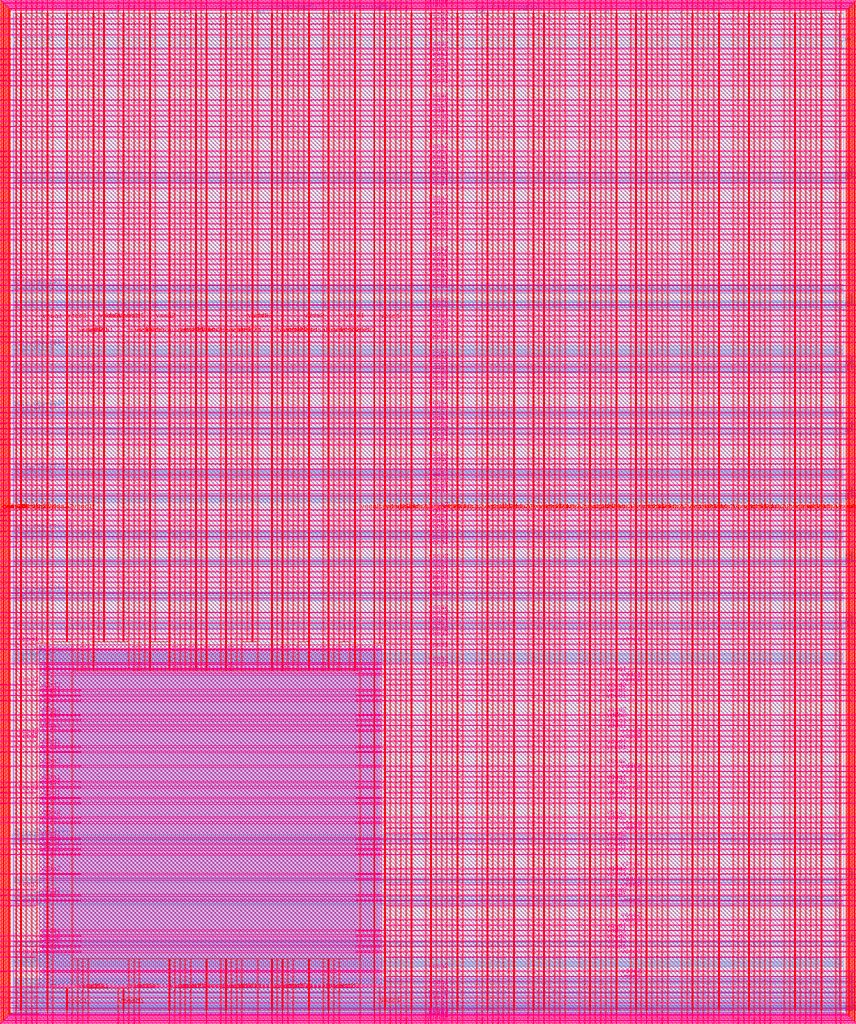
<source format=lef>
VERSION 5.7 ;
  NOWIREEXTENSIONATPIN ON ;
  DIVIDERCHAR "/" ;
  BUSBITCHARS "[]" ;
MACRO user_analog_project_wrapper
  CLASS BLOCK ;
  FOREIGN user_analog_project_wrapper ;
  ORIGIN 0.000 0.000 ;
  SIZE 2920.000 BY 3520.000 ;
  PIN gpio_analog[0]
    DIRECTION INOUT ;
    USE SIGNAL ;
    PORT
      LAYER met3 ;
        RECT 2917.600 1346.150 2924.000 1346.710 ;
    END
  END gpio_analog[0]
  PIN gpio_analog[10]
    DIRECTION INOUT ;
    USE SIGNAL ;
    PORT
      LAYER met3 ;
        RECT -4.000 1909.320 2.400 1909.880 ;
    END
  END gpio_analog[10]
  PIN gpio_analog[11]
    DIRECTION INOUT ;
    USE SIGNAL ;
    PORT
      LAYER met3 ;
        RECT -4.000 1693.210 2.400 1693.770 ;
    END
  END gpio_analog[11]
  PIN gpio_analog[12]
    DIRECTION INOUT ;
    USE SIGNAL ;
    PORT
      LAYER met3 ;
        RECT -4.000 1477.100 2.400 1477.660 ;
    END
  END gpio_analog[12]
  PIN gpio_analog[13]
    DIRECTION INOUT ;
    USE SIGNAL ;
    PORT
      LAYER met3 ;
        RECT -4.000 1261.990 2.400 1262.550 ;
    END
  END gpio_analog[13]
  PIN gpio_analog[14]
    DIRECTION INOUT ;
    USE SIGNAL ;
    PORT
      LAYER met3 ;
        RECT -4.000 623.880 2.400 624.440 ;
    END
  END gpio_analog[14]
  PIN gpio_analog[15]
    DIRECTION INOUT ;
    USE SIGNAL ;
    PORT
      LAYER met3 ;
        RECT -4.000 407.770 2.400 408.330 ;
    END
  END gpio_analog[15]
  PIN gpio_analog[16]
    DIRECTION INOUT ;
    USE SIGNAL ;
    PORT
      LAYER met3 ;
        RECT -4.000 191.660 2.400 192.220 ;
    END
  END gpio_analog[16]
  PIN gpio_analog[17]
    DIRECTION INOUT ;
    USE SIGNAL ;
    PORT
      LAYER met3 ;
        RECT -4.000 84.550 2.400 85.110 ;
    END
  END gpio_analog[17]
  PIN gpio_analog[1]
    DIRECTION INOUT ;
    USE SIGNAL ;
    PORT
      LAYER met3 ;
        RECT 2917.600 1568.260 2924.000 1568.820 ;
    END
  END gpio_analog[1]
  PIN gpio_analog[2]
    DIRECTION INOUT ;
    USE SIGNAL ;
    PORT
      LAYER met3 ;
        RECT 2917.600 1794.370 2924.000 1794.930 ;
    END
  END gpio_analog[2]
  PIN gpio_analog[3]
    DIRECTION INOUT ;
    USE SIGNAL ;
    PORT
      LAYER met3 ;
        RECT 2917.600 2026.480 2924.000 2027.040 ;
    END
  END gpio_analog[3]
  PIN gpio_analog[4]
    DIRECTION INOUT ;
    USE SIGNAL ;
    PORT
      LAYER met3 ;
        RECT 2917.600 2248.590 2924.000 2249.150 ;
    END
  END gpio_analog[4]
  PIN gpio_analog[5]
    DIRECTION INOUT ;
    USE SIGNAL ;
    PORT
      LAYER met3 ;
        RECT 2917.600 2470.700 2924.000 2471.260 ;
    END
  END gpio_analog[5]
  PIN gpio_analog[6]
    DIRECTION INOUT ;
    USE SIGNAL ;
    PORT
      LAYER met3 ;
        RECT 2917.600 2917.810 2924.000 2918.370 ;
    END
  END gpio_analog[6]
  PIN gpio_analog[7]
    DIRECTION INOUT ;
    USE SIGNAL ;
    PORT
      LAYER met3 ;
        RECT -4.000 2557.650 2.400 2558.210 ;
    END
  END gpio_analog[7]
  PIN gpio_analog[8]
    DIRECTION INOUT ;
    USE SIGNAL ;
    PORT
      LAYER met3 ;
        RECT -4.000 2341.540 2.400 2342.100 ;
    END
  END gpio_analog[8]
  PIN gpio_analog[9]
    DIRECTION INOUT ;
    USE SIGNAL ;
    PORT
      LAYER met3 ;
        RECT -4.000 2125.430 2.400 2125.990 ;
    END
  END gpio_analog[9]
  PIN gpio_noesd[0]
    DIRECTION INOUT ;
    USE SIGNAL ;
    PORT
      LAYER met3 ;
        RECT 2917.600 1352.060 2924.000 1352.620 ;
    END
  END gpio_noesd[0]
  PIN gpio_noesd[10]
    DIRECTION INOUT ;
    USE SIGNAL ;
    PORT
      LAYER met3 ;
        RECT -4.000 1903.410 2.400 1903.970 ;
    END
  END gpio_noesd[10]
  PIN gpio_noesd[11]
    DIRECTION INOUT ;
    USE SIGNAL ;
    PORT
      LAYER met3 ;
        RECT -4.000 1687.300 2.400 1687.860 ;
    END
  END gpio_noesd[11]
  PIN gpio_noesd[12]
    DIRECTION INOUT ;
    USE SIGNAL ;
    PORT
      LAYER met3 ;
        RECT -4.000 1471.190 2.400 1471.750 ;
    END
  END gpio_noesd[12]
  PIN gpio_noesd[13]
    DIRECTION INOUT ;
    USE SIGNAL ;
    PORT
      LAYER met3 ;
        RECT -4.000 1256.080 2.400 1256.640 ;
    END
  END gpio_noesd[13]
  PIN gpio_noesd[14]
    DIRECTION INOUT ;
    USE SIGNAL ;
    PORT
      LAYER met3 ;
        RECT -4.000 617.970 2.400 618.530 ;
    END
  END gpio_noesd[14]
  PIN gpio_noesd[15]
    DIRECTION INOUT ;
    USE SIGNAL ;
    PORT
      LAYER met3 ;
        RECT -4.000 401.860 2.400 402.420 ;
    END
  END gpio_noesd[15]
  PIN gpio_noesd[16]
    DIRECTION INOUT ;
    USE SIGNAL ;
    PORT
      LAYER met3 ;
        RECT -4.000 185.750 2.400 186.310 ;
    END
  END gpio_noesd[16]
  PIN gpio_noesd[17]
    DIRECTION INOUT ;
    USE SIGNAL ;
    PORT
      LAYER met3 ;
        RECT -4.000 78.640 2.400 79.200 ;
    END
  END gpio_noesd[17]
  PIN gpio_noesd[1]
    DIRECTION INOUT ;
    USE SIGNAL ;
    PORT
      LAYER met3 ;
        RECT 2917.600 1574.170 2924.000 1574.730 ;
    END
  END gpio_noesd[1]
  PIN gpio_noesd[2]
    DIRECTION INOUT ;
    USE SIGNAL ;
    PORT
      LAYER met3 ;
        RECT 2917.600 1800.280 2924.000 1800.840 ;
    END
  END gpio_noesd[2]
  PIN gpio_noesd[3]
    DIRECTION INOUT ;
    USE SIGNAL ;
    PORT
      LAYER met3 ;
        RECT 2917.600 2032.390 2924.000 2032.950 ;
    END
  END gpio_noesd[3]
  PIN gpio_noesd[4]
    DIRECTION INOUT ;
    USE SIGNAL ;
    PORT
      LAYER met3 ;
        RECT 2917.600 2254.500 2924.000 2255.060 ;
    END
  END gpio_noesd[4]
  PIN gpio_noesd[5]
    DIRECTION INOUT ;
    USE SIGNAL ;
    PORT
      LAYER met3 ;
        RECT 2917.600 2476.610 2924.000 2477.170 ;
    END
  END gpio_noesd[5]
  PIN gpio_noesd[6]
    DIRECTION INOUT ;
    USE SIGNAL ;
    PORT
      LAYER met3 ;
        RECT 2917.600 2923.720 2924.000 2924.280 ;
    END
  END gpio_noesd[6]
  PIN gpio_noesd[7]
    DIRECTION INOUT ;
    USE SIGNAL ;
    PORT
      LAYER met3 ;
        RECT -4.000 2551.740 2.400 2552.300 ;
    END
  END gpio_noesd[7]
  PIN gpio_noesd[8]
    DIRECTION INOUT ;
    USE SIGNAL ;
    PORT
      LAYER met3 ;
        RECT -4.000 2335.630 2.400 2336.190 ;
    END
  END gpio_noesd[8]
  PIN gpio_noesd[9]
    DIRECTION INOUT ;
    USE SIGNAL ;
    PORT
      LAYER met3 ;
        RECT -4.000 2119.520 2.400 2120.080 ;
    END
  END gpio_noesd[9]
  PIN io_analog[0]
    DIRECTION INOUT ;
    USE SIGNAL ;
    PORT
      LAYER met3 ;
        RECT 2911.500 3389.920 2920.000 3414.920 ;
    END
  END io_analog[0]
  PIN io_analog[10]
    DIRECTION INOUT ;
    USE SIGNAL ;
    PORT
      LAYER met3 ;
        RECT 0.000 3401.210 8.500 3426.210 ;
    END
  END io_analog[10]
  PIN io_analog[1]
    DIRECTION INOUT ;
    USE SIGNAL ;
    PORT
      LAYER met3 ;
        RECT 2832.970 3511.500 2857.970 3520.000 ;
    END
  END io_analog[1]
  PIN io_analog[2]
    DIRECTION INOUT ;
    USE SIGNAL ;
    PORT
      LAYER met3 ;
        RECT 2326.970 3511.500 2351.970 3520.000 ;
    END
  END io_analog[2]
  PIN io_analog[3]
    DIRECTION INOUT ;
    USE SIGNAL ;
    PORT
      LAYER met3 ;
        RECT 2066.970 3511.500 2091.970 3520.000 ;
    END
  END io_analog[3]
  PIN io_analog[4]
    DIRECTION INOUT ;
    USE SIGNAL ;
    PORT
      LAYER met3 ;
        RECT 1646.470 3511.500 1671.470 3520.000 ;
    END
  END io_analog[4]
  PIN io_analog[5]
    DIRECTION INOUT ;
    USE SIGNAL ;
    PORT
      LAYER met3 ;
        RECT 1137.970 3511.500 1162.970 3520.000 ;
    END
  END io_analog[5]
  PIN io_analog[6]
    DIRECTION INOUT ;
    USE SIGNAL ;
    PORT
      LAYER met3 ;
        RECT 879.470 3511.500 904.470 3520.000 ;
    END
  END io_analog[6]
  PIN io_analog[7]
    DIRECTION INOUT ;
    USE SIGNAL ;
    PORT
      LAYER met3 ;
        RECT 600.970 3511.500 625.970 3520.000 ;
    END
  END io_analog[7]
  PIN io_analog[8]
    DIRECTION INOUT ;
    USE SIGNAL ;
    PORT
      LAYER met3 ;
        RECT 340.970 3511.500 365.970 3520.000 ;
    END
  END io_analog[8]
  PIN io_analog[9]
    DIRECTION INOUT ;
    USE SIGNAL ;
    PORT
      LAYER met3 ;
        RECT 80.970 3511.500 105.970 3520.000 ;
    END
  END io_analog[9]
  PIN io_clamp_high[0]
    DIRECTION INOUT ;
    USE SIGNAL ;
    PORT
      LAYER met3 ;
        RECT 1633.970 3511.500 1644.970 3520.000 ;
    END
  END io_clamp_high[0]
  PIN io_clamp_high[1]
    DIRECTION INOUT ;
    USE SIGNAL ;
    PORT
      LAYER met3 ;
        RECT 1125.470 3511.500 1136.470 3520.000 ;
    END
  END io_clamp_high[1]
  PIN io_clamp_high[2]
    DIRECTION INOUT ;
    USE SIGNAL ;
    PORT
      LAYER met3 ;
        RECT 866.970 3511.500 877.970 3520.000 ;
    END
  END io_clamp_high[2]
  PIN io_clamp_low[0]
    DIRECTION INOUT ;
    USE SIGNAL ;
    PORT
      LAYER met3 ;
        RECT 1621.470 3511.500 1632.470 3520.000 ;
    END
  END io_clamp_low[0]
  PIN io_clamp_low[1]
    DIRECTION INOUT ;
    USE SIGNAL ;
    PORT
      LAYER met3 ;
        RECT 1112.970 3511.500 1123.970 3520.000 ;
    END
  END io_clamp_low[1]
  PIN io_clamp_low[2]
    DIRECTION INOUT ;
    USE SIGNAL ;
    PORT
      LAYER met3 ;
        RECT 854.470 3511.500 865.470 3520.000 ;
    END
  END io_clamp_low[2]
  PIN io_in[0]
    DIRECTION INPUT ;
    USE SIGNAL ;
    PORT
      LAYER met3 ;
        RECT 2917.600 13.630 2924.000 14.190 ;
    END
  END io_in[0]
  PIN io_in[10]
    DIRECTION INPUT ;
    USE SIGNAL ;
    PORT
      LAYER met3 ;
        RECT 2917.600 2044.210 2924.000 2044.770 ;
    END
  END io_in[10]
  PIN io_in[11]
    DIRECTION INPUT ;
    USE SIGNAL ;
    PORT
      LAYER met3 ;
        RECT 2917.600 2266.320 2924.000 2266.880 ;
    END
  END io_in[11]
  PIN io_in[12]
    DIRECTION INPUT ;
    USE SIGNAL ;
    PORT
      LAYER met3 ;
        RECT 2917.600 2488.430 2924.000 2488.990 ;
    END
  END io_in[12]
  PIN io_in[13]
    DIRECTION INPUT ;
    USE SIGNAL ;
    PORT
      LAYER met3 ;
        RECT 2917.600 2935.540 2924.000 2936.100 ;
    END
  END io_in[13]
  PIN io_in[14]
    DIRECTION INPUT ;
    USE SIGNAL ;
    PORT
      LAYER met3 ;
        RECT -4.000 2539.920 2.400 2540.480 ;
    END
  END io_in[14]
  PIN io_in[15]
    DIRECTION INPUT ;
    USE SIGNAL ;
    PORT
      LAYER met3 ;
        RECT -4.000 2323.810 2.400 2324.370 ;
    END
  END io_in[15]
  PIN io_in[16]
    DIRECTION INPUT ;
    USE SIGNAL ;
    PORT
      LAYER met3 ;
        RECT -4.000 2107.700 2.400 2108.260 ;
    END
  END io_in[16]
  PIN io_in[17]
    DIRECTION INPUT ;
    USE SIGNAL ;
    PORT
      LAYER met3 ;
        RECT -4.000 1891.590 2.400 1892.150 ;
    END
  END io_in[17]
  PIN io_in[18]
    DIRECTION INPUT ;
    USE SIGNAL ;
    PORT
      LAYER met3 ;
        RECT -4.000 1675.480 2.400 1676.040 ;
    END
  END io_in[18]
  PIN io_in[19]
    DIRECTION INPUT ;
    USE SIGNAL ;
    PORT
      LAYER met3 ;
        RECT -4.000 1459.370 2.400 1459.930 ;
    END
  END io_in[19]
  PIN io_in[1]
    DIRECTION INPUT ;
    USE SIGNAL ;
    PORT
      LAYER met3 ;
        RECT 2917.600 37.270 2924.000 37.830 ;
    END
  END io_in[1]
  PIN io_in[20]
    DIRECTION INPUT ;
    USE SIGNAL ;
    PORT
      LAYER met3 ;
        RECT -4.000 1244.260 2.400 1244.820 ;
    END
  END io_in[20]
  PIN io_in[21]
    DIRECTION INPUT ;
    USE SIGNAL ;
    PORT
      LAYER met3 ;
        RECT -4.000 606.150 2.400 606.710 ;
    END
  END io_in[21]
  PIN io_in[22]
    DIRECTION INPUT ;
    USE SIGNAL ;
    PORT
      LAYER met3 ;
        RECT -4.000 390.040 2.400 390.600 ;
    END
  END io_in[22]
  PIN io_in[23]
    DIRECTION INPUT ;
    USE SIGNAL ;
    PORT
      LAYER met3 ;
        RECT -4.000 173.930 2.400 174.490 ;
    END
  END io_in[23]
  PIN io_in[24]
    DIRECTION INPUT ;
    USE SIGNAL ;
    PORT
      LAYER met3 ;
        RECT -4.000 66.820 2.400 67.380 ;
    END
  END io_in[24]
  PIN io_in[25]
    DIRECTION INPUT ;
    USE SIGNAL ;
    PORT
      LAYER met3 ;
        RECT -4.000 43.180 2.400 43.740 ;
    END
  END io_in[25]
  PIN io_in[26]
    DIRECTION INPUT ;
    USE SIGNAL ;
    PORT
      LAYER met3 ;
        RECT -4.000 19.540 2.400 20.100 ;
    END
  END io_in[26]
  PIN io_in[2]
    DIRECTION INPUT ;
    USE SIGNAL ;
    PORT
      LAYER met3 ;
        RECT 2917.600 60.910 2924.000 61.470 ;
    END
  END io_in[2]
  PIN io_in[3]
    DIRECTION INPUT ;
    USE SIGNAL ;
    PORT
      LAYER met3 ;
        RECT 2917.600 84.550 2924.000 85.110 ;
    END
  END io_in[3]
  PIN io_in[4]
    DIRECTION INPUT ;
    USE SIGNAL ;
    PORT
      LAYER met3 ;
        RECT 2917.600 108.190 2924.000 108.750 ;
    END
  END io_in[4]
  PIN io_in[5]
    DIRECTION INPUT ;
    USE SIGNAL ;
    PORT
      LAYER met3 ;
        RECT 2917.600 240.480 2924.000 241.040 ;
    END
  END io_in[5]
  PIN io_in[6]
    DIRECTION INPUT ;
    USE SIGNAL ;
    PORT
      LAYER met3 ;
        RECT 2917.600 463.770 2924.000 464.330 ;
    END
  END io_in[6]
  PIN io_in[7]
    DIRECTION INPUT ;
    USE SIGNAL ;
    PORT
      LAYER met3 ;
        RECT 2917.600 1363.880 2924.000 1364.440 ;
    END
  END io_in[7]
  PIN io_in[8]
    DIRECTION INPUT ;
    USE SIGNAL ;
    PORT
      LAYER met3 ;
        RECT 2917.600 1585.990 2924.000 1586.550 ;
    END
  END io_in[8]
  PIN io_in[9]
    DIRECTION INPUT ;
    USE SIGNAL ;
    PORT
      LAYER met3 ;
        RECT 2917.600 1812.100 2924.000 1812.660 ;
    END
  END io_in[9]
  PIN io_in_3v3[0]
    DIRECTION INPUT ;
    USE SIGNAL ;
    PORT
      LAYER met3 ;
        RECT 2917.600 7.720 2924.000 8.280 ;
    END
  END io_in_3v3[0]
  PIN io_in_3v3[10]
    DIRECTION INPUT ;
    USE SIGNAL ;
    PORT
      LAYER met3 ;
        RECT 2917.600 2038.300 2924.000 2038.860 ;
    END
  END io_in_3v3[10]
  PIN io_in_3v3[11]
    DIRECTION INPUT ;
    USE SIGNAL ;
    PORT
      LAYER met3 ;
        RECT 2917.600 2260.410 2924.000 2260.970 ;
    END
  END io_in_3v3[11]
  PIN io_in_3v3[12]
    DIRECTION INPUT ;
    USE SIGNAL ;
    PORT
      LAYER met3 ;
        RECT 2917.600 2482.520 2924.000 2483.080 ;
    END
  END io_in_3v3[12]
  PIN io_in_3v3[13]
    DIRECTION INPUT ;
    USE SIGNAL ;
    PORT
      LAYER met3 ;
        RECT 2917.600 2929.630 2924.000 2930.190 ;
    END
  END io_in_3v3[13]
  PIN io_in_3v3[14]
    DIRECTION INPUT ;
    USE SIGNAL ;
    PORT
      LAYER met3 ;
        RECT -4.000 2545.830 2.400 2546.390 ;
    END
  END io_in_3v3[14]
  PIN io_in_3v3[15]
    DIRECTION INPUT ;
    USE SIGNAL ;
    PORT
      LAYER met3 ;
        RECT -4.000 2329.720 2.400 2330.280 ;
    END
  END io_in_3v3[15]
  PIN io_in_3v3[16]
    DIRECTION INPUT ;
    USE SIGNAL ;
    PORT
      LAYER met3 ;
        RECT -4.000 2113.610 2.400 2114.170 ;
    END
  END io_in_3v3[16]
  PIN io_in_3v3[17]
    DIRECTION INPUT ;
    USE SIGNAL ;
    PORT
      LAYER met3 ;
        RECT -4.000 1897.500 2.400 1898.060 ;
    END
  END io_in_3v3[17]
  PIN io_in_3v3[18]
    DIRECTION INPUT ;
    USE SIGNAL ;
    PORT
      LAYER met3 ;
        RECT -4.000 1681.390 2.400 1681.950 ;
    END
  END io_in_3v3[18]
  PIN io_in_3v3[19]
    DIRECTION INPUT ;
    USE SIGNAL ;
    PORT
      LAYER met3 ;
        RECT -4.000 1465.280 2.400 1465.840 ;
    END
  END io_in_3v3[19]
  PIN io_in_3v3[1]
    DIRECTION INPUT ;
    USE SIGNAL ;
    PORT
      LAYER met3 ;
        RECT 2917.600 31.360 2924.000 31.920 ;
    END
  END io_in_3v3[1]
  PIN io_in_3v3[20]
    DIRECTION INPUT ;
    USE SIGNAL ;
    PORT
      LAYER met3 ;
        RECT -4.000 1250.170 2.400 1250.730 ;
    END
  END io_in_3v3[20]
  PIN io_in_3v3[21]
    DIRECTION INPUT ;
    USE SIGNAL ;
    PORT
      LAYER met3 ;
        RECT -4.000 612.060 2.400 612.620 ;
    END
  END io_in_3v3[21]
  PIN io_in_3v3[22]
    DIRECTION INPUT ;
    USE SIGNAL ;
    PORT
      LAYER met3 ;
        RECT -4.000 395.950 2.400 396.510 ;
    END
  END io_in_3v3[22]
  PIN io_in_3v3[23]
    DIRECTION INPUT ;
    USE SIGNAL ;
    PORT
      LAYER met3 ;
        RECT -4.000 179.840 2.400 180.400 ;
    END
  END io_in_3v3[23]
  PIN io_in_3v3[24]
    DIRECTION INPUT ;
    USE SIGNAL ;
    PORT
      LAYER met3 ;
        RECT -4.000 72.730 2.400 73.290 ;
    END
  END io_in_3v3[24]
  PIN io_in_3v3[25]
    DIRECTION INPUT ;
    USE SIGNAL ;
    PORT
      LAYER met3 ;
        RECT -4.000 49.090 2.400 49.650 ;
    END
  END io_in_3v3[25]
  PIN io_in_3v3[26]
    DIRECTION INPUT ;
    USE SIGNAL ;
    PORT
      LAYER met3 ;
        RECT -4.000 25.450 2.400 26.010 ;
    END
  END io_in_3v3[26]
  PIN io_in_3v3[2]
    DIRECTION INPUT ;
    USE SIGNAL ;
    PORT
      LAYER met3 ;
        RECT 2917.600 55.000 2924.000 55.560 ;
    END
  END io_in_3v3[2]
  PIN io_in_3v3[3]
    DIRECTION INPUT ;
    USE SIGNAL ;
    PORT
      LAYER met3 ;
        RECT 2917.600 78.640 2924.000 79.200 ;
    END
  END io_in_3v3[3]
  PIN io_in_3v3[4]
    DIRECTION INPUT ;
    USE SIGNAL ;
    PORT
      LAYER met3 ;
        RECT 2917.600 102.280 2924.000 102.840 ;
    END
  END io_in_3v3[4]
  PIN io_in_3v3[5]
    DIRECTION INPUT ;
    USE SIGNAL ;
    PORT
      LAYER met3 ;
        RECT 2917.600 234.570 2924.000 235.130 ;
    END
  END io_in_3v3[5]
  PIN io_in_3v3[6]
    DIRECTION INPUT ;
    USE SIGNAL ;
    PORT
      LAYER met3 ;
        RECT 2917.600 457.860 2924.000 458.420 ;
    END
  END io_in_3v3[6]
  PIN io_in_3v3[7]
    DIRECTION INPUT ;
    USE SIGNAL ;
    PORT
      LAYER met3 ;
        RECT 2917.600 1357.970 2924.000 1358.530 ;
    END
  END io_in_3v3[7]
  PIN io_in_3v3[8]
    DIRECTION INPUT ;
    USE SIGNAL ;
    PORT
      LAYER met3 ;
        RECT 2917.600 1580.080 2924.000 1580.640 ;
    END
  END io_in_3v3[8]
  PIN io_in_3v3[9]
    DIRECTION INPUT ;
    USE SIGNAL ;
    PORT
      LAYER met3 ;
        RECT 2917.600 1806.190 2924.000 1806.750 ;
    END
  END io_in_3v3[9]
  PIN io_oeb[0]
    DIRECTION OUTPUT TRISTATE ;
    USE SIGNAL ;
    PORT
      LAYER met3 ;
        RECT 2917.600 25.450 2924.000 26.010 ;
    END
  END io_oeb[0]
  PIN io_oeb[10]
    DIRECTION OUTPUT TRISTATE ;
    USE SIGNAL ;
    PORT
      LAYER met3 ;
        RECT 2917.600 2056.030 2924.000 2056.590 ;
    END
  END io_oeb[10]
  PIN io_oeb[11]
    DIRECTION OUTPUT TRISTATE ;
    USE SIGNAL ;
    PORT
      LAYER met3 ;
        RECT 2917.600 2278.140 2924.000 2278.700 ;
    END
  END io_oeb[11]
  PIN io_oeb[12]
    DIRECTION OUTPUT TRISTATE ;
    USE SIGNAL ;
    PORT
      LAYER met3 ;
        RECT 2917.600 2500.250 2924.000 2500.810 ;
    END
  END io_oeb[12]
  PIN io_oeb[13]
    DIRECTION OUTPUT TRISTATE ;
    USE SIGNAL ;
    PORT
      LAYER met3 ;
        RECT 2917.600 2947.360 2924.000 2947.920 ;
    END
  END io_oeb[13]
  PIN io_oeb[14]
    DIRECTION OUTPUT TRISTATE ;
    USE SIGNAL ;
    PORT
      LAYER met3 ;
        RECT -4.000 2528.100 2.400 2528.660 ;
    END
  END io_oeb[14]
  PIN io_oeb[15]
    DIRECTION OUTPUT TRISTATE ;
    USE SIGNAL ;
    PORT
      LAYER met3 ;
        RECT -4.000 2311.990 2.400 2312.550 ;
    END
  END io_oeb[15]
  PIN io_oeb[16]
    DIRECTION OUTPUT TRISTATE ;
    USE SIGNAL ;
    PORT
      LAYER met3 ;
        RECT -4.000 2095.880 2.400 2096.440 ;
    END
  END io_oeb[16]
  PIN io_oeb[17]
    DIRECTION OUTPUT TRISTATE ;
    USE SIGNAL ;
    PORT
      LAYER met3 ;
        RECT -4.000 1879.770 2.400 1880.330 ;
    END
  END io_oeb[17]
  PIN io_oeb[18]
    DIRECTION OUTPUT TRISTATE ;
    USE SIGNAL ;
    PORT
      LAYER met3 ;
        RECT -4.000 1663.660 2.400 1664.220 ;
    END
  END io_oeb[18]
  PIN io_oeb[19]
    DIRECTION OUTPUT TRISTATE ;
    USE SIGNAL ;
    PORT
      LAYER met3 ;
        RECT -4.000 1447.550 2.400 1448.110 ;
    END
  END io_oeb[19]
  PIN io_oeb[1]
    DIRECTION OUTPUT TRISTATE ;
    USE SIGNAL ;
    PORT
      LAYER met3 ;
        RECT 2917.600 49.090 2924.000 49.650 ;
    END
  END io_oeb[1]
  PIN io_oeb[20]
    DIRECTION OUTPUT TRISTATE ;
    USE SIGNAL ;
    PORT
      LAYER met3 ;
        RECT -4.000 1232.440 2.400 1233.000 ;
    END
  END io_oeb[20]
  PIN io_oeb[21]
    DIRECTION OUTPUT TRISTATE ;
    USE SIGNAL ;
    PORT
      LAYER met3 ;
        RECT -4.000 594.330 2.400 594.890 ;
    END
  END io_oeb[21]
  PIN io_oeb[22]
    DIRECTION OUTPUT TRISTATE ;
    USE SIGNAL ;
    PORT
      LAYER met3 ;
        RECT -4.000 378.220 2.400 378.780 ;
    END
  END io_oeb[22]
  PIN io_oeb[23]
    DIRECTION OUTPUT TRISTATE ;
    USE SIGNAL ;
    PORT
      LAYER met3 ;
        RECT -4.000 162.110 2.400 162.670 ;
    END
  END io_oeb[23]
  PIN io_oeb[24]
    DIRECTION OUTPUT TRISTATE ;
    USE SIGNAL ;
    PORT
      LAYER met3 ;
        RECT -4.000 55.000 2.400 55.560 ;
    END
  END io_oeb[24]
  PIN io_oeb[25]
    DIRECTION OUTPUT TRISTATE ;
    USE SIGNAL ;
    PORT
      LAYER met3 ;
        RECT -4.000 31.360 2.400 31.920 ;
    END
  END io_oeb[25]
  PIN io_oeb[26]
    DIRECTION OUTPUT TRISTATE ;
    USE SIGNAL ;
    PORT
      LAYER met3 ;
        RECT -4.000 7.720 2.400 8.280 ;
    END
  END io_oeb[26]
  PIN io_oeb[2]
    DIRECTION OUTPUT TRISTATE ;
    USE SIGNAL ;
    PORT
      LAYER met3 ;
        RECT 2917.600 72.730 2924.000 73.290 ;
    END
  END io_oeb[2]
  PIN io_oeb[3]
    DIRECTION OUTPUT TRISTATE ;
    USE SIGNAL ;
    PORT
      LAYER met3 ;
        RECT 2917.600 96.370 2924.000 96.930 ;
    END
  END io_oeb[3]
  PIN io_oeb[4]
    DIRECTION OUTPUT TRISTATE ;
    USE SIGNAL ;
    PORT
      LAYER met3 ;
        RECT 2917.600 120.010 2924.000 120.570 ;
    END
  END io_oeb[4]
  PIN io_oeb[5]
    DIRECTION OUTPUT TRISTATE ;
    USE SIGNAL ;
    PORT
      LAYER met3 ;
        RECT 2917.600 252.300 2924.000 252.860 ;
    END
  END io_oeb[5]
  PIN io_oeb[6]
    DIRECTION OUTPUT TRISTATE ;
    USE SIGNAL ;
    PORT
      LAYER met3 ;
        RECT 2917.600 475.590 2924.000 476.150 ;
    END
  END io_oeb[6]
  PIN io_oeb[7]
    DIRECTION OUTPUT TRISTATE ;
    USE SIGNAL ;
    PORT
      LAYER met3 ;
        RECT 2917.600 1375.700 2924.000 1376.260 ;
    END
  END io_oeb[7]
  PIN io_oeb[8]
    DIRECTION OUTPUT TRISTATE ;
    USE SIGNAL ;
    PORT
      LAYER met3 ;
        RECT 2917.600 1597.810 2924.000 1598.370 ;
    END
  END io_oeb[8]
  PIN io_oeb[9]
    DIRECTION OUTPUT TRISTATE ;
    USE SIGNAL ;
    PORT
      LAYER met3 ;
        RECT 2917.600 1823.920 2924.000 1824.480 ;
    END
  END io_oeb[9]
  PIN io_out[0]
    DIRECTION OUTPUT TRISTATE ;
    USE SIGNAL ;
    PORT
      LAYER met3 ;
        RECT 2917.600 19.540 2924.000 20.100 ;
    END
  END io_out[0]
  PIN io_out[10]
    DIRECTION OUTPUT TRISTATE ;
    USE SIGNAL ;
    PORT
      LAYER met3 ;
        RECT 2917.600 2050.120 2924.000 2050.680 ;
    END
  END io_out[10]
  PIN io_out[11]
    DIRECTION OUTPUT TRISTATE ;
    USE SIGNAL ;
    PORT
      LAYER met3 ;
        RECT 2917.600 2272.230 2924.000 2272.790 ;
    END
  END io_out[11]
  PIN io_out[12]
    DIRECTION OUTPUT TRISTATE ;
    USE SIGNAL ;
    PORT
      LAYER met3 ;
        RECT 2917.600 2494.340 2924.000 2494.900 ;
    END
  END io_out[12]
  PIN io_out[13]
    DIRECTION OUTPUT TRISTATE ;
    USE SIGNAL ;
    PORT
      LAYER met3 ;
        RECT 2917.600 2941.450 2924.000 2942.010 ;
    END
  END io_out[13]
  PIN io_out[14]
    DIRECTION OUTPUT TRISTATE ;
    USE SIGNAL ;
    PORT
      LAYER met3 ;
        RECT -4.000 2534.010 2.400 2534.570 ;
    END
  END io_out[14]
  PIN io_out[15]
    DIRECTION OUTPUT TRISTATE ;
    USE SIGNAL ;
    PORT
      LAYER met3 ;
        RECT -4.000 2317.900 2.400 2318.460 ;
    END
  END io_out[15]
  PIN io_out[16]
    DIRECTION OUTPUT TRISTATE ;
    USE SIGNAL ;
    PORT
      LAYER met3 ;
        RECT -4.000 2101.790 2.400 2102.350 ;
    END
  END io_out[16]
  PIN io_out[17]
    DIRECTION OUTPUT TRISTATE ;
    USE SIGNAL ;
    PORT
      LAYER met3 ;
        RECT -4.000 1885.680 2.400 1886.240 ;
    END
  END io_out[17]
  PIN io_out[18]
    DIRECTION OUTPUT TRISTATE ;
    USE SIGNAL ;
    PORT
      LAYER met3 ;
        RECT -4.000 1669.570 2.400 1670.130 ;
    END
  END io_out[18]
  PIN io_out[19]
    DIRECTION OUTPUT TRISTATE ;
    USE SIGNAL ;
    PORT
      LAYER met3 ;
        RECT -4.000 1453.460 2.400 1454.020 ;
    END
  END io_out[19]
  PIN io_out[1]
    DIRECTION OUTPUT TRISTATE ;
    USE SIGNAL ;
    PORT
      LAYER met3 ;
        RECT 2917.600 43.180 2924.000 43.740 ;
    END
  END io_out[1]
  PIN io_out[20]
    DIRECTION OUTPUT TRISTATE ;
    USE SIGNAL ;
    PORT
      LAYER met3 ;
        RECT -4.000 1238.350 2.400 1238.910 ;
    END
  END io_out[20]
  PIN io_out[21]
    DIRECTION OUTPUT TRISTATE ;
    USE SIGNAL ;
    PORT
      LAYER met3 ;
        RECT -4.000 600.240 2.400 600.800 ;
    END
  END io_out[21]
  PIN io_out[22]
    DIRECTION OUTPUT TRISTATE ;
    USE SIGNAL ;
    PORT
      LAYER met3 ;
        RECT -4.000 384.130 2.400 384.690 ;
    END
  END io_out[22]
  PIN io_out[23]
    DIRECTION OUTPUT TRISTATE ;
    USE SIGNAL ;
    PORT
      LAYER met3 ;
        RECT -4.000 168.020 2.400 168.580 ;
    END
  END io_out[23]
  PIN io_out[24]
    DIRECTION OUTPUT TRISTATE ;
    USE SIGNAL ;
    PORT
      LAYER met3 ;
        RECT -4.000 60.910 2.400 61.470 ;
    END
  END io_out[24]
  PIN io_out[25]
    DIRECTION OUTPUT TRISTATE ;
    USE SIGNAL ;
    PORT
      LAYER met3 ;
        RECT -4.000 37.270 2.400 37.830 ;
    END
  END io_out[25]
  PIN io_out[26]
    DIRECTION OUTPUT TRISTATE ;
    USE SIGNAL ;
    PORT
      LAYER met3 ;
        RECT -4.000 13.630 2.400 14.190 ;
    END
  END io_out[26]
  PIN io_out[2]
    DIRECTION OUTPUT TRISTATE ;
    USE SIGNAL ;
    PORT
      LAYER met3 ;
        RECT 2917.600 66.820 2924.000 67.380 ;
    END
  END io_out[2]
  PIN io_out[3]
    DIRECTION OUTPUT TRISTATE ;
    USE SIGNAL ;
    PORT
      LAYER met3 ;
        RECT 2917.600 90.460 2924.000 91.020 ;
    END
  END io_out[3]
  PIN io_out[4]
    DIRECTION OUTPUT TRISTATE ;
    USE SIGNAL ;
    PORT
      LAYER met3 ;
        RECT 2917.600 114.100 2924.000 114.660 ;
    END
  END io_out[4]
  PIN io_out[5]
    DIRECTION OUTPUT TRISTATE ;
    USE SIGNAL ;
    PORT
      LAYER met3 ;
        RECT 2917.600 246.390 2924.000 246.950 ;
    END
  END io_out[5]
  PIN io_out[6]
    DIRECTION OUTPUT TRISTATE ;
    USE SIGNAL ;
    PORT
      LAYER met3 ;
        RECT 2917.600 469.680 2924.000 470.240 ;
    END
  END io_out[6]
  PIN io_out[7]
    DIRECTION OUTPUT TRISTATE ;
    USE SIGNAL ;
    PORT
      LAYER met3 ;
        RECT 2917.600 1369.790 2924.000 1370.350 ;
    END
  END io_out[7]
  PIN io_out[8]
    DIRECTION OUTPUT TRISTATE ;
    USE SIGNAL ;
    PORT
      LAYER met3 ;
        RECT 2917.600 1591.900 2924.000 1592.460 ;
    END
  END io_out[8]
  PIN io_out[9]
    DIRECTION OUTPUT TRISTATE ;
    USE SIGNAL ;
    PORT
      LAYER met3 ;
        RECT 2917.600 1818.010 2924.000 1818.570 ;
    END
  END io_out[9]
  PIN la_data_in[0]
    DIRECTION INPUT ;
    USE SIGNAL ;
    PORT
      LAYER met2 ;
        RECT 629.080 -4.000 629.640 2.400 ;
    END
  END la_data_in[0]
  PIN la_data_in[100]
    DIRECTION INPUT ;
    USE SIGNAL ;
    PORT
      LAYER met2 ;
        RECT 2402.080 -4.000 2402.640 2.400 ;
    END
  END la_data_in[100]
  PIN la_data_in[101]
    DIRECTION INPUT ;
    USE SIGNAL ;
    PORT
      LAYER met2 ;
        RECT 2419.810 -4.000 2420.370 2.400 ;
    END
  END la_data_in[101]
  PIN la_data_in[102]
    DIRECTION INPUT ;
    USE SIGNAL ;
    PORT
      LAYER met2 ;
        RECT 2437.540 -4.000 2438.100 2.400 ;
    END
  END la_data_in[102]
  PIN la_data_in[103]
    DIRECTION INPUT ;
    USE SIGNAL ;
    PORT
      LAYER met2 ;
        RECT 2455.270 -4.000 2455.830 2.400 ;
    END
  END la_data_in[103]
  PIN la_data_in[104]
    DIRECTION INPUT ;
    USE SIGNAL ;
    PORT
      LAYER met2 ;
        RECT 2473.000 -4.000 2473.560 2.400 ;
    END
  END la_data_in[104]
  PIN la_data_in[105]
    DIRECTION INPUT ;
    USE SIGNAL ;
    PORT
      LAYER met2 ;
        RECT 2490.730 -4.000 2491.290 2.400 ;
    END
  END la_data_in[105]
  PIN la_data_in[106]
    DIRECTION INPUT ;
    USE SIGNAL ;
    PORT
      LAYER met2 ;
        RECT 2508.460 -4.000 2509.020 2.400 ;
    END
  END la_data_in[106]
  PIN la_data_in[107]
    DIRECTION INPUT ;
    USE SIGNAL ;
    PORT
      LAYER met2 ;
        RECT 2526.190 -4.000 2526.750 2.400 ;
    END
  END la_data_in[107]
  PIN la_data_in[108]
    DIRECTION INPUT ;
    USE SIGNAL ;
    PORT
      LAYER met2 ;
        RECT 2543.920 -4.000 2544.480 2.400 ;
    END
  END la_data_in[108]
  PIN la_data_in[109]
    DIRECTION INPUT ;
    USE SIGNAL ;
    PORT
      LAYER met2 ;
        RECT 2561.650 -4.000 2562.210 2.400 ;
    END
  END la_data_in[109]
  PIN la_data_in[10]
    DIRECTION INPUT ;
    USE SIGNAL ;
    PORT
      LAYER met2 ;
        RECT 806.380 -4.000 806.940 2.400 ;
    END
  END la_data_in[10]
  PIN la_data_in[110]
    DIRECTION INPUT ;
    USE SIGNAL ;
    PORT
      LAYER met2 ;
        RECT 2579.380 -4.000 2579.940 2.400 ;
    END
  END la_data_in[110]
  PIN la_data_in[111]
    DIRECTION INPUT ;
    USE SIGNAL ;
    PORT
      LAYER met2 ;
        RECT 2597.110 -4.000 2597.670 2.400 ;
    END
  END la_data_in[111]
  PIN la_data_in[112]
    DIRECTION INPUT ;
    USE SIGNAL ;
    PORT
      LAYER met2 ;
        RECT 2614.840 -4.000 2615.400 2.400 ;
    END
  END la_data_in[112]
  PIN la_data_in[113]
    DIRECTION INPUT ;
    USE SIGNAL ;
    PORT
      LAYER met2 ;
        RECT 2632.570 -4.000 2633.130 2.400 ;
    END
  END la_data_in[113]
  PIN la_data_in[114]
    DIRECTION INPUT ;
    USE SIGNAL ;
    PORT
      LAYER met2 ;
        RECT 2650.300 -4.000 2650.860 2.400 ;
    END
  END la_data_in[114]
  PIN la_data_in[115]
    DIRECTION INPUT ;
    USE SIGNAL ;
    PORT
      LAYER met2 ;
        RECT 2668.030 -4.000 2668.590 2.400 ;
    END
  END la_data_in[115]
  PIN la_data_in[116]
    DIRECTION INPUT ;
    USE SIGNAL ;
    PORT
      LAYER met2 ;
        RECT 2685.760 -4.000 2686.320 2.400 ;
    END
  END la_data_in[116]
  PIN la_data_in[117]
    DIRECTION INPUT ;
    USE SIGNAL ;
    PORT
      LAYER met2 ;
        RECT 2703.490 -4.000 2704.050 2.400 ;
    END
  END la_data_in[117]
  PIN la_data_in[118]
    DIRECTION INPUT ;
    USE SIGNAL ;
    PORT
      LAYER met2 ;
        RECT 2721.220 -4.000 2721.780 2.400 ;
    END
  END la_data_in[118]
  PIN la_data_in[119]
    DIRECTION INPUT ;
    USE SIGNAL ;
    PORT
      LAYER met2 ;
        RECT 2738.950 -4.000 2739.510 2.400 ;
    END
  END la_data_in[119]
  PIN la_data_in[11]
    DIRECTION INPUT ;
    USE SIGNAL ;
    PORT
      LAYER met2 ;
        RECT 824.110 -4.000 824.670 2.400 ;
    END
  END la_data_in[11]
  PIN la_data_in[120]
    DIRECTION INPUT ;
    USE SIGNAL ;
    PORT
      LAYER met2 ;
        RECT 2756.680 -4.000 2757.240 2.400 ;
    END
  END la_data_in[120]
  PIN la_data_in[121]
    DIRECTION INPUT ;
    USE SIGNAL ;
    PORT
      LAYER met2 ;
        RECT 2774.410 -4.000 2774.970 2.400 ;
    END
  END la_data_in[121]
  PIN la_data_in[122]
    DIRECTION INPUT ;
    USE SIGNAL ;
    PORT
      LAYER met2 ;
        RECT 2792.140 -4.000 2792.700 2.400 ;
    END
  END la_data_in[122]
  PIN la_data_in[123]
    DIRECTION INPUT ;
    USE SIGNAL ;
    PORT
      LAYER met2 ;
        RECT 2809.870 -4.000 2810.430 2.400 ;
    END
  END la_data_in[123]
  PIN la_data_in[124]
    DIRECTION INPUT ;
    USE SIGNAL ;
    PORT
      LAYER met2 ;
        RECT 2827.600 -4.000 2828.160 2.400 ;
    END
  END la_data_in[124]
  PIN la_data_in[125]
    DIRECTION INPUT ;
    USE SIGNAL ;
    PORT
      LAYER met2 ;
        RECT 2845.330 -4.000 2845.890 2.400 ;
    END
  END la_data_in[125]
  PIN la_data_in[126]
    DIRECTION INPUT ;
    USE SIGNAL ;
    PORT
      LAYER met2 ;
        RECT 2863.060 -4.000 2863.620 2.400 ;
    END
  END la_data_in[126]
  PIN la_data_in[127]
    DIRECTION INPUT ;
    USE SIGNAL ;
    PORT
      LAYER met2 ;
        RECT 2880.790 -4.000 2881.350 2.400 ;
    END
  END la_data_in[127]
  PIN la_data_in[12]
    DIRECTION INPUT ;
    USE SIGNAL ;
    PORT
      LAYER met2 ;
        RECT 841.840 -4.000 842.400 2.400 ;
    END
  END la_data_in[12]
  PIN la_data_in[13]
    DIRECTION INPUT ;
    USE SIGNAL ;
    PORT
      LAYER met2 ;
        RECT 859.570 -4.000 860.130 2.400 ;
    END
  END la_data_in[13]
  PIN la_data_in[14]
    DIRECTION INPUT ;
    USE SIGNAL ;
    PORT
      LAYER met2 ;
        RECT 877.300 -4.000 877.860 2.400 ;
    END
  END la_data_in[14]
  PIN la_data_in[15]
    DIRECTION INPUT ;
    USE SIGNAL ;
    PORT
      LAYER met2 ;
        RECT 895.030 -4.000 895.590 2.400 ;
    END
  END la_data_in[15]
  PIN la_data_in[16]
    DIRECTION INPUT ;
    USE SIGNAL ;
    PORT
      LAYER met2 ;
        RECT 912.760 -4.000 913.320 2.400 ;
    END
  END la_data_in[16]
  PIN la_data_in[17]
    DIRECTION INPUT ;
    USE SIGNAL ;
    PORT
      LAYER met2 ;
        RECT 930.490 -4.000 931.050 2.400 ;
    END
  END la_data_in[17]
  PIN la_data_in[18]
    DIRECTION INPUT ;
    USE SIGNAL ;
    PORT
      LAYER met2 ;
        RECT 948.220 -4.000 948.780 2.400 ;
    END
  END la_data_in[18]
  PIN la_data_in[19]
    DIRECTION INPUT ;
    USE SIGNAL ;
    PORT
      LAYER met2 ;
        RECT 965.950 -4.000 966.510 2.400 ;
    END
  END la_data_in[19]
  PIN la_data_in[1]
    DIRECTION INPUT ;
    USE SIGNAL ;
    PORT
      LAYER met2 ;
        RECT 646.810 -4.000 647.370 2.400 ;
    END
  END la_data_in[1]
  PIN la_data_in[20]
    DIRECTION INPUT ;
    USE SIGNAL ;
    PORT
      LAYER met2 ;
        RECT 983.680 -4.000 984.240 2.400 ;
    END
  END la_data_in[20]
  PIN la_data_in[21]
    DIRECTION INPUT ;
    USE SIGNAL ;
    PORT
      LAYER met2 ;
        RECT 1001.410 -4.000 1001.970 2.400 ;
    END
  END la_data_in[21]
  PIN la_data_in[22]
    DIRECTION INPUT ;
    USE SIGNAL ;
    PORT
      LAYER met2 ;
        RECT 1019.140 -4.000 1019.700 2.400 ;
    END
  END la_data_in[22]
  PIN la_data_in[23]
    DIRECTION INPUT ;
    USE SIGNAL ;
    PORT
      LAYER met2 ;
        RECT 1036.870 -4.000 1037.430 2.400 ;
    END
  END la_data_in[23]
  PIN la_data_in[24]
    DIRECTION INPUT ;
    USE SIGNAL ;
    PORT
      LAYER met2 ;
        RECT 1054.600 -4.000 1055.160 2.400 ;
    END
  END la_data_in[24]
  PIN la_data_in[25]
    DIRECTION INPUT ;
    USE SIGNAL ;
    PORT
      LAYER met2 ;
        RECT 1072.330 -4.000 1072.890 2.400 ;
    END
  END la_data_in[25]
  PIN la_data_in[26]
    DIRECTION INPUT ;
    USE SIGNAL ;
    PORT
      LAYER met2 ;
        RECT 1090.060 -4.000 1090.620 2.400 ;
    END
  END la_data_in[26]
  PIN la_data_in[27]
    DIRECTION INPUT ;
    USE SIGNAL ;
    PORT
      LAYER met2 ;
        RECT 1107.790 -4.000 1108.350 2.400 ;
    END
  END la_data_in[27]
  PIN la_data_in[28]
    DIRECTION INPUT ;
    USE SIGNAL ;
    PORT
      LAYER met2 ;
        RECT 1125.520 -4.000 1126.080 2.400 ;
    END
  END la_data_in[28]
  PIN la_data_in[29]
    DIRECTION INPUT ;
    USE SIGNAL ;
    PORT
      LAYER met2 ;
        RECT 1143.250 -4.000 1143.810 2.400 ;
    END
  END la_data_in[29]
  PIN la_data_in[2]
    DIRECTION INPUT ;
    USE SIGNAL ;
    PORT
      LAYER met2 ;
        RECT 664.540 -4.000 665.100 2.400 ;
    END
  END la_data_in[2]
  PIN la_data_in[30]
    DIRECTION INPUT ;
    USE SIGNAL ;
    PORT
      LAYER met2 ;
        RECT 1160.980 -4.000 1161.540 2.400 ;
    END
  END la_data_in[30]
  PIN la_data_in[31]
    DIRECTION INPUT ;
    USE SIGNAL ;
    PORT
      LAYER met2 ;
        RECT 1178.710 -4.000 1179.270 2.400 ;
    END
  END la_data_in[31]
  PIN la_data_in[32]
    DIRECTION INPUT ;
    USE SIGNAL ;
    PORT
      LAYER met2 ;
        RECT 1196.440 -4.000 1197.000 2.400 ;
    END
  END la_data_in[32]
  PIN la_data_in[33]
    DIRECTION INPUT ;
    USE SIGNAL ;
    PORT
      LAYER met2 ;
        RECT 1214.170 -4.000 1214.730 2.400 ;
    END
  END la_data_in[33]
  PIN la_data_in[34]
    DIRECTION INPUT ;
    USE SIGNAL ;
    PORT
      LAYER met2 ;
        RECT 1231.900 -4.000 1232.460 2.400 ;
    END
  END la_data_in[34]
  PIN la_data_in[35]
    DIRECTION INPUT ;
    USE SIGNAL ;
    PORT
      LAYER met2 ;
        RECT 1249.630 -4.000 1250.190 2.400 ;
    END
  END la_data_in[35]
  PIN la_data_in[36]
    DIRECTION INPUT ;
    USE SIGNAL ;
    PORT
      LAYER met2 ;
        RECT 1267.360 -4.000 1267.920 2.400 ;
    END
  END la_data_in[36]
  PIN la_data_in[37]
    DIRECTION INPUT ;
    USE SIGNAL ;
    PORT
      LAYER met2 ;
        RECT 1285.090 -4.000 1285.650 2.400 ;
    END
  END la_data_in[37]
  PIN la_data_in[38]
    DIRECTION INPUT ;
    USE SIGNAL ;
    PORT
      LAYER met2 ;
        RECT 1302.820 -4.000 1303.380 2.400 ;
    END
  END la_data_in[38]
  PIN la_data_in[39]
    DIRECTION INPUT ;
    USE SIGNAL ;
    PORT
      LAYER met2 ;
        RECT 1320.550 -4.000 1321.110 2.400 ;
    END
  END la_data_in[39]
  PIN la_data_in[3]
    DIRECTION INPUT ;
    USE SIGNAL ;
    PORT
      LAYER met2 ;
        RECT 682.270 -4.000 682.830 2.400 ;
    END
  END la_data_in[3]
  PIN la_data_in[40]
    DIRECTION INPUT ;
    USE SIGNAL ;
    PORT
      LAYER met2 ;
        RECT 1338.280 -4.000 1338.840 2.400 ;
    END
  END la_data_in[40]
  PIN la_data_in[41]
    DIRECTION INPUT ;
    USE SIGNAL ;
    PORT
      LAYER met2 ;
        RECT 1356.010 -4.000 1356.570 2.400 ;
    END
  END la_data_in[41]
  PIN la_data_in[42]
    DIRECTION INPUT ;
    USE SIGNAL ;
    PORT
      LAYER met2 ;
        RECT 1373.740 -4.000 1374.300 2.400 ;
    END
  END la_data_in[42]
  PIN la_data_in[43]
    DIRECTION INPUT ;
    USE SIGNAL ;
    PORT
      LAYER met2 ;
        RECT 1391.470 -4.000 1392.030 2.400 ;
    END
  END la_data_in[43]
  PIN la_data_in[44]
    DIRECTION INPUT ;
    USE SIGNAL ;
    PORT
      LAYER met2 ;
        RECT 1409.200 -4.000 1409.760 2.400 ;
    END
  END la_data_in[44]
  PIN la_data_in[45]
    DIRECTION INPUT ;
    USE SIGNAL ;
    PORT
      LAYER met2 ;
        RECT 1426.930 -4.000 1427.490 2.400 ;
    END
  END la_data_in[45]
  PIN la_data_in[46]
    DIRECTION INPUT ;
    USE SIGNAL ;
    PORT
      LAYER met2 ;
        RECT 1444.660 -4.000 1445.220 2.400 ;
    END
  END la_data_in[46]
  PIN la_data_in[47]
    DIRECTION INPUT ;
    USE SIGNAL ;
    PORT
      LAYER met2 ;
        RECT 1462.390 -4.000 1462.950 2.400 ;
    END
  END la_data_in[47]
  PIN la_data_in[48]
    DIRECTION INPUT ;
    USE SIGNAL ;
    PORT
      LAYER met2 ;
        RECT 1480.120 -4.000 1480.680 2.400 ;
    END
  END la_data_in[48]
  PIN la_data_in[49]
    DIRECTION INPUT ;
    USE SIGNAL ;
    PORT
      LAYER met2 ;
        RECT 1497.850 -4.000 1498.410 2.400 ;
    END
  END la_data_in[49]
  PIN la_data_in[4]
    DIRECTION INPUT ;
    USE SIGNAL ;
    PORT
      LAYER met2 ;
        RECT 700.000 -4.000 700.560 2.400 ;
    END
  END la_data_in[4]
  PIN la_data_in[50]
    DIRECTION INPUT ;
    USE SIGNAL ;
    PORT
      LAYER met2 ;
        RECT 1515.580 -4.000 1516.140 2.400 ;
    END
  END la_data_in[50]
  PIN la_data_in[51]
    DIRECTION INPUT ;
    USE SIGNAL ;
    PORT
      LAYER met2 ;
        RECT 1533.310 -4.000 1533.870 2.400 ;
    END
  END la_data_in[51]
  PIN la_data_in[52]
    DIRECTION INPUT ;
    USE SIGNAL ;
    PORT
      LAYER met2 ;
        RECT 1551.040 -4.000 1551.600 2.400 ;
    END
  END la_data_in[52]
  PIN la_data_in[53]
    DIRECTION INPUT ;
    USE SIGNAL ;
    PORT
      LAYER met2 ;
        RECT 1568.770 -4.000 1569.330 2.400 ;
    END
  END la_data_in[53]
  PIN la_data_in[54]
    DIRECTION INPUT ;
    USE SIGNAL ;
    PORT
      LAYER met2 ;
        RECT 1586.500 -4.000 1587.060 2.400 ;
    END
  END la_data_in[54]
  PIN la_data_in[55]
    DIRECTION INPUT ;
    USE SIGNAL ;
    PORT
      LAYER met2 ;
        RECT 1604.230 -4.000 1604.790 2.400 ;
    END
  END la_data_in[55]
  PIN la_data_in[56]
    DIRECTION INPUT ;
    USE SIGNAL ;
    PORT
      LAYER met2 ;
        RECT 1621.960 -4.000 1622.520 2.400 ;
    END
  END la_data_in[56]
  PIN la_data_in[57]
    DIRECTION INPUT ;
    USE SIGNAL ;
    PORT
      LAYER met2 ;
        RECT 1639.690 -4.000 1640.250 2.400 ;
    END
  END la_data_in[57]
  PIN la_data_in[58]
    DIRECTION INPUT ;
    USE SIGNAL ;
    PORT
      LAYER met2 ;
        RECT 1657.420 -4.000 1657.980 2.400 ;
    END
  END la_data_in[58]
  PIN la_data_in[59]
    DIRECTION INPUT ;
    USE SIGNAL ;
    PORT
      LAYER met2 ;
        RECT 1675.150 -4.000 1675.710 2.400 ;
    END
  END la_data_in[59]
  PIN la_data_in[5]
    DIRECTION INPUT ;
    USE SIGNAL ;
    PORT
      LAYER met2 ;
        RECT 717.730 -4.000 718.290 2.400 ;
    END
  END la_data_in[5]
  PIN la_data_in[60]
    DIRECTION INPUT ;
    USE SIGNAL ;
    PORT
      LAYER met2 ;
        RECT 1692.880 -4.000 1693.440 2.400 ;
    END
  END la_data_in[60]
  PIN la_data_in[61]
    DIRECTION INPUT ;
    USE SIGNAL ;
    PORT
      LAYER met2 ;
        RECT 1710.610 -4.000 1711.170 2.400 ;
    END
  END la_data_in[61]
  PIN la_data_in[62]
    DIRECTION INPUT ;
    USE SIGNAL ;
    PORT
      LAYER met2 ;
        RECT 1728.340 -4.000 1728.900 2.400 ;
    END
  END la_data_in[62]
  PIN la_data_in[63]
    DIRECTION INPUT ;
    USE SIGNAL ;
    PORT
      LAYER met2 ;
        RECT 1746.070 -4.000 1746.630 2.400 ;
    END
  END la_data_in[63]
  PIN la_data_in[64]
    DIRECTION INPUT ;
    USE SIGNAL ;
    PORT
      LAYER met2 ;
        RECT 1763.800 -4.000 1764.360 2.400 ;
    END
  END la_data_in[64]
  PIN la_data_in[65]
    DIRECTION INPUT ;
    USE SIGNAL ;
    PORT
      LAYER met2 ;
        RECT 1781.530 -4.000 1782.090 2.400 ;
    END
  END la_data_in[65]
  PIN la_data_in[66]
    DIRECTION INPUT ;
    USE SIGNAL ;
    PORT
      LAYER met2 ;
        RECT 1799.260 -4.000 1799.820 2.400 ;
    END
  END la_data_in[66]
  PIN la_data_in[67]
    DIRECTION INPUT ;
    USE SIGNAL ;
    PORT
      LAYER met2 ;
        RECT 1816.990 -4.000 1817.550 2.400 ;
    END
  END la_data_in[67]
  PIN la_data_in[68]
    DIRECTION INPUT ;
    USE SIGNAL ;
    PORT
      LAYER met2 ;
        RECT 1834.720 -4.000 1835.280 2.400 ;
    END
  END la_data_in[68]
  PIN la_data_in[69]
    DIRECTION INPUT ;
    USE SIGNAL ;
    PORT
      LAYER met2 ;
        RECT 1852.450 -4.000 1853.010 2.400 ;
    END
  END la_data_in[69]
  PIN la_data_in[6]
    DIRECTION INPUT ;
    USE SIGNAL ;
    PORT
      LAYER met2 ;
        RECT 735.460 -4.000 736.020 2.400 ;
    END
  END la_data_in[6]
  PIN la_data_in[70]
    DIRECTION INPUT ;
    USE SIGNAL ;
    PORT
      LAYER met2 ;
        RECT 1870.180 -4.000 1870.740 2.400 ;
    END
  END la_data_in[70]
  PIN la_data_in[71]
    DIRECTION INPUT ;
    USE SIGNAL ;
    PORT
      LAYER met2 ;
        RECT 1887.910 -4.000 1888.470 2.400 ;
    END
  END la_data_in[71]
  PIN la_data_in[72]
    DIRECTION INPUT ;
    USE SIGNAL ;
    PORT
      LAYER met2 ;
        RECT 1905.640 -4.000 1906.200 2.400 ;
    END
  END la_data_in[72]
  PIN la_data_in[73]
    DIRECTION INPUT ;
    USE SIGNAL ;
    PORT
      LAYER met2 ;
        RECT 1923.370 -4.000 1923.930 2.400 ;
    END
  END la_data_in[73]
  PIN la_data_in[74]
    DIRECTION INPUT ;
    USE SIGNAL ;
    PORT
      LAYER met2 ;
        RECT 1941.100 -4.000 1941.660 2.400 ;
    END
  END la_data_in[74]
  PIN la_data_in[75]
    DIRECTION INPUT ;
    USE SIGNAL ;
    PORT
      LAYER met2 ;
        RECT 1958.830 -4.000 1959.390 2.400 ;
    END
  END la_data_in[75]
  PIN la_data_in[76]
    DIRECTION INPUT ;
    USE SIGNAL ;
    PORT
      LAYER met2 ;
        RECT 1976.560 -4.000 1977.120 2.400 ;
    END
  END la_data_in[76]
  PIN la_data_in[77]
    DIRECTION INPUT ;
    USE SIGNAL ;
    PORT
      LAYER met2 ;
        RECT 1994.290 -4.000 1994.850 2.400 ;
    END
  END la_data_in[77]
  PIN la_data_in[78]
    DIRECTION INPUT ;
    USE SIGNAL ;
    PORT
      LAYER met2 ;
        RECT 2012.020 -4.000 2012.580 2.400 ;
    END
  END la_data_in[78]
  PIN la_data_in[79]
    DIRECTION INPUT ;
    USE SIGNAL ;
    PORT
      LAYER met2 ;
        RECT 2029.750 -4.000 2030.310 2.400 ;
    END
  END la_data_in[79]
  PIN la_data_in[7]
    DIRECTION INPUT ;
    USE SIGNAL ;
    PORT
      LAYER met2 ;
        RECT 753.190 -4.000 753.750 2.400 ;
    END
  END la_data_in[7]
  PIN la_data_in[80]
    DIRECTION INPUT ;
    USE SIGNAL ;
    PORT
      LAYER met2 ;
        RECT 2047.480 -4.000 2048.040 2.400 ;
    END
  END la_data_in[80]
  PIN la_data_in[81]
    DIRECTION INPUT ;
    USE SIGNAL ;
    PORT
      LAYER met2 ;
        RECT 2065.210 -4.000 2065.770 2.400 ;
    END
  END la_data_in[81]
  PIN la_data_in[82]
    DIRECTION INPUT ;
    USE SIGNAL ;
    PORT
      LAYER met2 ;
        RECT 2082.940 -4.000 2083.500 2.400 ;
    END
  END la_data_in[82]
  PIN la_data_in[83]
    DIRECTION INPUT ;
    USE SIGNAL ;
    PORT
      LAYER met2 ;
        RECT 2100.670 -4.000 2101.230 2.400 ;
    END
  END la_data_in[83]
  PIN la_data_in[84]
    DIRECTION INPUT ;
    USE SIGNAL ;
    PORT
      LAYER met2 ;
        RECT 2118.400 -4.000 2118.960 2.400 ;
    END
  END la_data_in[84]
  PIN la_data_in[85]
    DIRECTION INPUT ;
    USE SIGNAL ;
    PORT
      LAYER met2 ;
        RECT 2136.130 -4.000 2136.690 2.400 ;
    END
  END la_data_in[85]
  PIN la_data_in[86]
    DIRECTION INPUT ;
    USE SIGNAL ;
    PORT
      LAYER met2 ;
        RECT 2153.860 -4.000 2154.420 2.400 ;
    END
  END la_data_in[86]
  PIN la_data_in[87]
    DIRECTION INPUT ;
    USE SIGNAL ;
    PORT
      LAYER met2 ;
        RECT 2171.590 -4.000 2172.150 2.400 ;
    END
  END la_data_in[87]
  PIN la_data_in[88]
    DIRECTION INPUT ;
    USE SIGNAL ;
    PORT
      LAYER met2 ;
        RECT 2189.320 -4.000 2189.880 2.400 ;
    END
  END la_data_in[88]
  PIN la_data_in[89]
    DIRECTION INPUT ;
    USE SIGNAL ;
    PORT
      LAYER met2 ;
        RECT 2207.050 -4.000 2207.610 2.400 ;
    END
  END la_data_in[89]
  PIN la_data_in[8]
    DIRECTION INPUT ;
    USE SIGNAL ;
    PORT
      LAYER met2 ;
        RECT 770.920 -4.000 771.480 2.400 ;
    END
  END la_data_in[8]
  PIN la_data_in[90]
    DIRECTION INPUT ;
    USE SIGNAL ;
    PORT
      LAYER met2 ;
        RECT 2224.780 -4.000 2225.340 2.400 ;
    END
  END la_data_in[90]
  PIN la_data_in[91]
    DIRECTION INPUT ;
    USE SIGNAL ;
    PORT
      LAYER met2 ;
        RECT 2242.510 -4.000 2243.070 2.400 ;
    END
  END la_data_in[91]
  PIN la_data_in[92]
    DIRECTION INPUT ;
    USE SIGNAL ;
    PORT
      LAYER met2 ;
        RECT 2260.240 -4.000 2260.800 2.400 ;
    END
  END la_data_in[92]
  PIN la_data_in[93]
    DIRECTION INPUT ;
    USE SIGNAL ;
    PORT
      LAYER met2 ;
        RECT 2277.970 -4.000 2278.530 2.400 ;
    END
  END la_data_in[93]
  PIN la_data_in[94]
    DIRECTION INPUT ;
    USE SIGNAL ;
    PORT
      LAYER met2 ;
        RECT 2295.700 -4.000 2296.260 2.400 ;
    END
  END la_data_in[94]
  PIN la_data_in[95]
    DIRECTION INPUT ;
    USE SIGNAL ;
    PORT
      LAYER met2 ;
        RECT 2313.430 -4.000 2313.990 2.400 ;
    END
  END la_data_in[95]
  PIN la_data_in[96]
    DIRECTION INPUT ;
    USE SIGNAL ;
    PORT
      LAYER met2 ;
        RECT 2331.160 -4.000 2331.720 2.400 ;
    END
  END la_data_in[96]
  PIN la_data_in[97]
    DIRECTION INPUT ;
    USE SIGNAL ;
    PORT
      LAYER met2 ;
        RECT 2348.890 -4.000 2349.450 2.400 ;
    END
  END la_data_in[97]
  PIN la_data_in[98]
    DIRECTION INPUT ;
    USE SIGNAL ;
    PORT
      LAYER met2 ;
        RECT 2366.620 -4.000 2367.180 2.400 ;
    END
  END la_data_in[98]
  PIN la_data_in[99]
    DIRECTION INPUT ;
    USE SIGNAL ;
    PORT
      LAYER met2 ;
        RECT 2384.350 -4.000 2384.910 2.400 ;
    END
  END la_data_in[99]
  PIN la_data_in[9]
    DIRECTION INPUT ;
    USE SIGNAL ;
    PORT
      LAYER met2 ;
        RECT 788.650 -4.000 789.210 2.400 ;
    END
  END la_data_in[9]
  PIN la_data_out[0]
    DIRECTION OUTPUT TRISTATE ;
    USE SIGNAL ;
    PORT
      LAYER met2 ;
        RECT 634.990 -4.000 635.550 2.400 ;
    END
  END la_data_out[0]
  PIN la_data_out[100]
    DIRECTION OUTPUT TRISTATE ;
    USE SIGNAL ;
    PORT
      LAYER met2 ;
        RECT 2407.990 -4.000 2408.550 2.400 ;
    END
  END la_data_out[100]
  PIN la_data_out[101]
    DIRECTION OUTPUT TRISTATE ;
    USE SIGNAL ;
    PORT
      LAYER met2 ;
        RECT 2425.720 -4.000 2426.280 2.400 ;
    END
  END la_data_out[101]
  PIN la_data_out[102]
    DIRECTION OUTPUT TRISTATE ;
    USE SIGNAL ;
    PORT
      LAYER met2 ;
        RECT 2443.450 -4.000 2444.010 2.400 ;
    END
  END la_data_out[102]
  PIN la_data_out[103]
    DIRECTION OUTPUT TRISTATE ;
    USE SIGNAL ;
    PORT
      LAYER met2 ;
        RECT 2461.180 -4.000 2461.740 2.400 ;
    END
  END la_data_out[103]
  PIN la_data_out[104]
    DIRECTION OUTPUT TRISTATE ;
    USE SIGNAL ;
    PORT
      LAYER met2 ;
        RECT 2478.910 -4.000 2479.470 2.400 ;
    END
  END la_data_out[104]
  PIN la_data_out[105]
    DIRECTION OUTPUT TRISTATE ;
    USE SIGNAL ;
    PORT
      LAYER met2 ;
        RECT 2496.640 -4.000 2497.200 2.400 ;
    END
  END la_data_out[105]
  PIN la_data_out[106]
    DIRECTION OUTPUT TRISTATE ;
    USE SIGNAL ;
    PORT
      LAYER met2 ;
        RECT 2514.370 -4.000 2514.930 2.400 ;
    END
  END la_data_out[106]
  PIN la_data_out[107]
    DIRECTION OUTPUT TRISTATE ;
    USE SIGNAL ;
    PORT
      LAYER met2 ;
        RECT 2532.100 -4.000 2532.660 2.400 ;
    END
  END la_data_out[107]
  PIN la_data_out[108]
    DIRECTION OUTPUT TRISTATE ;
    USE SIGNAL ;
    PORT
      LAYER met2 ;
        RECT 2549.830 -4.000 2550.390 2.400 ;
    END
  END la_data_out[108]
  PIN la_data_out[109]
    DIRECTION OUTPUT TRISTATE ;
    USE SIGNAL ;
    PORT
      LAYER met2 ;
        RECT 2567.560 -4.000 2568.120 2.400 ;
    END
  END la_data_out[109]
  PIN la_data_out[10]
    DIRECTION OUTPUT TRISTATE ;
    USE SIGNAL ;
    PORT
      LAYER met2 ;
        RECT 812.290 -4.000 812.850 2.400 ;
    END
  END la_data_out[10]
  PIN la_data_out[110]
    DIRECTION OUTPUT TRISTATE ;
    USE SIGNAL ;
    PORT
      LAYER met2 ;
        RECT 2585.290 -4.000 2585.850 2.400 ;
    END
  END la_data_out[110]
  PIN la_data_out[111]
    DIRECTION OUTPUT TRISTATE ;
    USE SIGNAL ;
    PORT
      LAYER met2 ;
        RECT 2603.020 -4.000 2603.580 2.400 ;
    END
  END la_data_out[111]
  PIN la_data_out[112]
    DIRECTION OUTPUT TRISTATE ;
    USE SIGNAL ;
    PORT
      LAYER met2 ;
        RECT 2620.750 -4.000 2621.310 2.400 ;
    END
  END la_data_out[112]
  PIN la_data_out[113]
    DIRECTION OUTPUT TRISTATE ;
    USE SIGNAL ;
    PORT
      LAYER met2 ;
        RECT 2638.480 -4.000 2639.040 2.400 ;
    END
  END la_data_out[113]
  PIN la_data_out[114]
    DIRECTION OUTPUT TRISTATE ;
    USE SIGNAL ;
    PORT
      LAYER met2 ;
        RECT 2656.210 -4.000 2656.770 2.400 ;
    END
  END la_data_out[114]
  PIN la_data_out[115]
    DIRECTION OUTPUT TRISTATE ;
    USE SIGNAL ;
    PORT
      LAYER met2 ;
        RECT 2673.940 -4.000 2674.500 2.400 ;
    END
  END la_data_out[115]
  PIN la_data_out[116]
    DIRECTION OUTPUT TRISTATE ;
    USE SIGNAL ;
    PORT
      LAYER met2 ;
        RECT 2691.670 -4.000 2692.230 2.400 ;
    END
  END la_data_out[116]
  PIN la_data_out[117]
    DIRECTION OUTPUT TRISTATE ;
    USE SIGNAL ;
    PORT
      LAYER met2 ;
        RECT 2709.400 -4.000 2709.960 2.400 ;
    END
  END la_data_out[117]
  PIN la_data_out[118]
    DIRECTION OUTPUT TRISTATE ;
    USE SIGNAL ;
    PORT
      LAYER met2 ;
        RECT 2727.130 -4.000 2727.690 2.400 ;
    END
  END la_data_out[118]
  PIN la_data_out[119]
    DIRECTION OUTPUT TRISTATE ;
    USE SIGNAL ;
    PORT
      LAYER met2 ;
        RECT 2744.860 -4.000 2745.420 2.400 ;
    END
  END la_data_out[119]
  PIN la_data_out[11]
    DIRECTION OUTPUT TRISTATE ;
    USE SIGNAL ;
    PORT
      LAYER met2 ;
        RECT 830.020 -4.000 830.580 2.400 ;
    END
  END la_data_out[11]
  PIN la_data_out[120]
    DIRECTION OUTPUT TRISTATE ;
    USE SIGNAL ;
    PORT
      LAYER met2 ;
        RECT 2762.590 -4.000 2763.150 2.400 ;
    END
  END la_data_out[120]
  PIN la_data_out[121]
    DIRECTION OUTPUT TRISTATE ;
    USE SIGNAL ;
    PORT
      LAYER met2 ;
        RECT 2780.320 -4.000 2780.880 2.400 ;
    END
  END la_data_out[121]
  PIN la_data_out[122]
    DIRECTION OUTPUT TRISTATE ;
    USE SIGNAL ;
    PORT
      LAYER met2 ;
        RECT 2798.050 -4.000 2798.610 2.400 ;
    END
  END la_data_out[122]
  PIN la_data_out[123]
    DIRECTION OUTPUT TRISTATE ;
    USE SIGNAL ;
    PORT
      LAYER met2 ;
        RECT 2815.780 -4.000 2816.340 2.400 ;
    END
  END la_data_out[123]
  PIN la_data_out[124]
    DIRECTION OUTPUT TRISTATE ;
    USE SIGNAL ;
    PORT
      LAYER met2 ;
        RECT 2833.510 -4.000 2834.070 2.400 ;
    END
  END la_data_out[124]
  PIN la_data_out[125]
    DIRECTION OUTPUT TRISTATE ;
    USE SIGNAL ;
    PORT
      LAYER met2 ;
        RECT 2851.240 -4.000 2851.800 2.400 ;
    END
  END la_data_out[125]
  PIN la_data_out[126]
    DIRECTION OUTPUT TRISTATE ;
    USE SIGNAL ;
    PORT
      LAYER met2 ;
        RECT 2868.970 -4.000 2869.530 2.400 ;
    END
  END la_data_out[126]
  PIN la_data_out[127]
    DIRECTION OUTPUT TRISTATE ;
    USE SIGNAL ;
    PORT
      LAYER met2 ;
        RECT 2886.700 -4.000 2887.260 2.400 ;
    END
  END la_data_out[127]
  PIN la_data_out[12]
    DIRECTION OUTPUT TRISTATE ;
    USE SIGNAL ;
    PORT
      LAYER met2 ;
        RECT 847.750 -4.000 848.310 2.400 ;
    END
  END la_data_out[12]
  PIN la_data_out[13]
    DIRECTION OUTPUT TRISTATE ;
    USE SIGNAL ;
    PORT
      LAYER met2 ;
        RECT 865.480 -4.000 866.040 2.400 ;
    END
  END la_data_out[13]
  PIN la_data_out[14]
    DIRECTION OUTPUT TRISTATE ;
    USE SIGNAL ;
    PORT
      LAYER met2 ;
        RECT 883.210 -4.000 883.770 2.400 ;
    END
  END la_data_out[14]
  PIN la_data_out[15]
    DIRECTION OUTPUT TRISTATE ;
    USE SIGNAL ;
    PORT
      LAYER met2 ;
        RECT 900.940 -4.000 901.500 2.400 ;
    END
  END la_data_out[15]
  PIN la_data_out[16]
    DIRECTION OUTPUT TRISTATE ;
    USE SIGNAL ;
    PORT
      LAYER met2 ;
        RECT 918.670 -4.000 919.230 2.400 ;
    END
  END la_data_out[16]
  PIN la_data_out[17]
    DIRECTION OUTPUT TRISTATE ;
    USE SIGNAL ;
    PORT
      LAYER met2 ;
        RECT 936.400 -4.000 936.960 2.400 ;
    END
  END la_data_out[17]
  PIN la_data_out[18]
    DIRECTION OUTPUT TRISTATE ;
    USE SIGNAL ;
    PORT
      LAYER met2 ;
        RECT 954.130 -4.000 954.690 2.400 ;
    END
  END la_data_out[18]
  PIN la_data_out[19]
    DIRECTION OUTPUT TRISTATE ;
    USE SIGNAL ;
    PORT
      LAYER met2 ;
        RECT 971.860 -4.000 972.420 2.400 ;
    END
  END la_data_out[19]
  PIN la_data_out[1]
    DIRECTION OUTPUT TRISTATE ;
    USE SIGNAL ;
    PORT
      LAYER met2 ;
        RECT 652.720 -4.000 653.280 2.400 ;
    END
  END la_data_out[1]
  PIN la_data_out[20]
    DIRECTION OUTPUT TRISTATE ;
    USE SIGNAL ;
    PORT
      LAYER met2 ;
        RECT 989.590 -4.000 990.150 2.400 ;
    END
  END la_data_out[20]
  PIN la_data_out[21]
    DIRECTION OUTPUT TRISTATE ;
    USE SIGNAL ;
    PORT
      LAYER met2 ;
        RECT 1007.320 -4.000 1007.880 2.400 ;
    END
  END la_data_out[21]
  PIN la_data_out[22]
    DIRECTION OUTPUT TRISTATE ;
    USE SIGNAL ;
    PORT
      LAYER met2 ;
        RECT 1025.050 -4.000 1025.610 2.400 ;
    END
  END la_data_out[22]
  PIN la_data_out[23]
    DIRECTION OUTPUT TRISTATE ;
    USE SIGNAL ;
    PORT
      LAYER met2 ;
        RECT 1042.780 -4.000 1043.340 2.400 ;
    END
  END la_data_out[23]
  PIN la_data_out[24]
    DIRECTION OUTPUT TRISTATE ;
    USE SIGNAL ;
    PORT
      LAYER met2 ;
        RECT 1060.510 -4.000 1061.070 2.400 ;
    END
  END la_data_out[24]
  PIN la_data_out[25]
    DIRECTION OUTPUT TRISTATE ;
    USE SIGNAL ;
    PORT
      LAYER met2 ;
        RECT 1078.240 -4.000 1078.800 2.400 ;
    END
  END la_data_out[25]
  PIN la_data_out[26]
    DIRECTION OUTPUT TRISTATE ;
    USE SIGNAL ;
    PORT
      LAYER met2 ;
        RECT 1095.970 -4.000 1096.530 2.400 ;
    END
  END la_data_out[26]
  PIN la_data_out[27]
    DIRECTION OUTPUT TRISTATE ;
    USE SIGNAL ;
    PORT
      LAYER met2 ;
        RECT 1113.700 -4.000 1114.260 2.400 ;
    END
  END la_data_out[27]
  PIN la_data_out[28]
    DIRECTION OUTPUT TRISTATE ;
    USE SIGNAL ;
    PORT
      LAYER met2 ;
        RECT 1131.430 -4.000 1131.990 2.400 ;
    END
  END la_data_out[28]
  PIN la_data_out[29]
    DIRECTION OUTPUT TRISTATE ;
    USE SIGNAL ;
    PORT
      LAYER met2 ;
        RECT 1149.160 -4.000 1149.720 2.400 ;
    END
  END la_data_out[29]
  PIN la_data_out[2]
    DIRECTION OUTPUT TRISTATE ;
    USE SIGNAL ;
    PORT
      LAYER met2 ;
        RECT 670.450 -4.000 671.010 2.400 ;
    END
  END la_data_out[2]
  PIN la_data_out[30]
    DIRECTION OUTPUT TRISTATE ;
    USE SIGNAL ;
    PORT
      LAYER met2 ;
        RECT 1166.890 -4.000 1167.450 2.400 ;
    END
  END la_data_out[30]
  PIN la_data_out[31]
    DIRECTION OUTPUT TRISTATE ;
    USE SIGNAL ;
    PORT
      LAYER met2 ;
        RECT 1184.620 -4.000 1185.180 2.400 ;
    END
  END la_data_out[31]
  PIN la_data_out[32]
    DIRECTION OUTPUT TRISTATE ;
    USE SIGNAL ;
    PORT
      LAYER met2 ;
        RECT 1202.350 -4.000 1202.910 2.400 ;
    END
  END la_data_out[32]
  PIN la_data_out[33]
    DIRECTION OUTPUT TRISTATE ;
    USE SIGNAL ;
    PORT
      LAYER met2 ;
        RECT 1220.080 -4.000 1220.640 2.400 ;
    END
  END la_data_out[33]
  PIN la_data_out[34]
    DIRECTION OUTPUT TRISTATE ;
    USE SIGNAL ;
    PORT
      LAYER met2 ;
        RECT 1237.810 -4.000 1238.370 2.400 ;
    END
  END la_data_out[34]
  PIN la_data_out[35]
    DIRECTION OUTPUT TRISTATE ;
    USE SIGNAL ;
    PORT
      LAYER met2 ;
        RECT 1255.540 -4.000 1256.100 2.400 ;
    END
  END la_data_out[35]
  PIN la_data_out[36]
    DIRECTION OUTPUT TRISTATE ;
    USE SIGNAL ;
    PORT
      LAYER met2 ;
        RECT 1273.270 -4.000 1273.830 2.400 ;
    END
  END la_data_out[36]
  PIN la_data_out[37]
    DIRECTION OUTPUT TRISTATE ;
    USE SIGNAL ;
    PORT
      LAYER met2 ;
        RECT 1291.000 -4.000 1291.560 2.400 ;
    END
  END la_data_out[37]
  PIN la_data_out[38]
    DIRECTION OUTPUT TRISTATE ;
    USE SIGNAL ;
    PORT
      LAYER met2 ;
        RECT 1308.730 -4.000 1309.290 2.400 ;
    END
  END la_data_out[38]
  PIN la_data_out[39]
    DIRECTION OUTPUT TRISTATE ;
    USE SIGNAL ;
    PORT
      LAYER met2 ;
        RECT 1326.460 -4.000 1327.020 2.400 ;
    END
  END la_data_out[39]
  PIN la_data_out[3]
    DIRECTION OUTPUT TRISTATE ;
    USE SIGNAL ;
    PORT
      LAYER met2 ;
        RECT 688.180 -4.000 688.740 2.400 ;
    END
  END la_data_out[3]
  PIN la_data_out[40]
    DIRECTION OUTPUT TRISTATE ;
    USE SIGNAL ;
    PORT
      LAYER met2 ;
        RECT 1344.190 -4.000 1344.750 2.400 ;
    END
  END la_data_out[40]
  PIN la_data_out[41]
    DIRECTION OUTPUT TRISTATE ;
    USE SIGNAL ;
    PORT
      LAYER met2 ;
        RECT 1361.920 -4.000 1362.480 2.400 ;
    END
  END la_data_out[41]
  PIN la_data_out[42]
    DIRECTION OUTPUT TRISTATE ;
    USE SIGNAL ;
    PORT
      LAYER met2 ;
        RECT 1379.650 -4.000 1380.210 2.400 ;
    END
  END la_data_out[42]
  PIN la_data_out[43]
    DIRECTION OUTPUT TRISTATE ;
    USE SIGNAL ;
    PORT
      LAYER met2 ;
        RECT 1397.380 -4.000 1397.940 2.400 ;
    END
  END la_data_out[43]
  PIN la_data_out[44]
    DIRECTION OUTPUT TRISTATE ;
    USE SIGNAL ;
    PORT
      LAYER met2 ;
        RECT 1415.110 -4.000 1415.670 2.400 ;
    END
  END la_data_out[44]
  PIN la_data_out[45]
    DIRECTION OUTPUT TRISTATE ;
    USE SIGNAL ;
    PORT
      LAYER met2 ;
        RECT 1432.840 -4.000 1433.400 2.400 ;
    END
  END la_data_out[45]
  PIN la_data_out[46]
    DIRECTION OUTPUT TRISTATE ;
    USE SIGNAL ;
    PORT
      LAYER met2 ;
        RECT 1450.570 -4.000 1451.130 2.400 ;
    END
  END la_data_out[46]
  PIN la_data_out[47]
    DIRECTION OUTPUT TRISTATE ;
    USE SIGNAL ;
    PORT
      LAYER met2 ;
        RECT 1468.300 -4.000 1468.860 2.400 ;
    END
  END la_data_out[47]
  PIN la_data_out[48]
    DIRECTION OUTPUT TRISTATE ;
    USE SIGNAL ;
    PORT
      LAYER met2 ;
        RECT 1486.030 -4.000 1486.590 2.400 ;
    END
  END la_data_out[48]
  PIN la_data_out[49]
    DIRECTION OUTPUT TRISTATE ;
    USE SIGNAL ;
    PORT
      LAYER met2 ;
        RECT 1503.760 -4.000 1504.320 2.400 ;
    END
  END la_data_out[49]
  PIN la_data_out[4]
    DIRECTION OUTPUT TRISTATE ;
    USE SIGNAL ;
    PORT
      LAYER met2 ;
        RECT 705.910 -4.000 706.470 2.400 ;
    END
  END la_data_out[4]
  PIN la_data_out[50]
    DIRECTION OUTPUT TRISTATE ;
    USE SIGNAL ;
    PORT
      LAYER met2 ;
        RECT 1521.490 -4.000 1522.050 2.400 ;
    END
  END la_data_out[50]
  PIN la_data_out[51]
    DIRECTION OUTPUT TRISTATE ;
    USE SIGNAL ;
    PORT
      LAYER met2 ;
        RECT 1539.220 -4.000 1539.780 2.400 ;
    END
  END la_data_out[51]
  PIN la_data_out[52]
    DIRECTION OUTPUT TRISTATE ;
    USE SIGNAL ;
    PORT
      LAYER met2 ;
        RECT 1556.950 -4.000 1557.510 2.400 ;
    END
  END la_data_out[52]
  PIN la_data_out[53]
    DIRECTION OUTPUT TRISTATE ;
    USE SIGNAL ;
    PORT
      LAYER met2 ;
        RECT 1574.680 -4.000 1575.240 2.400 ;
    END
  END la_data_out[53]
  PIN la_data_out[54]
    DIRECTION OUTPUT TRISTATE ;
    USE SIGNAL ;
    PORT
      LAYER met2 ;
        RECT 1592.410 -4.000 1592.970 2.400 ;
    END
  END la_data_out[54]
  PIN la_data_out[55]
    DIRECTION OUTPUT TRISTATE ;
    USE SIGNAL ;
    PORT
      LAYER met2 ;
        RECT 1610.140 -4.000 1610.700 2.400 ;
    END
  END la_data_out[55]
  PIN la_data_out[56]
    DIRECTION OUTPUT TRISTATE ;
    USE SIGNAL ;
    PORT
      LAYER met2 ;
        RECT 1627.870 -4.000 1628.430 2.400 ;
    END
  END la_data_out[56]
  PIN la_data_out[57]
    DIRECTION OUTPUT TRISTATE ;
    USE SIGNAL ;
    PORT
      LAYER met2 ;
        RECT 1645.600 -4.000 1646.160 2.400 ;
    END
  END la_data_out[57]
  PIN la_data_out[58]
    DIRECTION OUTPUT TRISTATE ;
    USE SIGNAL ;
    PORT
      LAYER met2 ;
        RECT 1663.330 -4.000 1663.890 2.400 ;
    END
  END la_data_out[58]
  PIN la_data_out[59]
    DIRECTION OUTPUT TRISTATE ;
    USE SIGNAL ;
    PORT
      LAYER met2 ;
        RECT 1681.060 -4.000 1681.620 2.400 ;
    END
  END la_data_out[59]
  PIN la_data_out[5]
    DIRECTION OUTPUT TRISTATE ;
    USE SIGNAL ;
    PORT
      LAYER met2 ;
        RECT 723.640 -4.000 724.200 2.400 ;
    END
  END la_data_out[5]
  PIN la_data_out[60]
    DIRECTION OUTPUT TRISTATE ;
    USE SIGNAL ;
    PORT
      LAYER met2 ;
        RECT 1698.790 -4.000 1699.350 2.400 ;
    END
  END la_data_out[60]
  PIN la_data_out[61]
    DIRECTION OUTPUT TRISTATE ;
    USE SIGNAL ;
    PORT
      LAYER met2 ;
        RECT 1716.520 -4.000 1717.080 2.400 ;
    END
  END la_data_out[61]
  PIN la_data_out[62]
    DIRECTION OUTPUT TRISTATE ;
    USE SIGNAL ;
    PORT
      LAYER met2 ;
        RECT 1734.250 -4.000 1734.810 2.400 ;
    END
  END la_data_out[62]
  PIN la_data_out[63]
    DIRECTION OUTPUT TRISTATE ;
    USE SIGNAL ;
    PORT
      LAYER met2 ;
        RECT 1751.980 -4.000 1752.540 2.400 ;
    END
  END la_data_out[63]
  PIN la_data_out[64]
    DIRECTION OUTPUT TRISTATE ;
    USE SIGNAL ;
    PORT
      LAYER met2 ;
        RECT 1769.710 -4.000 1770.270 2.400 ;
    END
  END la_data_out[64]
  PIN la_data_out[65]
    DIRECTION OUTPUT TRISTATE ;
    USE SIGNAL ;
    PORT
      LAYER met2 ;
        RECT 1787.440 -4.000 1788.000 2.400 ;
    END
  END la_data_out[65]
  PIN la_data_out[66]
    DIRECTION OUTPUT TRISTATE ;
    USE SIGNAL ;
    PORT
      LAYER met2 ;
        RECT 1805.170 -4.000 1805.730 2.400 ;
    END
  END la_data_out[66]
  PIN la_data_out[67]
    DIRECTION OUTPUT TRISTATE ;
    USE SIGNAL ;
    PORT
      LAYER met2 ;
        RECT 1822.900 -4.000 1823.460 2.400 ;
    END
  END la_data_out[67]
  PIN la_data_out[68]
    DIRECTION OUTPUT TRISTATE ;
    USE SIGNAL ;
    PORT
      LAYER met2 ;
        RECT 1840.630 -4.000 1841.190 2.400 ;
    END
  END la_data_out[68]
  PIN la_data_out[69]
    DIRECTION OUTPUT TRISTATE ;
    USE SIGNAL ;
    PORT
      LAYER met2 ;
        RECT 1858.360 -4.000 1858.920 2.400 ;
    END
  END la_data_out[69]
  PIN la_data_out[6]
    DIRECTION OUTPUT TRISTATE ;
    USE SIGNAL ;
    PORT
      LAYER met2 ;
        RECT 741.370 -4.000 741.930 2.400 ;
    END
  END la_data_out[6]
  PIN la_data_out[70]
    DIRECTION OUTPUT TRISTATE ;
    USE SIGNAL ;
    PORT
      LAYER met2 ;
        RECT 1876.090 -4.000 1876.650 2.400 ;
    END
  END la_data_out[70]
  PIN la_data_out[71]
    DIRECTION OUTPUT TRISTATE ;
    USE SIGNAL ;
    PORT
      LAYER met2 ;
        RECT 1893.820 -4.000 1894.380 2.400 ;
    END
  END la_data_out[71]
  PIN la_data_out[72]
    DIRECTION OUTPUT TRISTATE ;
    USE SIGNAL ;
    PORT
      LAYER met2 ;
        RECT 1911.550 -4.000 1912.110 2.400 ;
    END
  END la_data_out[72]
  PIN la_data_out[73]
    DIRECTION OUTPUT TRISTATE ;
    USE SIGNAL ;
    PORT
      LAYER met2 ;
        RECT 1929.280 -4.000 1929.840 2.400 ;
    END
  END la_data_out[73]
  PIN la_data_out[74]
    DIRECTION OUTPUT TRISTATE ;
    USE SIGNAL ;
    PORT
      LAYER met2 ;
        RECT 1947.010 -4.000 1947.570 2.400 ;
    END
  END la_data_out[74]
  PIN la_data_out[75]
    DIRECTION OUTPUT TRISTATE ;
    USE SIGNAL ;
    PORT
      LAYER met2 ;
        RECT 1964.740 -4.000 1965.300 2.400 ;
    END
  END la_data_out[75]
  PIN la_data_out[76]
    DIRECTION OUTPUT TRISTATE ;
    USE SIGNAL ;
    PORT
      LAYER met2 ;
        RECT 1982.470 -4.000 1983.030 2.400 ;
    END
  END la_data_out[76]
  PIN la_data_out[77]
    DIRECTION OUTPUT TRISTATE ;
    USE SIGNAL ;
    PORT
      LAYER met2 ;
        RECT 2000.200 -4.000 2000.760 2.400 ;
    END
  END la_data_out[77]
  PIN la_data_out[78]
    DIRECTION OUTPUT TRISTATE ;
    USE SIGNAL ;
    PORT
      LAYER met2 ;
        RECT 2017.930 -4.000 2018.490 2.400 ;
    END
  END la_data_out[78]
  PIN la_data_out[79]
    DIRECTION OUTPUT TRISTATE ;
    USE SIGNAL ;
    PORT
      LAYER met2 ;
        RECT 2035.660 -4.000 2036.220 2.400 ;
    END
  END la_data_out[79]
  PIN la_data_out[7]
    DIRECTION OUTPUT TRISTATE ;
    USE SIGNAL ;
    PORT
      LAYER met2 ;
        RECT 759.100 -4.000 759.660 2.400 ;
    END
  END la_data_out[7]
  PIN la_data_out[80]
    DIRECTION OUTPUT TRISTATE ;
    USE SIGNAL ;
    PORT
      LAYER met2 ;
        RECT 2053.390 -4.000 2053.950 2.400 ;
    END
  END la_data_out[80]
  PIN la_data_out[81]
    DIRECTION OUTPUT TRISTATE ;
    USE SIGNAL ;
    PORT
      LAYER met2 ;
        RECT 2071.120 -4.000 2071.680 2.400 ;
    END
  END la_data_out[81]
  PIN la_data_out[82]
    DIRECTION OUTPUT TRISTATE ;
    USE SIGNAL ;
    PORT
      LAYER met2 ;
        RECT 2088.850 -4.000 2089.410 2.400 ;
    END
  END la_data_out[82]
  PIN la_data_out[83]
    DIRECTION OUTPUT TRISTATE ;
    USE SIGNAL ;
    PORT
      LAYER met2 ;
        RECT 2106.580 -4.000 2107.140 2.400 ;
    END
  END la_data_out[83]
  PIN la_data_out[84]
    DIRECTION OUTPUT TRISTATE ;
    USE SIGNAL ;
    PORT
      LAYER met2 ;
        RECT 2124.310 -4.000 2124.870 2.400 ;
    END
  END la_data_out[84]
  PIN la_data_out[85]
    DIRECTION OUTPUT TRISTATE ;
    USE SIGNAL ;
    PORT
      LAYER met2 ;
        RECT 2142.040 -4.000 2142.600 2.400 ;
    END
  END la_data_out[85]
  PIN la_data_out[86]
    DIRECTION OUTPUT TRISTATE ;
    USE SIGNAL ;
    PORT
      LAYER met2 ;
        RECT 2159.770 -4.000 2160.330 2.400 ;
    END
  END la_data_out[86]
  PIN la_data_out[87]
    DIRECTION OUTPUT TRISTATE ;
    USE SIGNAL ;
    PORT
      LAYER met2 ;
        RECT 2177.500 -4.000 2178.060 2.400 ;
    END
  END la_data_out[87]
  PIN la_data_out[88]
    DIRECTION OUTPUT TRISTATE ;
    USE SIGNAL ;
    PORT
      LAYER met2 ;
        RECT 2195.230 -4.000 2195.790 2.400 ;
    END
  END la_data_out[88]
  PIN la_data_out[89]
    DIRECTION OUTPUT TRISTATE ;
    USE SIGNAL ;
    PORT
      LAYER met2 ;
        RECT 2212.960 -4.000 2213.520 2.400 ;
    END
  END la_data_out[89]
  PIN la_data_out[8]
    DIRECTION OUTPUT TRISTATE ;
    USE SIGNAL ;
    PORT
      LAYER met2 ;
        RECT 776.830 -4.000 777.390 2.400 ;
    END
  END la_data_out[8]
  PIN la_data_out[90]
    DIRECTION OUTPUT TRISTATE ;
    USE SIGNAL ;
    PORT
      LAYER met2 ;
        RECT 2230.690 -4.000 2231.250 2.400 ;
    END
  END la_data_out[90]
  PIN la_data_out[91]
    DIRECTION OUTPUT TRISTATE ;
    USE SIGNAL ;
    PORT
      LAYER met2 ;
        RECT 2248.420 -4.000 2248.980 2.400 ;
    END
  END la_data_out[91]
  PIN la_data_out[92]
    DIRECTION OUTPUT TRISTATE ;
    USE SIGNAL ;
    PORT
      LAYER met2 ;
        RECT 2266.150 -4.000 2266.710 2.400 ;
    END
  END la_data_out[92]
  PIN la_data_out[93]
    DIRECTION OUTPUT TRISTATE ;
    USE SIGNAL ;
    PORT
      LAYER met2 ;
        RECT 2283.880 -4.000 2284.440 2.400 ;
    END
  END la_data_out[93]
  PIN la_data_out[94]
    DIRECTION OUTPUT TRISTATE ;
    USE SIGNAL ;
    PORT
      LAYER met2 ;
        RECT 2301.610 -4.000 2302.170 2.400 ;
    END
  END la_data_out[94]
  PIN la_data_out[95]
    DIRECTION OUTPUT TRISTATE ;
    USE SIGNAL ;
    PORT
      LAYER met2 ;
        RECT 2319.340 -4.000 2319.900 2.400 ;
    END
  END la_data_out[95]
  PIN la_data_out[96]
    DIRECTION OUTPUT TRISTATE ;
    USE SIGNAL ;
    PORT
      LAYER met2 ;
        RECT 2337.070 -4.000 2337.630 2.400 ;
    END
  END la_data_out[96]
  PIN la_data_out[97]
    DIRECTION OUTPUT TRISTATE ;
    USE SIGNAL ;
    PORT
      LAYER met2 ;
        RECT 2354.800 -4.000 2355.360 2.400 ;
    END
  END la_data_out[97]
  PIN la_data_out[98]
    DIRECTION OUTPUT TRISTATE ;
    USE SIGNAL ;
    PORT
      LAYER met2 ;
        RECT 2372.530 -4.000 2373.090 2.400 ;
    END
  END la_data_out[98]
  PIN la_data_out[99]
    DIRECTION OUTPUT TRISTATE ;
    USE SIGNAL ;
    PORT
      LAYER met2 ;
        RECT 2390.260 -4.000 2390.820 2.400 ;
    END
  END la_data_out[99]
  PIN la_data_out[9]
    DIRECTION OUTPUT TRISTATE ;
    USE SIGNAL ;
    PORT
      LAYER met2 ;
        RECT 794.560 -4.000 795.120 2.400 ;
    END
  END la_data_out[9]
  PIN la_oenb[0]
    DIRECTION INPUT ;
    USE SIGNAL ;
    PORT
      LAYER met2 ;
        RECT 640.900 -4.000 641.460 2.400 ;
    END
  END la_oenb[0]
  PIN la_oenb[100]
    DIRECTION INPUT ;
    USE SIGNAL ;
    PORT
      LAYER met2 ;
        RECT 2413.900 -4.000 2414.460 2.400 ;
    END
  END la_oenb[100]
  PIN la_oenb[101]
    DIRECTION INPUT ;
    USE SIGNAL ;
    PORT
      LAYER met2 ;
        RECT 2431.630 -4.000 2432.190 2.400 ;
    END
  END la_oenb[101]
  PIN la_oenb[102]
    DIRECTION INPUT ;
    USE SIGNAL ;
    PORT
      LAYER met2 ;
        RECT 2449.360 -4.000 2449.920 2.400 ;
    END
  END la_oenb[102]
  PIN la_oenb[103]
    DIRECTION INPUT ;
    USE SIGNAL ;
    PORT
      LAYER met2 ;
        RECT 2467.090 -4.000 2467.650 2.400 ;
    END
  END la_oenb[103]
  PIN la_oenb[104]
    DIRECTION INPUT ;
    USE SIGNAL ;
    PORT
      LAYER met2 ;
        RECT 2484.820 -4.000 2485.380 2.400 ;
    END
  END la_oenb[104]
  PIN la_oenb[105]
    DIRECTION INPUT ;
    USE SIGNAL ;
    PORT
      LAYER met2 ;
        RECT 2502.550 -4.000 2503.110 2.400 ;
    END
  END la_oenb[105]
  PIN la_oenb[106]
    DIRECTION INPUT ;
    USE SIGNAL ;
    PORT
      LAYER met2 ;
        RECT 2520.280 -4.000 2520.840 2.400 ;
    END
  END la_oenb[106]
  PIN la_oenb[107]
    DIRECTION INPUT ;
    USE SIGNAL ;
    PORT
      LAYER met2 ;
        RECT 2538.010 -4.000 2538.570 2.400 ;
    END
  END la_oenb[107]
  PIN la_oenb[108]
    DIRECTION INPUT ;
    USE SIGNAL ;
    PORT
      LAYER met2 ;
        RECT 2555.740 -4.000 2556.300 2.400 ;
    END
  END la_oenb[108]
  PIN la_oenb[109]
    DIRECTION INPUT ;
    USE SIGNAL ;
    PORT
      LAYER met2 ;
        RECT 2573.470 -4.000 2574.030 2.400 ;
    END
  END la_oenb[109]
  PIN la_oenb[10]
    DIRECTION INPUT ;
    USE SIGNAL ;
    PORT
      LAYER met2 ;
        RECT 818.200 -4.000 818.760 2.400 ;
    END
  END la_oenb[10]
  PIN la_oenb[110]
    DIRECTION INPUT ;
    USE SIGNAL ;
    PORT
      LAYER met2 ;
        RECT 2591.200 -4.000 2591.760 2.400 ;
    END
  END la_oenb[110]
  PIN la_oenb[111]
    DIRECTION INPUT ;
    USE SIGNAL ;
    PORT
      LAYER met2 ;
        RECT 2608.930 -4.000 2609.490 2.400 ;
    END
  END la_oenb[111]
  PIN la_oenb[112]
    DIRECTION INPUT ;
    USE SIGNAL ;
    PORT
      LAYER met2 ;
        RECT 2626.660 -4.000 2627.220 2.400 ;
    END
  END la_oenb[112]
  PIN la_oenb[113]
    DIRECTION INPUT ;
    USE SIGNAL ;
    PORT
      LAYER met2 ;
        RECT 2644.390 -4.000 2644.950 2.400 ;
    END
  END la_oenb[113]
  PIN la_oenb[114]
    DIRECTION INPUT ;
    USE SIGNAL ;
    PORT
      LAYER met2 ;
        RECT 2662.120 -4.000 2662.680 2.400 ;
    END
  END la_oenb[114]
  PIN la_oenb[115]
    DIRECTION INPUT ;
    USE SIGNAL ;
    PORT
      LAYER met2 ;
        RECT 2679.850 -4.000 2680.410 2.400 ;
    END
  END la_oenb[115]
  PIN la_oenb[116]
    DIRECTION INPUT ;
    USE SIGNAL ;
    PORT
      LAYER met2 ;
        RECT 2697.580 -4.000 2698.140 2.400 ;
    END
  END la_oenb[116]
  PIN la_oenb[117]
    DIRECTION INPUT ;
    USE SIGNAL ;
    PORT
      LAYER met2 ;
        RECT 2715.310 -4.000 2715.870 2.400 ;
    END
  END la_oenb[117]
  PIN la_oenb[118]
    DIRECTION INPUT ;
    USE SIGNAL ;
    PORT
      LAYER met2 ;
        RECT 2733.040 -4.000 2733.600 2.400 ;
    END
  END la_oenb[118]
  PIN la_oenb[119]
    DIRECTION INPUT ;
    USE SIGNAL ;
    PORT
      LAYER met2 ;
        RECT 2750.770 -4.000 2751.330 2.400 ;
    END
  END la_oenb[119]
  PIN la_oenb[11]
    DIRECTION INPUT ;
    USE SIGNAL ;
    PORT
      LAYER met2 ;
        RECT 835.930 -4.000 836.490 2.400 ;
    END
  END la_oenb[11]
  PIN la_oenb[120]
    DIRECTION INPUT ;
    USE SIGNAL ;
    PORT
      LAYER met2 ;
        RECT 2768.500 -4.000 2769.060 2.400 ;
    END
  END la_oenb[120]
  PIN la_oenb[121]
    DIRECTION INPUT ;
    USE SIGNAL ;
    PORT
      LAYER met2 ;
        RECT 2786.230 -4.000 2786.790 2.400 ;
    END
  END la_oenb[121]
  PIN la_oenb[122]
    DIRECTION INPUT ;
    USE SIGNAL ;
    PORT
      LAYER met2 ;
        RECT 2803.960 -4.000 2804.520 2.400 ;
    END
  END la_oenb[122]
  PIN la_oenb[123]
    DIRECTION INPUT ;
    USE SIGNAL ;
    PORT
      LAYER met2 ;
        RECT 2821.690 -4.000 2822.250 2.400 ;
    END
  END la_oenb[123]
  PIN la_oenb[124]
    DIRECTION INPUT ;
    USE SIGNAL ;
    PORT
      LAYER met2 ;
        RECT 2839.420 -4.000 2839.980 2.400 ;
    END
  END la_oenb[124]
  PIN la_oenb[125]
    DIRECTION INPUT ;
    USE SIGNAL ;
    PORT
      LAYER met2 ;
        RECT 2857.150 -4.000 2857.710 2.400 ;
    END
  END la_oenb[125]
  PIN la_oenb[126]
    DIRECTION INPUT ;
    USE SIGNAL ;
    PORT
      LAYER met2 ;
        RECT 2874.880 -4.000 2875.440 2.400 ;
    END
  END la_oenb[126]
  PIN la_oenb[127]
    DIRECTION INPUT ;
    USE SIGNAL ;
    PORT
      LAYER met2 ;
        RECT 2892.610 -4.000 2893.170 2.400 ;
    END
  END la_oenb[127]
  PIN la_oenb[12]
    DIRECTION INPUT ;
    USE SIGNAL ;
    PORT
      LAYER met2 ;
        RECT 853.660 -4.000 854.220 2.400 ;
    END
  END la_oenb[12]
  PIN la_oenb[13]
    DIRECTION INPUT ;
    USE SIGNAL ;
    PORT
      LAYER met2 ;
        RECT 871.390 -4.000 871.950 2.400 ;
    END
  END la_oenb[13]
  PIN la_oenb[14]
    DIRECTION INPUT ;
    USE SIGNAL ;
    PORT
      LAYER met2 ;
        RECT 889.120 -4.000 889.680 2.400 ;
    END
  END la_oenb[14]
  PIN la_oenb[15]
    DIRECTION INPUT ;
    USE SIGNAL ;
    PORT
      LAYER met2 ;
        RECT 906.850 -4.000 907.410 2.400 ;
    END
  END la_oenb[15]
  PIN la_oenb[16]
    DIRECTION INPUT ;
    USE SIGNAL ;
    PORT
      LAYER met2 ;
        RECT 924.580 -4.000 925.140 2.400 ;
    END
  END la_oenb[16]
  PIN la_oenb[17]
    DIRECTION INPUT ;
    USE SIGNAL ;
    PORT
      LAYER met2 ;
        RECT 942.310 -4.000 942.870 2.400 ;
    END
  END la_oenb[17]
  PIN la_oenb[18]
    DIRECTION INPUT ;
    USE SIGNAL ;
    PORT
      LAYER met2 ;
        RECT 960.040 -4.000 960.600 2.400 ;
    END
  END la_oenb[18]
  PIN la_oenb[19]
    DIRECTION INPUT ;
    USE SIGNAL ;
    PORT
      LAYER met2 ;
        RECT 977.770 -4.000 978.330 2.400 ;
    END
  END la_oenb[19]
  PIN la_oenb[1]
    DIRECTION INPUT ;
    USE SIGNAL ;
    PORT
      LAYER met2 ;
        RECT 658.630 -4.000 659.190 2.400 ;
    END
  END la_oenb[1]
  PIN la_oenb[20]
    DIRECTION INPUT ;
    USE SIGNAL ;
    PORT
      LAYER met2 ;
        RECT 995.500 -4.000 996.060 2.400 ;
    END
  END la_oenb[20]
  PIN la_oenb[21]
    DIRECTION INPUT ;
    USE SIGNAL ;
    PORT
      LAYER met2 ;
        RECT 1013.230 -4.000 1013.790 2.400 ;
    END
  END la_oenb[21]
  PIN la_oenb[22]
    DIRECTION INPUT ;
    USE SIGNAL ;
    PORT
      LAYER met2 ;
        RECT 1030.960 -4.000 1031.520 2.400 ;
    END
  END la_oenb[22]
  PIN la_oenb[23]
    DIRECTION INPUT ;
    USE SIGNAL ;
    PORT
      LAYER met2 ;
        RECT 1048.690 -4.000 1049.250 2.400 ;
    END
  END la_oenb[23]
  PIN la_oenb[24]
    DIRECTION INPUT ;
    USE SIGNAL ;
    PORT
      LAYER met2 ;
        RECT 1066.420 -4.000 1066.980 2.400 ;
    END
  END la_oenb[24]
  PIN la_oenb[25]
    DIRECTION INPUT ;
    USE SIGNAL ;
    PORT
      LAYER met2 ;
        RECT 1084.150 -4.000 1084.710 2.400 ;
    END
  END la_oenb[25]
  PIN la_oenb[26]
    DIRECTION INPUT ;
    USE SIGNAL ;
    PORT
      LAYER met2 ;
        RECT 1101.880 -4.000 1102.440 2.400 ;
    END
  END la_oenb[26]
  PIN la_oenb[27]
    DIRECTION INPUT ;
    USE SIGNAL ;
    PORT
      LAYER met2 ;
        RECT 1119.610 -4.000 1120.170 2.400 ;
    END
  END la_oenb[27]
  PIN la_oenb[28]
    DIRECTION INPUT ;
    USE SIGNAL ;
    PORT
      LAYER met2 ;
        RECT 1137.340 -4.000 1137.900 2.400 ;
    END
  END la_oenb[28]
  PIN la_oenb[29]
    DIRECTION INPUT ;
    USE SIGNAL ;
    PORT
      LAYER met2 ;
        RECT 1155.070 -4.000 1155.630 2.400 ;
    END
  END la_oenb[29]
  PIN la_oenb[2]
    DIRECTION INPUT ;
    USE SIGNAL ;
    PORT
      LAYER met2 ;
        RECT 676.360 -4.000 676.920 2.400 ;
    END
  END la_oenb[2]
  PIN la_oenb[30]
    DIRECTION INPUT ;
    USE SIGNAL ;
    PORT
      LAYER met2 ;
        RECT 1172.800 -4.000 1173.360 2.400 ;
    END
  END la_oenb[30]
  PIN la_oenb[31]
    DIRECTION INPUT ;
    USE SIGNAL ;
    PORT
      LAYER met2 ;
        RECT 1190.530 -4.000 1191.090 2.400 ;
    END
  END la_oenb[31]
  PIN la_oenb[32]
    DIRECTION INPUT ;
    USE SIGNAL ;
    PORT
      LAYER met2 ;
        RECT 1208.260 -4.000 1208.820 2.400 ;
    END
  END la_oenb[32]
  PIN la_oenb[33]
    DIRECTION INPUT ;
    USE SIGNAL ;
    PORT
      LAYER met2 ;
        RECT 1225.990 -4.000 1226.550 2.400 ;
    END
  END la_oenb[33]
  PIN la_oenb[34]
    DIRECTION INPUT ;
    USE SIGNAL ;
    PORT
      LAYER met2 ;
        RECT 1243.720 -4.000 1244.280 2.400 ;
    END
  END la_oenb[34]
  PIN la_oenb[35]
    DIRECTION INPUT ;
    USE SIGNAL ;
    PORT
      LAYER met2 ;
        RECT 1261.450 -4.000 1262.010 2.400 ;
    END
  END la_oenb[35]
  PIN la_oenb[36]
    DIRECTION INPUT ;
    USE SIGNAL ;
    PORT
      LAYER met2 ;
        RECT 1279.180 -4.000 1279.740 2.400 ;
    END
  END la_oenb[36]
  PIN la_oenb[37]
    DIRECTION INPUT ;
    USE SIGNAL ;
    PORT
      LAYER met2 ;
        RECT 1296.910 -4.000 1297.470 2.400 ;
    END
  END la_oenb[37]
  PIN la_oenb[38]
    DIRECTION INPUT ;
    USE SIGNAL ;
    PORT
      LAYER met2 ;
        RECT 1314.640 -4.000 1315.200 2.400 ;
    END
  END la_oenb[38]
  PIN la_oenb[39]
    DIRECTION INPUT ;
    USE SIGNAL ;
    PORT
      LAYER met2 ;
        RECT 1332.370 -4.000 1332.930 2.400 ;
    END
  END la_oenb[39]
  PIN la_oenb[3]
    DIRECTION INPUT ;
    USE SIGNAL ;
    PORT
      LAYER met2 ;
        RECT 694.090 -4.000 694.650 2.400 ;
    END
  END la_oenb[3]
  PIN la_oenb[40]
    DIRECTION INPUT ;
    USE SIGNAL ;
    PORT
      LAYER met2 ;
        RECT 1350.100 -4.000 1350.660 2.400 ;
    END
  END la_oenb[40]
  PIN la_oenb[41]
    DIRECTION INPUT ;
    USE SIGNAL ;
    PORT
      LAYER met2 ;
        RECT 1367.830 -4.000 1368.390 2.400 ;
    END
  END la_oenb[41]
  PIN la_oenb[42]
    DIRECTION INPUT ;
    USE SIGNAL ;
    PORT
      LAYER met2 ;
        RECT 1385.560 -4.000 1386.120 2.400 ;
    END
  END la_oenb[42]
  PIN la_oenb[43]
    DIRECTION INPUT ;
    USE SIGNAL ;
    PORT
      LAYER met2 ;
        RECT 1403.290 -4.000 1403.850 2.400 ;
    END
  END la_oenb[43]
  PIN la_oenb[44]
    DIRECTION INPUT ;
    USE SIGNAL ;
    PORT
      LAYER met2 ;
        RECT 1421.020 -4.000 1421.580 2.400 ;
    END
  END la_oenb[44]
  PIN la_oenb[45]
    DIRECTION INPUT ;
    USE SIGNAL ;
    PORT
      LAYER met2 ;
        RECT 1438.750 -4.000 1439.310 2.400 ;
    END
  END la_oenb[45]
  PIN la_oenb[46]
    DIRECTION INPUT ;
    USE SIGNAL ;
    PORT
      LAYER met2 ;
        RECT 1456.480 -4.000 1457.040 2.400 ;
    END
  END la_oenb[46]
  PIN la_oenb[47]
    DIRECTION INPUT ;
    USE SIGNAL ;
    PORT
      LAYER met2 ;
        RECT 1474.210 -4.000 1474.770 2.400 ;
    END
  END la_oenb[47]
  PIN la_oenb[48]
    DIRECTION INPUT ;
    USE SIGNAL ;
    PORT
      LAYER met2 ;
        RECT 1491.940 -4.000 1492.500 2.400 ;
    END
  END la_oenb[48]
  PIN la_oenb[49]
    DIRECTION INPUT ;
    USE SIGNAL ;
    PORT
      LAYER met2 ;
        RECT 1509.670 -4.000 1510.230 2.400 ;
    END
  END la_oenb[49]
  PIN la_oenb[4]
    DIRECTION INPUT ;
    USE SIGNAL ;
    PORT
      LAYER met2 ;
        RECT 711.820 -4.000 712.380 2.400 ;
    END
  END la_oenb[4]
  PIN la_oenb[50]
    DIRECTION INPUT ;
    USE SIGNAL ;
    PORT
      LAYER met2 ;
        RECT 1527.400 -4.000 1527.960 2.400 ;
    END
  END la_oenb[50]
  PIN la_oenb[51]
    DIRECTION INPUT ;
    USE SIGNAL ;
    PORT
      LAYER met2 ;
        RECT 1545.130 -4.000 1545.690 2.400 ;
    END
  END la_oenb[51]
  PIN la_oenb[52]
    DIRECTION INPUT ;
    USE SIGNAL ;
    PORT
      LAYER met2 ;
        RECT 1562.860 -4.000 1563.420 2.400 ;
    END
  END la_oenb[52]
  PIN la_oenb[53]
    DIRECTION INPUT ;
    USE SIGNAL ;
    PORT
      LAYER met2 ;
        RECT 1580.590 -4.000 1581.150 2.400 ;
    END
  END la_oenb[53]
  PIN la_oenb[54]
    DIRECTION INPUT ;
    USE SIGNAL ;
    PORT
      LAYER met2 ;
        RECT 1598.320 -4.000 1598.880 2.400 ;
    END
  END la_oenb[54]
  PIN la_oenb[55]
    DIRECTION INPUT ;
    USE SIGNAL ;
    PORT
      LAYER met2 ;
        RECT 1616.050 -4.000 1616.610 2.400 ;
    END
  END la_oenb[55]
  PIN la_oenb[56]
    DIRECTION INPUT ;
    USE SIGNAL ;
    PORT
      LAYER met2 ;
        RECT 1633.780 -4.000 1634.340 2.400 ;
    END
  END la_oenb[56]
  PIN la_oenb[57]
    DIRECTION INPUT ;
    USE SIGNAL ;
    PORT
      LAYER met2 ;
        RECT 1651.510 -4.000 1652.070 2.400 ;
    END
  END la_oenb[57]
  PIN la_oenb[58]
    DIRECTION INPUT ;
    USE SIGNAL ;
    PORT
      LAYER met2 ;
        RECT 1669.240 -4.000 1669.800 2.400 ;
    END
  END la_oenb[58]
  PIN la_oenb[59]
    DIRECTION INPUT ;
    USE SIGNAL ;
    PORT
      LAYER met2 ;
        RECT 1686.970 -4.000 1687.530 2.400 ;
    END
  END la_oenb[59]
  PIN la_oenb[5]
    DIRECTION INPUT ;
    USE SIGNAL ;
    PORT
      LAYER met2 ;
        RECT 729.550 -4.000 730.110 2.400 ;
    END
  END la_oenb[5]
  PIN la_oenb[60]
    DIRECTION INPUT ;
    USE SIGNAL ;
    PORT
      LAYER met2 ;
        RECT 1704.700 -4.000 1705.260 2.400 ;
    END
  END la_oenb[60]
  PIN la_oenb[61]
    DIRECTION INPUT ;
    USE SIGNAL ;
    PORT
      LAYER met2 ;
        RECT 1722.430 -4.000 1722.990 2.400 ;
    END
  END la_oenb[61]
  PIN la_oenb[62]
    DIRECTION INPUT ;
    USE SIGNAL ;
    PORT
      LAYER met2 ;
        RECT 1740.160 -4.000 1740.720 2.400 ;
    END
  END la_oenb[62]
  PIN la_oenb[63]
    DIRECTION INPUT ;
    USE SIGNAL ;
    PORT
      LAYER met2 ;
        RECT 1757.890 -4.000 1758.450 2.400 ;
    END
  END la_oenb[63]
  PIN la_oenb[64]
    DIRECTION INPUT ;
    USE SIGNAL ;
    PORT
      LAYER met2 ;
        RECT 1775.620 -4.000 1776.180 2.400 ;
    END
  END la_oenb[64]
  PIN la_oenb[65]
    DIRECTION INPUT ;
    USE SIGNAL ;
    PORT
      LAYER met2 ;
        RECT 1793.350 -4.000 1793.910 2.400 ;
    END
  END la_oenb[65]
  PIN la_oenb[66]
    DIRECTION INPUT ;
    USE SIGNAL ;
    PORT
      LAYER met2 ;
        RECT 1811.080 -4.000 1811.640 2.400 ;
    END
  END la_oenb[66]
  PIN la_oenb[67]
    DIRECTION INPUT ;
    USE SIGNAL ;
    PORT
      LAYER met2 ;
        RECT 1828.810 -4.000 1829.370 2.400 ;
    END
  END la_oenb[67]
  PIN la_oenb[68]
    DIRECTION INPUT ;
    USE SIGNAL ;
    PORT
      LAYER met2 ;
        RECT 1846.540 -4.000 1847.100 2.400 ;
    END
  END la_oenb[68]
  PIN la_oenb[69]
    DIRECTION INPUT ;
    USE SIGNAL ;
    PORT
      LAYER met2 ;
        RECT 1864.270 -4.000 1864.830 2.400 ;
    END
  END la_oenb[69]
  PIN la_oenb[6]
    DIRECTION INPUT ;
    USE SIGNAL ;
    PORT
      LAYER met2 ;
        RECT 747.280 -4.000 747.840 2.400 ;
    END
  END la_oenb[6]
  PIN la_oenb[70]
    DIRECTION INPUT ;
    USE SIGNAL ;
    PORT
      LAYER met2 ;
        RECT 1882.000 -4.000 1882.560 2.400 ;
    END
  END la_oenb[70]
  PIN la_oenb[71]
    DIRECTION INPUT ;
    USE SIGNAL ;
    PORT
      LAYER met2 ;
        RECT 1899.730 -4.000 1900.290 2.400 ;
    END
  END la_oenb[71]
  PIN la_oenb[72]
    DIRECTION INPUT ;
    USE SIGNAL ;
    PORT
      LAYER met2 ;
        RECT 1917.460 -4.000 1918.020 2.400 ;
    END
  END la_oenb[72]
  PIN la_oenb[73]
    DIRECTION INPUT ;
    USE SIGNAL ;
    PORT
      LAYER met2 ;
        RECT 1935.190 -4.000 1935.750 2.400 ;
    END
  END la_oenb[73]
  PIN la_oenb[74]
    DIRECTION INPUT ;
    USE SIGNAL ;
    PORT
      LAYER met2 ;
        RECT 1952.920 -4.000 1953.480 2.400 ;
    END
  END la_oenb[74]
  PIN la_oenb[75]
    DIRECTION INPUT ;
    USE SIGNAL ;
    PORT
      LAYER met2 ;
        RECT 1970.650 -4.000 1971.210 2.400 ;
    END
  END la_oenb[75]
  PIN la_oenb[76]
    DIRECTION INPUT ;
    USE SIGNAL ;
    PORT
      LAYER met2 ;
        RECT 1988.380 -4.000 1988.940 2.400 ;
    END
  END la_oenb[76]
  PIN la_oenb[77]
    DIRECTION INPUT ;
    USE SIGNAL ;
    PORT
      LAYER met2 ;
        RECT 2006.110 -4.000 2006.670 2.400 ;
    END
  END la_oenb[77]
  PIN la_oenb[78]
    DIRECTION INPUT ;
    USE SIGNAL ;
    PORT
      LAYER met2 ;
        RECT 2023.840 -4.000 2024.400 2.400 ;
    END
  END la_oenb[78]
  PIN la_oenb[79]
    DIRECTION INPUT ;
    USE SIGNAL ;
    PORT
      LAYER met2 ;
        RECT 2041.570 -4.000 2042.130 2.400 ;
    END
  END la_oenb[79]
  PIN la_oenb[7]
    DIRECTION INPUT ;
    USE SIGNAL ;
    PORT
      LAYER met2 ;
        RECT 765.010 -4.000 765.570 2.400 ;
    END
  END la_oenb[7]
  PIN la_oenb[80]
    DIRECTION INPUT ;
    USE SIGNAL ;
    PORT
      LAYER met2 ;
        RECT 2059.300 -4.000 2059.860 2.400 ;
    END
  END la_oenb[80]
  PIN la_oenb[81]
    DIRECTION INPUT ;
    USE SIGNAL ;
    PORT
      LAYER met2 ;
        RECT 2077.030 -4.000 2077.590 2.400 ;
    END
  END la_oenb[81]
  PIN la_oenb[82]
    DIRECTION INPUT ;
    USE SIGNAL ;
    PORT
      LAYER met2 ;
        RECT 2094.760 -4.000 2095.320 2.400 ;
    END
  END la_oenb[82]
  PIN la_oenb[83]
    DIRECTION INPUT ;
    USE SIGNAL ;
    PORT
      LAYER met2 ;
        RECT 2112.490 -4.000 2113.050 2.400 ;
    END
  END la_oenb[83]
  PIN la_oenb[84]
    DIRECTION INPUT ;
    USE SIGNAL ;
    PORT
      LAYER met2 ;
        RECT 2130.220 -4.000 2130.780 2.400 ;
    END
  END la_oenb[84]
  PIN la_oenb[85]
    DIRECTION INPUT ;
    USE SIGNAL ;
    PORT
      LAYER met2 ;
        RECT 2147.950 -4.000 2148.510 2.400 ;
    END
  END la_oenb[85]
  PIN la_oenb[86]
    DIRECTION INPUT ;
    USE SIGNAL ;
    PORT
      LAYER met2 ;
        RECT 2165.680 -4.000 2166.240 2.400 ;
    END
  END la_oenb[86]
  PIN la_oenb[87]
    DIRECTION INPUT ;
    USE SIGNAL ;
    PORT
      LAYER met2 ;
        RECT 2183.410 -4.000 2183.970 2.400 ;
    END
  END la_oenb[87]
  PIN la_oenb[88]
    DIRECTION INPUT ;
    USE SIGNAL ;
    PORT
      LAYER met2 ;
        RECT 2201.140 -4.000 2201.700 2.400 ;
    END
  END la_oenb[88]
  PIN la_oenb[89]
    DIRECTION INPUT ;
    USE SIGNAL ;
    PORT
      LAYER met2 ;
        RECT 2218.870 -4.000 2219.430 2.400 ;
    END
  END la_oenb[89]
  PIN la_oenb[8]
    DIRECTION INPUT ;
    USE SIGNAL ;
    PORT
      LAYER met2 ;
        RECT 782.740 -4.000 783.300 2.400 ;
    END
  END la_oenb[8]
  PIN la_oenb[90]
    DIRECTION INPUT ;
    USE SIGNAL ;
    PORT
      LAYER met2 ;
        RECT 2236.600 -4.000 2237.160 2.400 ;
    END
  END la_oenb[90]
  PIN la_oenb[91]
    DIRECTION INPUT ;
    USE SIGNAL ;
    PORT
      LAYER met2 ;
        RECT 2254.330 -4.000 2254.890 2.400 ;
    END
  END la_oenb[91]
  PIN la_oenb[92]
    DIRECTION INPUT ;
    USE SIGNAL ;
    PORT
      LAYER met2 ;
        RECT 2272.060 -4.000 2272.620 2.400 ;
    END
  END la_oenb[92]
  PIN la_oenb[93]
    DIRECTION INPUT ;
    USE SIGNAL ;
    PORT
      LAYER met2 ;
        RECT 2289.790 -4.000 2290.350 2.400 ;
    END
  END la_oenb[93]
  PIN la_oenb[94]
    DIRECTION INPUT ;
    USE SIGNAL ;
    PORT
      LAYER met2 ;
        RECT 2307.520 -4.000 2308.080 2.400 ;
    END
  END la_oenb[94]
  PIN la_oenb[95]
    DIRECTION INPUT ;
    USE SIGNAL ;
    PORT
      LAYER met2 ;
        RECT 2325.250 -4.000 2325.810 2.400 ;
    END
  END la_oenb[95]
  PIN la_oenb[96]
    DIRECTION INPUT ;
    USE SIGNAL ;
    PORT
      LAYER met2 ;
        RECT 2342.980 -4.000 2343.540 2.400 ;
    END
  END la_oenb[96]
  PIN la_oenb[97]
    DIRECTION INPUT ;
    USE SIGNAL ;
    PORT
      LAYER met2 ;
        RECT 2360.710 -4.000 2361.270 2.400 ;
    END
  END la_oenb[97]
  PIN la_oenb[98]
    DIRECTION INPUT ;
    USE SIGNAL ;
    PORT
      LAYER met2 ;
        RECT 2378.440 -4.000 2379.000 2.400 ;
    END
  END la_oenb[98]
  PIN la_oenb[99]
    DIRECTION INPUT ;
    USE SIGNAL ;
    PORT
      LAYER met2 ;
        RECT 2396.170 -4.000 2396.730 2.400 ;
    END
  END la_oenb[99]
  PIN la_oenb[9]
    DIRECTION INPUT ;
    USE SIGNAL ;
    PORT
      LAYER met2 ;
        RECT 800.470 -4.000 801.030 2.400 ;
    END
  END la_oenb[9]
  PIN user_clock2
    DIRECTION INPUT ;
    USE SIGNAL ;
    PORT
      LAYER met2 ;
        RECT 2898.520 -4.000 2899.080 2.400 ;
    END
  END user_clock2
  PIN user_irq[0]
    DIRECTION OUTPUT TRISTATE ;
    USE SIGNAL ;
    PORT
      LAYER met2 ;
        RECT 2904.430 -4.000 2904.990 2.400 ;
    END
  END user_irq[0]
  PIN user_irq[1]
    DIRECTION OUTPUT TRISTATE ;
    USE SIGNAL ;
    PORT
      LAYER met2 ;
        RECT 2910.340 -4.000 2910.900 2.400 ;
    END
  END user_irq[1]
  PIN user_irq[2]
    DIRECTION OUTPUT TRISTATE ;
    USE SIGNAL ;
    PORT
      LAYER met2 ;
        RECT 2916.250 -4.000 2916.810 2.400 ;
    END
  END user_irq[2]
  PIN vccd1
    DIRECTION INOUT ;
    USE POWER ;
    PORT
      LAYER met4 ;
        RECT -10.030 -4.670 -6.930 3524.350 ;
    END
    PORT
      LAYER met5 ;
        RECT -10.030 -4.670 2929.650 -1.570 ;
    END
    PORT
      LAYER met5 ;
        RECT -10.030 3521.250 2929.650 3524.350 ;
    END
    PORT
      LAYER met4 ;
        RECT 2926.550 -4.670 2929.650 3524.350 ;
    END
    PORT
      LAYER met4 ;
        RECT 8.970 -38.270 12.070 3557.950 ;
    END
    PORT
      LAYER met4 ;
        RECT 188.970 -38.270 192.070 85.480 ;
    END
    PORT
      LAYER met4 ;
        RECT 188.970 1303.160 192.070 3557.950 ;
    END
    PORT
      LAYER met4 ;
        RECT 368.970 -38.270 372.070 85.480 ;
    END
    PORT
      LAYER met4 ;
        RECT 368.970 1303.160 372.070 3557.950 ;
    END
    PORT
      LAYER met4 ;
        RECT 548.970 -38.270 552.070 189.280 ;
    END
    PORT
      LAYER met4 ;
        RECT 548.970 1201.590 552.070 3557.950 ;
    END
    PORT
      LAYER met4 ;
        RECT 728.970 -38.270 732.070 189.280 ;
    END
    PORT
      LAYER met4 ;
        RECT 728.970 1201.590 732.070 3557.950 ;
    END
    PORT
      LAYER met4 ;
        RECT 908.970 -38.270 912.070 189.280 ;
    END
    PORT
      LAYER met4 ;
        RECT 908.970 1201.590 912.070 3557.950 ;
    END
    PORT
      LAYER met4 ;
        RECT 1088.970 -38.270 1092.070 189.280 ;
    END
    PORT
      LAYER met4 ;
        RECT 1088.970 1201.590 1092.070 3557.950 ;
    END
    PORT
      LAYER met4 ;
        RECT 1268.970 -38.270 1272.070 3557.950 ;
    END
    PORT
      LAYER met4 ;
        RECT 1448.970 -38.270 1452.070 3557.950 ;
    END
    PORT
      LAYER met4 ;
        RECT 1628.970 -38.270 1632.070 3557.950 ;
    END
    PORT
      LAYER met4 ;
        RECT 1808.970 -38.270 1812.070 3557.950 ;
    END
    PORT
      LAYER met4 ;
        RECT 1988.970 -38.270 1992.070 3557.950 ;
    END
    PORT
      LAYER met4 ;
        RECT 2168.970 -38.270 2172.070 3557.950 ;
    END
    PORT
      LAYER met4 ;
        RECT 2348.970 -38.270 2352.070 3557.950 ;
    END
    PORT
      LAYER met4 ;
        RECT 2528.970 -38.270 2532.070 3557.950 ;
    END
    PORT
      LAYER met4 ;
        RECT 2708.970 -38.270 2712.070 3557.950 ;
    END
    PORT
      LAYER met4 ;
        RECT 2888.970 -38.270 2892.070 3557.950 ;
    END
    PORT
      LAYER met5 ;
        RECT -43.630 14.330 2963.250 17.430 ;
    END
    PORT
      LAYER met5 ;
        RECT -43.630 194.330 82.220 197.430 ;
    END
    PORT
      LAYER met5 ;
        RECT -43.630 374.330 82.220 377.430 ;
    END
    PORT
      LAYER met5 ;
        RECT -43.630 554.330 236.420 557.430 ;
    END
    PORT
      LAYER met5 ;
        RECT -43.630 734.330 236.420 737.430 ;
    END
    PORT
      LAYER met5 ;
        RECT -43.630 914.330 236.420 917.430 ;
    END
    PORT
      LAYER met5 ;
        RECT -43.630 1094.330 236.420 1097.430 ;
    END
    PORT
      LAYER met5 ;
        RECT -43.630 1274.330 2963.250 1277.430 ;
    END
    PORT
      LAYER met5 ;
        RECT -43.630 1454.330 2963.250 1457.430 ;
    END
    PORT
      LAYER met5 ;
        RECT -43.630 1634.330 2963.250 1637.430 ;
    END
    PORT
      LAYER met5 ;
        RECT -43.630 1814.330 2963.250 1817.430 ;
    END
    PORT
      LAYER met5 ;
        RECT -43.630 1994.330 2963.250 1997.430 ;
    END
    PORT
      LAYER met5 ;
        RECT -43.630 2174.330 2963.250 2177.430 ;
    END
    PORT
      LAYER met5 ;
        RECT -43.630 2354.330 2963.250 2357.430 ;
    END
    PORT
      LAYER met5 ;
        RECT -43.630 2534.330 2963.250 2537.430 ;
    END
    PORT
      LAYER met5 ;
        RECT -43.630 2714.330 2963.250 2717.430 ;
    END
    PORT
      LAYER met5 ;
        RECT -43.630 2894.330 2963.250 2897.430 ;
    END
    PORT
      LAYER met5 ;
        RECT -43.630 3074.330 2963.250 3077.430 ;
    END
    PORT
      LAYER met5 ;
        RECT -43.630 3254.330 2963.250 3257.430 ;
    END
    PORT
      LAYER met5 ;
        RECT -43.630 3434.330 2963.250 3437.430 ;
    END
    PORT
      LAYER met5 ;
        RECT 1205.700 554.330 2963.250 557.430 ;
    END
    PORT
      LAYER met5 ;
        RECT 1205.700 734.330 2963.250 737.430 ;
    END
    PORT
      LAYER met5 ;
        RECT 1205.700 914.330 2963.250 917.430 ;
    END
    PORT
      LAYER met5 ;
        RECT 1205.700 1094.330 2963.250 1097.430 ;
    END
    PORT
      LAYER met5 ;
        RECT 1307.800 194.330 2963.250 197.430 ;
    END
    PORT
      LAYER met5 ;
        RECT 1307.800 374.330 2963.250 377.430 ;
    END
  END vccd1
  PIN vccd2
    DIRECTION INOUT ;
    USE POWER ;
    PORT
      LAYER met4 ;
        RECT -19.630 -14.270 -16.530 3533.950 ;
    END
    PORT
      LAYER met5 ;
        RECT -19.630 -14.270 2939.250 -11.170 ;
    END
    PORT
      LAYER met5 ;
        RECT -19.630 3530.850 2939.250 3533.950 ;
    END
    PORT
      LAYER met4 ;
        RECT 2936.150 -14.270 2939.250 3533.950 ;
    END
    PORT
      LAYER met4 ;
        RECT 46.170 -38.270 49.270 3557.950 ;
    END
    PORT
      LAYER met4 ;
        RECT 226.170 -38.270 229.270 189.280 ;
    END
    PORT
      LAYER met4 ;
        RECT 226.170 1201.590 229.270 3557.950 ;
    END
    PORT
      LAYER met4 ;
        RECT 406.170 -38.270 409.270 189.280 ;
    END
    PORT
      LAYER met4 ;
        RECT 406.170 1201.590 409.270 3557.950 ;
    END
    PORT
      LAYER met4 ;
        RECT 586.170 -38.270 589.270 189.280 ;
    END
    PORT
      LAYER met4 ;
        RECT 586.170 1201.590 589.270 3557.950 ;
    END
    PORT
      LAYER met4 ;
        RECT 766.170 -38.270 769.270 189.280 ;
    END
    PORT
      LAYER met4 ;
        RECT 766.170 1201.590 769.270 3557.950 ;
    END
    PORT
      LAYER met4 ;
        RECT 946.170 -38.270 949.270 189.280 ;
    END
    PORT
      LAYER met4 ;
        RECT 946.170 1201.590 949.270 3557.950 ;
    END
    PORT
      LAYER met4 ;
        RECT 1126.170 -38.270 1129.270 189.280 ;
    END
    PORT
      LAYER met4 ;
        RECT 1126.170 1201.590 1129.270 3557.950 ;
    END
    PORT
      LAYER met4 ;
        RECT 1306.170 -38.270 1309.270 3557.950 ;
    END
    PORT
      LAYER met4 ;
        RECT 1486.170 -38.270 1489.270 3557.950 ;
    END
    PORT
      LAYER met4 ;
        RECT 1666.170 -38.270 1669.270 3557.950 ;
    END
    PORT
      LAYER met4 ;
        RECT 1846.170 -38.270 1849.270 3557.950 ;
    END
    PORT
      LAYER met4 ;
        RECT 2026.170 -38.270 2029.270 3557.950 ;
    END
    PORT
      LAYER met4 ;
        RECT 2206.170 -38.270 2209.270 3557.950 ;
    END
    PORT
      LAYER met4 ;
        RECT 2386.170 -38.270 2389.270 3557.950 ;
    END
    PORT
      LAYER met4 ;
        RECT 2566.170 -38.270 2569.270 3557.950 ;
    END
    PORT
      LAYER met4 ;
        RECT 2746.170 -38.270 2749.270 3557.950 ;
    END
    PORT
      LAYER met5 ;
        RECT -43.630 51.530 2963.250 54.630 ;
    END
    PORT
      LAYER met5 ;
        RECT -43.630 231.530 236.420 234.630 ;
    END
    PORT
      LAYER met5 ;
        RECT -43.630 411.530 236.420 414.630 ;
    END
    PORT
      LAYER met5 ;
        RECT -43.630 591.530 236.420 594.630 ;
    END
    PORT
      LAYER met5 ;
        RECT -43.630 771.530 82.220 774.630 ;
    END
    PORT
      LAYER met5 ;
        RECT -43.630 951.530 82.220 954.630 ;
    END
    PORT
      LAYER met5 ;
        RECT -43.630 1131.530 236.420 1134.630 ;
    END
    PORT
      LAYER met5 ;
        RECT -43.630 1311.530 2963.250 1314.630 ;
    END
    PORT
      LAYER met5 ;
        RECT -43.630 1491.530 2963.250 1494.630 ;
    END
    PORT
      LAYER met5 ;
        RECT -43.630 1671.530 2963.250 1674.630 ;
    END
    PORT
      LAYER met5 ;
        RECT -43.630 1851.530 2963.250 1854.630 ;
    END
    PORT
      LAYER met5 ;
        RECT -43.630 2031.530 2963.250 2034.630 ;
    END
    PORT
      LAYER met5 ;
        RECT -43.630 2211.530 2963.250 2214.630 ;
    END
    PORT
      LAYER met5 ;
        RECT -43.630 2391.530 2963.250 2394.630 ;
    END
    PORT
      LAYER met5 ;
        RECT -43.630 2571.530 2963.250 2574.630 ;
    END
    PORT
      LAYER met5 ;
        RECT -43.630 2751.530 2963.250 2754.630 ;
    END
    PORT
      LAYER met5 ;
        RECT -43.630 2931.530 2963.250 2934.630 ;
    END
    PORT
      LAYER met5 ;
        RECT -43.630 3111.530 2963.250 3114.630 ;
    END
    PORT
      LAYER met5 ;
        RECT -43.630 3291.530 2963.250 3294.630 ;
    END
    PORT
      LAYER met5 ;
        RECT -43.630 3471.530 2963.250 3474.630 ;
    END
    PORT
      LAYER met5 ;
        RECT 1205.700 231.530 2963.250 234.630 ;
    END
    PORT
      LAYER met5 ;
        RECT 1205.700 411.530 2963.250 414.630 ;
    END
    PORT
      LAYER met5 ;
        RECT 1205.700 591.530 2963.250 594.630 ;
    END
    PORT
      LAYER met5 ;
        RECT 1205.700 1131.530 2963.250 1134.630 ;
    END
    PORT
      LAYER met5 ;
        RECT 1306.170 771.530 2963.250 774.630 ;
    END
    PORT
      LAYER met5 ;
        RECT 1307.800 951.530 2963.250 954.630 ;
    END
  END vccd2
  PIN vdda1
    DIRECTION INOUT ;
    USE POWER ;
    PORT
      LAYER met4 ;
        RECT -29.230 -23.870 -26.130 3543.550 ;
    END
    PORT
      LAYER met5 ;
        RECT -29.230 -23.870 2948.850 -20.770 ;
    END
    PORT
      LAYER met5 ;
        RECT -29.230 3540.450 2948.850 3543.550 ;
    END
    PORT
      LAYER met4 ;
        RECT 2945.750 -23.870 2948.850 3543.550 ;
    END
    PORT
      LAYER met4 ;
        RECT 83.370 -38.270 86.470 3557.950 ;
    END
    PORT
      LAYER met4 ;
        RECT 263.370 -38.270 266.470 189.280 ;
    END
    PORT
      LAYER met4 ;
        RECT 263.370 1201.590 266.470 3557.950 ;
    END
    PORT
      LAYER met4 ;
        RECT 443.370 -38.270 446.470 189.280 ;
    END
    PORT
      LAYER met4 ;
        RECT 443.370 1201.590 446.470 3557.950 ;
    END
    PORT
      LAYER met4 ;
        RECT 623.370 -38.270 626.470 189.280 ;
    END
    PORT
      LAYER met4 ;
        RECT 623.370 1201.590 626.470 3557.950 ;
    END
    PORT
      LAYER met4 ;
        RECT 803.370 -38.270 806.470 189.280 ;
    END
    PORT
      LAYER met4 ;
        RECT 803.370 1201.590 806.470 3557.950 ;
    END
    PORT
      LAYER met4 ;
        RECT 983.370 -38.270 986.470 189.280 ;
    END
    PORT
      LAYER met4 ;
        RECT 983.370 1201.590 986.470 3557.950 ;
    END
    PORT
      LAYER met4 ;
        RECT 1163.370 1303.160 1166.470 3557.950 ;
    END
    PORT
      LAYER met4 ;
        RECT 1343.370 -38.270 1346.470 3557.950 ;
    END
    PORT
      LAYER met4 ;
        RECT 1523.370 -38.270 1526.470 3557.950 ;
    END
    PORT
      LAYER met4 ;
        RECT 1703.370 -38.270 1706.470 3557.950 ;
    END
    PORT
      LAYER met4 ;
        RECT 1883.370 -38.270 1886.470 3557.950 ;
    END
    PORT
      LAYER met4 ;
        RECT 2063.370 -38.270 2066.470 3557.950 ;
    END
    PORT
      LAYER met4 ;
        RECT 2243.370 -38.270 2246.470 3557.950 ;
    END
    PORT
      LAYER met4 ;
        RECT 2423.370 -38.270 2426.470 3557.950 ;
    END
    PORT
      LAYER met4 ;
        RECT 2603.370 -38.270 2606.470 3557.950 ;
    END
    PORT
      LAYER met4 ;
        RECT 2783.370 -38.270 2786.470 3557.950 ;
    END
    PORT
      LAYER met5 ;
        RECT -43.630 88.730 2963.250 91.830 ;
    END
    PORT
      LAYER met5 ;
        RECT -43.630 268.730 236.420 271.830 ;
    END
    PORT
      LAYER met5 ;
        RECT -43.630 808.730 236.420 811.830 ;
    END
    PORT
      LAYER met5 ;
        RECT -43.630 988.730 236.420 991.830 ;
    END
    PORT
      LAYER met5 ;
        RECT -43.630 1348.730 2963.250 1351.830 ;
    END
    PORT
      LAYER met5 ;
        RECT -43.630 1528.730 2963.250 1531.830 ;
    END
    PORT
      LAYER met5 ;
        RECT -43.630 1708.730 2963.250 1711.830 ;
    END
    PORT
      LAYER met5 ;
        RECT -43.630 1888.730 2963.250 1891.830 ;
    END
    PORT
      LAYER met5 ;
        RECT -43.630 2068.730 2963.250 2071.830 ;
    END
    PORT
      LAYER met5 ;
        RECT -43.630 2248.730 2963.250 2251.830 ;
    END
    PORT
      LAYER met5 ;
        RECT -43.630 2428.730 2963.250 2431.830 ;
    END
    PORT
      LAYER met5 ;
        RECT -43.630 2608.730 2963.250 2611.830 ;
    END
    PORT
      LAYER met5 ;
        RECT -43.630 2788.730 2963.250 2791.830 ;
    END
    PORT
      LAYER met5 ;
        RECT -43.630 2968.730 2963.250 2971.830 ;
    END
    PORT
      LAYER met5 ;
        RECT -43.630 3148.730 2963.250 3151.830 ;
    END
    PORT
      LAYER met5 ;
        RECT -43.630 3328.730 2963.250 3331.830 ;
    END
    PORT
      LAYER met5 ;
        RECT 1205.700 268.730 2963.250 271.830 ;
    END
    PORT
      LAYER met5 ;
        RECT 1205.700 808.730 2963.250 811.830 ;
    END
    PORT
      LAYER met5 ;
        RECT 1205.700 988.730 2963.250 991.830 ;
    END
    PORT
      LAYER met5 ;
        RECT 1307.800 448.730 2963.250 451.830 ;
    END
    PORT
      LAYER met5 ;
        RECT 1307.800 628.730 2963.250 631.830 ;
    END
    PORT
      LAYER met5 ;
        RECT 1307.800 1168.730 2963.250 1171.830 ;
    END
  END vdda1
  PIN vdda2
    DIRECTION INOUT ;
    USE POWER ;
    PORT
      LAYER met4 ;
        RECT -38.830 -33.470 -35.730 3553.150 ;
    END
    PORT
      LAYER met5 ;
        RECT -38.830 -33.470 2958.450 -30.370 ;
    END
    PORT
      LAYER met5 ;
        RECT -38.830 3550.050 2958.450 3553.150 ;
    END
    PORT
      LAYER met4 ;
        RECT 2955.350 -33.470 2958.450 3553.150 ;
    END
    PORT
      LAYER met4 ;
        RECT 120.570 -38.270 123.670 3557.950 ;
    END
    PORT
      LAYER met4 ;
        RECT 300.570 1303.160 303.670 3557.950 ;
    END
    PORT
      LAYER met4 ;
        RECT 480.570 1201.590 483.670 3557.950 ;
    END
    PORT
      LAYER met4 ;
        RECT 660.570 1201.590 663.670 3557.950 ;
    END
    PORT
      LAYER met4 ;
        RECT 840.570 1303.160 843.670 3557.950 ;
    END
    PORT
      LAYER met4 ;
        RECT 1020.570 1303.160 1023.670 3557.950 ;
    END
    PORT
      LAYER met4 ;
        RECT 1200.570 1201.590 1203.670 3557.950 ;
    END
    PORT
      LAYER met4 ;
        RECT 1380.570 -38.270 1383.670 3557.950 ;
    END
    PORT
      LAYER met4 ;
        RECT 1560.570 -38.270 1563.670 3557.950 ;
    END
    PORT
      LAYER met4 ;
        RECT 1740.570 -38.270 1743.670 3557.950 ;
    END
    PORT
      LAYER met4 ;
        RECT 1920.570 -38.270 1923.670 3557.950 ;
    END
    PORT
      LAYER met4 ;
        RECT 2100.570 -38.270 2103.670 3557.950 ;
    END
    PORT
      LAYER met4 ;
        RECT 2280.570 -38.270 2283.670 3557.950 ;
    END
    PORT
      LAYER met4 ;
        RECT 2460.570 -38.270 2463.670 3557.950 ;
    END
    PORT
      LAYER met4 ;
        RECT 2640.570 -38.270 2643.670 3557.950 ;
    END
    PORT
      LAYER met4 ;
        RECT 2820.570 -38.270 2823.670 3557.950 ;
    END
    PORT
      LAYER met5 ;
        RECT -43.630 485.930 236.420 489.030 ;
    END
    PORT
      LAYER met5 ;
        RECT -43.630 665.930 236.420 669.030 ;
    END
    PORT
      LAYER met5 ;
        RECT -43.630 1025.930 236.420 1029.030 ;
    END
    PORT
      LAYER met5 ;
        RECT -43.630 1205.930 2963.250 1209.030 ;
    END
    PORT
      LAYER met5 ;
        RECT -43.630 1385.930 2963.250 1389.030 ;
    END
    PORT
      LAYER met5 ;
        RECT -43.630 1565.930 2963.250 1569.030 ;
    END
    PORT
      LAYER met5 ;
        RECT -43.630 1745.930 2963.250 1749.030 ;
    END
    PORT
      LAYER met5 ;
        RECT -43.630 1925.930 2963.250 1929.030 ;
    END
    PORT
      LAYER met5 ;
        RECT -43.630 2105.930 2963.250 2109.030 ;
    END
    PORT
      LAYER met5 ;
        RECT -43.630 2285.930 2963.250 2289.030 ;
    END
    PORT
      LAYER met5 ;
        RECT -43.630 2465.930 2963.250 2469.030 ;
    END
    PORT
      LAYER met5 ;
        RECT -43.630 2645.930 2963.250 2649.030 ;
    END
    PORT
      LAYER met5 ;
        RECT -43.630 2825.930 2963.250 2829.030 ;
    END
    PORT
      LAYER met5 ;
        RECT -43.630 3005.930 2963.250 3009.030 ;
    END
    PORT
      LAYER met5 ;
        RECT -43.630 3185.930 2963.250 3189.030 ;
    END
    PORT
      LAYER met5 ;
        RECT -43.630 3365.930 2963.250 3369.030 ;
    END
    PORT
      LAYER met5 ;
        RECT 1205.700 485.930 2963.250 489.030 ;
    END
    PORT
      LAYER met5 ;
        RECT 1205.700 665.930 2963.250 669.030 ;
    END
    PORT
      LAYER met5 ;
        RECT 1205.700 1025.930 2963.250 1029.030 ;
    END
    PORT
      LAYER met5 ;
        RECT 1307.800 125.930 2963.250 129.030 ;
    END
    PORT
      LAYER met5 ;
        RECT 1307.800 305.930 2963.250 309.030 ;
    END
    PORT
      LAYER met5 ;
        RECT 1307.800 845.930 2963.250 849.030 ;
    END
  END vdda2
  PIN vssa1
    DIRECTION INOUT ;
    USE GROUND ;
    PORT
      LAYER met4 ;
        RECT -34.030 -28.670 -30.930 3548.350 ;
    END
    PORT
      LAYER met5 ;
        RECT -34.030 -28.670 2953.650 -25.570 ;
    END
    PORT
      LAYER met5 ;
        RECT -34.030 3545.250 2953.650 3548.350 ;
    END
    PORT
      LAYER met4 ;
        RECT 2950.550 -28.670 2953.650 3548.350 ;
    END
    PORT
      LAYER met4 ;
        RECT 101.970 1298.460 105.070 3557.950 ;
    END
    PORT
      LAYER met4 ;
        RECT 281.970 1201.590 285.070 3557.950 ;
    END
    PORT
      LAYER met4 ;
        RECT 461.970 1201.590 465.070 3557.950 ;
    END
    PORT
      LAYER met4 ;
        RECT 641.970 1201.590 645.070 3557.950 ;
    END
    PORT
      LAYER met4 ;
        RECT 821.970 1303.160 825.070 3557.950 ;
    END
    PORT
      LAYER met4 ;
        RECT 1001.970 1201.590 1005.070 3557.950 ;
    END
    PORT
      LAYER met4 ;
        RECT 1181.970 1201.590 1185.070 3557.950 ;
    END
    PORT
      LAYER met4 ;
        RECT 1361.970 -38.270 1365.070 3557.950 ;
    END
    PORT
      LAYER met4 ;
        RECT 1541.970 -38.270 1545.070 3557.950 ;
    END
    PORT
      LAYER met4 ;
        RECT 1721.970 -38.270 1725.070 3557.950 ;
    END
    PORT
      LAYER met4 ;
        RECT 1901.970 -38.270 1905.070 3557.950 ;
    END
    PORT
      LAYER met4 ;
        RECT 2081.970 -38.270 2085.070 3557.950 ;
    END
    PORT
      LAYER met4 ;
        RECT 2261.970 -38.270 2265.070 3557.950 ;
    END
    PORT
      LAYER met4 ;
        RECT 2441.970 -38.270 2445.070 3557.950 ;
    END
    PORT
      LAYER met4 ;
        RECT 2621.970 -38.270 2625.070 3557.950 ;
    END
    PORT
      LAYER met4 ;
        RECT 2801.970 -38.270 2805.070 3557.950 ;
    END
    PORT
      LAYER met5 ;
        RECT -43.630 1367.330 2963.250 1370.430 ;
    END
    PORT
      LAYER met5 ;
        RECT -43.630 1547.330 2963.250 1550.430 ;
    END
    PORT
      LAYER met5 ;
        RECT -43.630 1727.330 2963.250 1730.430 ;
    END
    PORT
      LAYER met5 ;
        RECT -43.630 1907.330 2963.250 1910.430 ;
    END
    PORT
      LAYER met5 ;
        RECT -43.630 2087.330 2963.250 2090.430 ;
    END
    PORT
      LAYER met5 ;
        RECT -43.630 2267.330 2963.250 2270.430 ;
    END
    PORT
      LAYER met5 ;
        RECT -43.630 2447.330 2963.250 2450.430 ;
    END
    PORT
      LAYER met5 ;
        RECT -43.630 2627.330 2963.250 2630.430 ;
    END
    PORT
      LAYER met5 ;
        RECT -43.630 2807.330 2963.250 2810.430 ;
    END
    PORT
      LAYER met5 ;
        RECT -43.630 2987.330 2963.250 2990.430 ;
    END
    PORT
      LAYER met5 ;
        RECT -43.630 3167.330 2963.250 3170.430 ;
    END
    PORT
      LAYER met5 ;
        RECT -43.630 3347.330 2963.250 3350.430 ;
    END
    PORT
      LAYER met5 ;
        RECT 1205.700 287.330 2963.250 290.430 ;
    END
    PORT
      LAYER met5 ;
        RECT 1205.700 467.330 2963.250 470.430 ;
    END
    PORT
      LAYER met5 ;
        RECT 1205.700 1007.330 2963.250 1010.430 ;
    END
    PORT
      LAYER met5 ;
        RECT 1205.700 1187.330 2963.250 1190.430 ;
    END
    PORT
      LAYER met5 ;
        RECT 1307.800 107.330 2963.250 110.430 ;
    END
    PORT
      LAYER met5 ;
        RECT 1307.800 647.330 2963.250 650.430 ;
    END
    PORT
      LAYER met5 ;
        RECT 1307.800 827.330 2963.250 830.430 ;
    END
  END vssa1
  PIN vssa2
    DIRECTION INOUT ;
    USE GROUND ;
    PORT
      LAYER met4 ;
        RECT -43.630 -38.270 -40.530 3557.950 ;
    END
    PORT
      LAYER met5 ;
        RECT -43.630 -38.270 2963.250 -35.170 ;
    END
    PORT
      LAYER met5 ;
        RECT -43.630 3554.850 2963.250 3557.950 ;
    END
    PORT
      LAYER met4 ;
        RECT 2960.150 -38.270 2963.250 3557.950 ;
    END
    PORT
      LAYER met4 ;
        RECT 139.170 -38.270 142.270 3557.950 ;
    END
    PORT
      LAYER met4 ;
        RECT 319.170 1303.160 322.270 3557.950 ;
    END
    PORT
      LAYER met4 ;
        RECT 499.170 1303.160 502.270 3557.950 ;
    END
    PORT
      LAYER met4 ;
        RECT 679.170 -38.270 682.270 189.280 ;
    END
    PORT
      LAYER met4 ;
        RECT 679.170 1201.590 682.270 3557.950 ;
    END
    PORT
      LAYER met4 ;
        RECT 859.170 -38.270 862.270 189.280 ;
    END
    PORT
      LAYER met4 ;
        RECT 859.170 1201.590 862.270 3557.950 ;
    END
    PORT
      LAYER met4 ;
        RECT 1039.170 -38.270 1042.270 189.280 ;
    END
    PORT
      LAYER met4 ;
        RECT 1039.170 1201.590 1042.270 3557.950 ;
    END
    PORT
      LAYER met4 ;
        RECT 1219.170 -38.270 1222.270 3557.950 ;
    END
    PORT
      LAYER met4 ;
        RECT 1399.170 -38.270 1402.270 3557.950 ;
    END
    PORT
      LAYER met4 ;
        RECT 1579.170 -38.270 1582.270 3557.950 ;
    END
    PORT
      LAYER met4 ;
        RECT 1759.170 -38.270 1762.270 3557.950 ;
    END
    PORT
      LAYER met4 ;
        RECT 1939.170 -38.270 1942.270 3557.950 ;
    END
    PORT
      LAYER met4 ;
        RECT 2119.170 -38.270 2122.270 3557.950 ;
    END
    PORT
      LAYER met4 ;
        RECT 2299.170 -38.270 2302.270 3557.950 ;
    END
    PORT
      LAYER met4 ;
        RECT 2479.170 -38.270 2482.270 3557.950 ;
    END
    PORT
      LAYER met4 ;
        RECT 2659.170 -38.270 2662.270 3557.950 ;
    END
    PORT
      LAYER met4 ;
        RECT 2839.170 -38.270 2842.270 3557.950 ;
    END
    PORT
      LAYER met5 ;
        RECT -43.630 144.530 2963.250 147.630 ;
    END
    PORT
      LAYER met5 ;
        RECT -43.630 684.530 236.420 687.630 ;
    END
    PORT
      LAYER met5 ;
        RECT -43.630 864.530 236.420 867.630 ;
    END
    PORT
      LAYER met5 ;
        RECT -43.630 1044.530 236.420 1047.630 ;
    END
    PORT
      LAYER met5 ;
        RECT -43.630 1224.530 2963.250 1227.630 ;
    END
    PORT
      LAYER met5 ;
        RECT -43.630 1404.530 2963.250 1407.630 ;
    END
    PORT
      LAYER met5 ;
        RECT -43.630 1584.530 2963.250 1587.630 ;
    END
    PORT
      LAYER met5 ;
        RECT -43.630 1764.530 2963.250 1767.630 ;
    END
    PORT
      LAYER met5 ;
        RECT -43.630 1944.530 2963.250 1947.630 ;
    END
    PORT
      LAYER met5 ;
        RECT -43.630 2124.530 2963.250 2127.630 ;
    END
    PORT
      LAYER met5 ;
        RECT -43.630 2304.530 2963.250 2307.630 ;
    END
    PORT
      LAYER met5 ;
        RECT -43.630 2484.530 2963.250 2487.630 ;
    END
    PORT
      LAYER met5 ;
        RECT -43.630 2664.530 2963.250 2667.630 ;
    END
    PORT
      LAYER met5 ;
        RECT -43.630 2844.530 2963.250 2847.630 ;
    END
    PORT
      LAYER met5 ;
        RECT -43.630 3024.530 2963.250 3027.630 ;
    END
    PORT
      LAYER met5 ;
        RECT -43.630 3204.530 2963.250 3207.630 ;
    END
    PORT
      LAYER met5 ;
        RECT -43.630 3384.530 2963.250 3387.630 ;
    END
    PORT
      LAYER met5 ;
        RECT 1205.700 684.530 2963.250 687.630 ;
    END
    PORT
      LAYER met5 ;
        RECT 1205.700 864.530 2963.250 867.630 ;
    END
    PORT
      LAYER met5 ;
        RECT 1205.700 1044.530 2963.250 1047.630 ;
    END
    PORT
      LAYER met5 ;
        RECT 1307.800 324.530 2963.250 327.630 ;
    END
    PORT
      LAYER met5 ;
        RECT 1307.800 504.530 2963.250 507.630 ;
    END
  END vssa2
  PIN vssd1
    DIRECTION INOUT ;
    USE GROUND ;
    PORT
      LAYER met4 ;
        RECT -14.830 -9.470 -11.730 3529.150 ;
    END
    PORT
      LAYER met5 ;
        RECT -14.830 -9.470 2934.450 -6.370 ;
    END
    PORT
      LAYER met5 ;
        RECT -14.830 3526.050 2934.450 3529.150 ;
    END
    PORT
      LAYER met4 ;
        RECT 2931.350 -9.470 2934.450 3529.150 ;
    END
    PORT
      LAYER met4 ;
        RECT 27.570 -38.270 30.670 3557.950 ;
    END
    PORT
      LAYER met4 ;
        RECT 207.570 -38.270 210.670 3557.950 ;
    END
    PORT
      LAYER met4 ;
        RECT 387.570 -38.270 390.670 85.480 ;
    END
    PORT
      LAYER met4 ;
        RECT 387.570 1303.160 390.670 3557.950 ;
    END
    PORT
      LAYER met4 ;
        RECT 567.570 -38.270 570.670 189.280 ;
    END
    PORT
      LAYER met4 ;
        RECT 567.570 1201.590 570.670 3557.950 ;
    END
    PORT
      LAYER met4 ;
        RECT 747.570 -38.270 750.670 189.280 ;
    END
    PORT
      LAYER met4 ;
        RECT 747.570 1201.590 750.670 3557.950 ;
    END
    PORT
      LAYER met4 ;
        RECT 927.570 -38.270 930.670 189.280 ;
    END
    PORT
      LAYER met4 ;
        RECT 927.570 1201.590 930.670 3557.950 ;
    END
    PORT
      LAYER met4 ;
        RECT 1107.570 -38.270 1110.670 189.280 ;
    END
    PORT
      LAYER met4 ;
        RECT 1107.570 1201.590 1110.670 3557.950 ;
    END
    PORT
      LAYER met4 ;
        RECT 1287.570 -38.270 1290.670 90.180 ;
    END
    PORT
      LAYER met4 ;
        RECT 1287.570 1298.460 1290.670 3557.950 ;
    END
    PORT
      LAYER met4 ;
        RECT 1467.570 -38.270 1470.670 3557.950 ;
    END
    PORT
      LAYER met4 ;
        RECT 1647.570 -38.270 1650.670 3557.950 ;
    END
    PORT
      LAYER met4 ;
        RECT 1827.570 -38.270 1830.670 3557.950 ;
    END
    PORT
      LAYER met4 ;
        RECT 2007.570 -38.270 2010.670 3557.950 ;
    END
    PORT
      LAYER met4 ;
        RECT 2187.570 -38.270 2190.670 3557.950 ;
    END
    PORT
      LAYER met4 ;
        RECT 2367.570 -38.270 2370.670 3557.950 ;
    END
    PORT
      LAYER met4 ;
        RECT 2547.570 -38.270 2550.670 3557.950 ;
    END
    PORT
      LAYER met4 ;
        RECT 2727.570 -38.270 2730.670 3557.950 ;
    END
    PORT
      LAYER met4 ;
        RECT 2907.570 -38.270 2910.670 3557.950 ;
    END
    PORT
      LAYER met5 ;
        RECT -43.630 32.930 2963.250 36.030 ;
    END
    PORT
      LAYER met5 ;
        RECT -43.630 212.930 236.420 216.030 ;
    END
    PORT
      LAYER met5 ;
        RECT -43.630 392.930 236.420 396.030 ;
    END
    PORT
      LAYER met5 ;
        RECT -43.630 572.930 236.420 576.030 ;
    END
    PORT
      LAYER met5 ;
        RECT -43.630 752.930 236.420 756.030 ;
    END
    PORT
      LAYER met5 ;
        RECT -43.630 932.930 236.420 936.030 ;
    END
    PORT
      LAYER met5 ;
        RECT -43.630 1112.930 236.420 1116.030 ;
    END
    PORT
      LAYER met5 ;
        RECT -43.630 1292.930 82.220 1296.030 ;
    END
    PORT
      LAYER met5 ;
        RECT -43.630 1472.930 2963.250 1476.030 ;
    END
    PORT
      LAYER met5 ;
        RECT -43.630 1652.930 2963.250 1656.030 ;
    END
    PORT
      LAYER met5 ;
        RECT -43.630 1832.930 2963.250 1836.030 ;
    END
    PORT
      LAYER met5 ;
        RECT -43.630 2012.930 2963.250 2016.030 ;
    END
    PORT
      LAYER met5 ;
        RECT -43.630 2192.930 2963.250 2196.030 ;
    END
    PORT
      LAYER met5 ;
        RECT -43.630 2372.930 2963.250 2376.030 ;
    END
    PORT
      LAYER met5 ;
        RECT -43.630 2552.930 2963.250 2556.030 ;
    END
    PORT
      LAYER met5 ;
        RECT -43.630 2732.930 2963.250 2736.030 ;
    END
    PORT
      LAYER met5 ;
        RECT -43.630 2912.930 2963.250 2916.030 ;
    END
    PORT
      LAYER met5 ;
        RECT -43.630 3092.930 2963.250 3096.030 ;
    END
    PORT
      LAYER met5 ;
        RECT -43.630 3272.930 2963.250 3276.030 ;
    END
    PORT
      LAYER met5 ;
        RECT -43.630 3452.930 2963.250 3456.030 ;
    END
    PORT
      LAYER met5 ;
        RECT 1205.700 212.930 2963.250 216.030 ;
    END
    PORT
      LAYER met5 ;
        RECT 1205.700 392.930 2963.250 396.030 ;
    END
    PORT
      LAYER met5 ;
        RECT 1205.700 572.930 2963.250 576.030 ;
    END
    PORT
      LAYER met5 ;
        RECT 1205.700 752.930 2963.250 756.030 ;
    END
    PORT
      LAYER met5 ;
        RECT 1205.700 932.930 2963.250 936.030 ;
    END
    PORT
      LAYER met5 ;
        RECT 1205.700 1112.930 2963.250 1116.030 ;
    END
    PORT
      LAYER met5 ;
        RECT 1307.800 1292.930 2963.250 1296.030 ;
    END
  END vssd1
  PIN vssd2
    DIRECTION INOUT ;
    USE GROUND ;
    PORT
      LAYER met4 ;
        RECT -24.430 -19.070 -21.330 3538.750 ;
    END
    PORT
      LAYER met5 ;
        RECT -24.430 -19.070 2944.050 -15.970 ;
    END
    PORT
      LAYER met5 ;
        RECT -24.430 3535.650 2944.050 3538.750 ;
    END
    PORT
      LAYER met4 ;
        RECT 2940.950 -19.070 2944.050 3538.750 ;
    END
    PORT
      LAYER met4 ;
        RECT 64.770 -38.270 67.870 3557.950 ;
    END
    PORT
      LAYER met4 ;
        RECT 244.770 -38.270 247.870 189.280 ;
    END
    PORT
      LAYER met4 ;
        RECT 244.770 1201.590 247.870 3557.950 ;
    END
    PORT
      LAYER met4 ;
        RECT 424.770 -38.270 427.870 189.280 ;
    END
    PORT
      LAYER met4 ;
        RECT 424.770 1201.590 427.870 3557.950 ;
    END
    PORT
      LAYER met4 ;
        RECT 604.770 -38.270 607.870 189.280 ;
    END
    PORT
      LAYER met4 ;
        RECT 604.770 1201.590 607.870 3557.950 ;
    END
    PORT
      LAYER met4 ;
        RECT 784.770 -38.270 787.870 189.280 ;
    END
    PORT
      LAYER met4 ;
        RECT 784.770 1201.590 787.870 3557.950 ;
    END
    PORT
      LAYER met4 ;
        RECT 964.770 -38.270 967.870 189.280 ;
    END
    PORT
      LAYER met4 ;
        RECT 964.770 1201.590 967.870 3557.950 ;
    END
    PORT
      LAYER met4 ;
        RECT 1144.770 -38.270 1147.870 189.280 ;
    END
    PORT
      LAYER met4 ;
        RECT 1144.770 1201.590 1147.870 3557.950 ;
    END
    PORT
      LAYER met4 ;
        RECT 1324.770 -38.270 1327.870 3557.950 ;
    END
    PORT
      LAYER met4 ;
        RECT 1504.770 -38.270 1507.870 3557.950 ;
    END
    PORT
      LAYER met4 ;
        RECT 1684.770 -38.270 1687.870 3557.950 ;
    END
    PORT
      LAYER met4 ;
        RECT 1864.770 -38.270 1867.870 3557.950 ;
    END
    PORT
      LAYER met4 ;
        RECT 2044.770 -38.270 2047.870 3557.950 ;
    END
    PORT
      LAYER met4 ;
        RECT 2224.770 -38.270 2227.870 3557.950 ;
    END
    PORT
      LAYER met4 ;
        RECT 2404.770 -38.270 2407.870 3557.950 ;
    END
    PORT
      LAYER met4 ;
        RECT 2584.770 -38.270 2587.870 3557.950 ;
    END
    PORT
      LAYER met4 ;
        RECT 2764.770 -38.270 2767.870 3557.950 ;
    END
    PORT
      LAYER met5 ;
        RECT -43.630 70.130 2963.250 73.230 ;
    END
    PORT
      LAYER met5 ;
        RECT -43.630 250.130 236.420 253.230 ;
    END
    PORT
      LAYER met5 ;
        RECT -43.630 430.130 82.220 433.230 ;
    END
    PORT
      LAYER met5 ;
        RECT -43.630 610.130 236.420 613.230 ;
    END
    PORT
      LAYER met5 ;
        RECT -43.630 790.130 236.420 793.230 ;
    END
    PORT
      LAYER met5 ;
        RECT -43.630 970.130 82.220 973.230 ;
    END
    PORT
      LAYER met5 ;
        RECT -43.630 1150.130 82.220 1153.230 ;
    END
    PORT
      LAYER met5 ;
        RECT -43.630 1330.130 2963.250 1333.230 ;
    END
    PORT
      LAYER met5 ;
        RECT -43.630 1510.130 2963.250 1513.230 ;
    END
    PORT
      LAYER met5 ;
        RECT -43.630 1690.130 2963.250 1693.230 ;
    END
    PORT
      LAYER met5 ;
        RECT -43.630 1870.130 2963.250 1873.230 ;
    END
    PORT
      LAYER met5 ;
        RECT -43.630 2050.130 2963.250 2053.230 ;
    END
    PORT
      LAYER met5 ;
        RECT -43.630 2230.130 2963.250 2233.230 ;
    END
    PORT
      LAYER met5 ;
        RECT -43.630 2410.130 2963.250 2413.230 ;
    END
    PORT
      LAYER met5 ;
        RECT -43.630 2590.130 2963.250 2593.230 ;
    END
    PORT
      LAYER met5 ;
        RECT -43.630 2770.130 2963.250 2773.230 ;
    END
    PORT
      LAYER met5 ;
        RECT -43.630 2950.130 2963.250 2953.230 ;
    END
    PORT
      LAYER met5 ;
        RECT -43.630 3130.130 2963.250 3133.230 ;
    END
    PORT
      LAYER met5 ;
        RECT -43.630 3310.130 2963.250 3313.230 ;
    END
    PORT
      LAYER met5 ;
        RECT -43.630 3490.130 2963.250 3493.230 ;
    END
    PORT
      LAYER met5 ;
        RECT 1205.700 250.130 2963.250 253.230 ;
    END
    PORT
      LAYER met5 ;
        RECT 1205.700 610.130 2963.250 613.230 ;
    END
    PORT
      LAYER met5 ;
        RECT 1205.700 790.130 2963.250 793.230 ;
    END
    PORT
      LAYER met5 ;
        RECT 1307.800 430.130 2963.250 433.230 ;
    END
    PORT
      LAYER met5 ;
        RECT 1307.800 970.130 2963.250 973.230 ;
    END
    PORT
      LAYER met5 ;
        RECT 1307.800 1150.130 2963.250 1153.230 ;
    END
  END vssd2
  PIN wb_clk_i
    DIRECTION INPUT ;
    USE SIGNAL ;
    PORT
      LAYER met2 ;
        RECT 2.620 -4.000 3.180 2.400 ;
    END
  END wb_clk_i
  PIN wb_rst_i
    DIRECTION INPUT ;
    USE SIGNAL ;
    PORT
      LAYER met2 ;
        RECT 8.530 -4.000 9.090 2.400 ;
    END
  END wb_rst_i
  PIN wbs_ack_o
    DIRECTION OUTPUT TRISTATE ;
    USE SIGNAL ;
    PORT
      LAYER met2 ;
        RECT 14.440 -4.000 15.000 2.400 ;
    END
  END wbs_ack_o
  PIN wbs_adr_i[0]
    DIRECTION INPUT ;
    USE SIGNAL ;
    PORT
      LAYER met2 ;
        RECT 38.080 -4.000 38.640 2.400 ;
    END
  END wbs_adr_i[0]
  PIN wbs_adr_i[10]
    DIRECTION INPUT ;
    USE SIGNAL ;
    PORT
      LAYER met2 ;
        RECT 239.020 -4.000 239.580 2.400 ;
    END
  END wbs_adr_i[10]
  PIN wbs_adr_i[11]
    DIRECTION INPUT ;
    USE SIGNAL ;
    PORT
      LAYER met2 ;
        RECT 256.750 -4.000 257.310 2.400 ;
    END
  END wbs_adr_i[11]
  PIN wbs_adr_i[12]
    DIRECTION INPUT ;
    USE SIGNAL ;
    PORT
      LAYER met2 ;
        RECT 274.480 -4.000 275.040 2.400 ;
    END
  END wbs_adr_i[12]
  PIN wbs_adr_i[13]
    DIRECTION INPUT ;
    USE SIGNAL ;
    PORT
      LAYER met2 ;
        RECT 292.210 -4.000 292.770 2.400 ;
    END
  END wbs_adr_i[13]
  PIN wbs_adr_i[14]
    DIRECTION INPUT ;
    USE SIGNAL ;
    PORT
      LAYER met2 ;
        RECT 309.940 -4.000 310.500 2.400 ;
    END
  END wbs_adr_i[14]
  PIN wbs_adr_i[15]
    DIRECTION INPUT ;
    USE SIGNAL ;
    PORT
      LAYER met2 ;
        RECT 327.670 -4.000 328.230 2.400 ;
    END
  END wbs_adr_i[15]
  PIN wbs_adr_i[16]
    DIRECTION INPUT ;
    USE SIGNAL ;
    PORT
      LAYER met2 ;
        RECT 345.400 -4.000 345.960 2.400 ;
    END
  END wbs_adr_i[16]
  PIN wbs_adr_i[17]
    DIRECTION INPUT ;
    USE SIGNAL ;
    PORT
      LAYER met2 ;
        RECT 363.130 -4.000 363.690 2.400 ;
    END
  END wbs_adr_i[17]
  PIN wbs_adr_i[18]
    DIRECTION INPUT ;
    USE SIGNAL ;
    PORT
      LAYER met2 ;
        RECT 380.860 -4.000 381.420 2.400 ;
    END
  END wbs_adr_i[18]
  PIN wbs_adr_i[19]
    DIRECTION INPUT ;
    USE SIGNAL ;
    PORT
      LAYER met2 ;
        RECT 398.590 -4.000 399.150 2.400 ;
    END
  END wbs_adr_i[19]
  PIN wbs_adr_i[1]
    DIRECTION INPUT ;
    USE SIGNAL ;
    PORT
      LAYER met2 ;
        RECT 61.720 -4.000 62.280 2.400 ;
    END
  END wbs_adr_i[1]
  PIN wbs_adr_i[20]
    DIRECTION INPUT ;
    USE SIGNAL ;
    PORT
      LAYER met2 ;
        RECT 416.320 -4.000 416.880 2.400 ;
    END
  END wbs_adr_i[20]
  PIN wbs_adr_i[21]
    DIRECTION INPUT ;
    USE SIGNAL ;
    PORT
      LAYER met2 ;
        RECT 434.050 -4.000 434.610 2.400 ;
    END
  END wbs_adr_i[21]
  PIN wbs_adr_i[22]
    DIRECTION INPUT ;
    USE SIGNAL ;
    PORT
      LAYER met2 ;
        RECT 451.780 -4.000 452.340 2.400 ;
    END
  END wbs_adr_i[22]
  PIN wbs_adr_i[23]
    DIRECTION INPUT ;
    USE SIGNAL ;
    PORT
      LAYER met2 ;
        RECT 469.510 -4.000 470.070 2.400 ;
    END
  END wbs_adr_i[23]
  PIN wbs_adr_i[24]
    DIRECTION INPUT ;
    USE SIGNAL ;
    PORT
      LAYER met2 ;
        RECT 487.240 -4.000 487.800 2.400 ;
    END
  END wbs_adr_i[24]
  PIN wbs_adr_i[25]
    DIRECTION INPUT ;
    USE SIGNAL ;
    PORT
      LAYER met2 ;
        RECT 504.970 -4.000 505.530 2.400 ;
    END
  END wbs_adr_i[25]
  PIN wbs_adr_i[26]
    DIRECTION INPUT ;
    USE SIGNAL ;
    PORT
      LAYER met2 ;
        RECT 522.700 -4.000 523.260 2.400 ;
    END
  END wbs_adr_i[26]
  PIN wbs_adr_i[27]
    DIRECTION INPUT ;
    USE SIGNAL ;
    PORT
      LAYER met2 ;
        RECT 540.430 -4.000 540.990 2.400 ;
    END
  END wbs_adr_i[27]
  PIN wbs_adr_i[28]
    DIRECTION INPUT ;
    USE SIGNAL ;
    PORT
      LAYER met2 ;
        RECT 558.160 -4.000 558.720 2.400 ;
    END
  END wbs_adr_i[28]
  PIN wbs_adr_i[29]
    DIRECTION INPUT ;
    USE SIGNAL ;
    PORT
      LAYER met2 ;
        RECT 575.890 -4.000 576.450 2.400 ;
    END
  END wbs_adr_i[29]
  PIN wbs_adr_i[2]
    DIRECTION INPUT ;
    USE SIGNAL ;
    PORT
      LAYER met2 ;
        RECT 85.360 -4.000 85.920 2.400 ;
    END
  END wbs_adr_i[2]
  PIN wbs_adr_i[30]
    DIRECTION INPUT ;
    USE SIGNAL ;
    PORT
      LAYER met2 ;
        RECT 593.620 -4.000 594.180 2.400 ;
    END
  END wbs_adr_i[30]
  PIN wbs_adr_i[31]
    DIRECTION INPUT ;
    USE SIGNAL ;
    PORT
      LAYER met2 ;
        RECT 611.350 -4.000 611.910 2.400 ;
    END
  END wbs_adr_i[31]
  PIN wbs_adr_i[3]
    DIRECTION INPUT ;
    USE SIGNAL ;
    PORT
      LAYER met2 ;
        RECT 109.000 -4.000 109.560 2.400 ;
    END
  END wbs_adr_i[3]
  PIN wbs_adr_i[4]
    DIRECTION INPUT ;
    USE SIGNAL ;
    PORT
      LAYER met2 ;
        RECT 132.640 -4.000 133.200 2.400 ;
    END
  END wbs_adr_i[4]
  PIN wbs_adr_i[5]
    DIRECTION INPUT ;
    USE SIGNAL ;
    PORT
      LAYER met2 ;
        RECT 150.370 -4.000 150.930 2.400 ;
    END
  END wbs_adr_i[5]
  PIN wbs_adr_i[6]
    DIRECTION INPUT ;
    USE SIGNAL ;
    PORT
      LAYER met2 ;
        RECT 168.100 -4.000 168.660 2.400 ;
    END
  END wbs_adr_i[6]
  PIN wbs_adr_i[7]
    DIRECTION INPUT ;
    USE SIGNAL ;
    PORT
      LAYER met2 ;
        RECT 185.830 -4.000 186.390 2.400 ;
    END
  END wbs_adr_i[7]
  PIN wbs_adr_i[8]
    DIRECTION INPUT ;
    USE SIGNAL ;
    PORT
      LAYER met2 ;
        RECT 203.560 -4.000 204.120 2.400 ;
    END
  END wbs_adr_i[8]
  PIN wbs_adr_i[9]
    DIRECTION INPUT ;
    USE SIGNAL ;
    PORT
      LAYER met2 ;
        RECT 221.290 -4.000 221.850 2.400 ;
    END
  END wbs_adr_i[9]
  PIN wbs_cyc_i
    DIRECTION INPUT ;
    USE SIGNAL ;
    PORT
      LAYER met2 ;
        RECT 20.350 -4.000 20.910 2.400 ;
    END
  END wbs_cyc_i
  PIN wbs_dat_i[0]
    DIRECTION INPUT ;
    USE SIGNAL ;
    PORT
      LAYER met2 ;
        RECT 43.990 -4.000 44.550 2.400 ;
    END
  END wbs_dat_i[0]
  PIN wbs_dat_i[10]
    DIRECTION INPUT ;
    USE SIGNAL ;
    PORT
      LAYER met2 ;
        RECT 244.930 -4.000 245.490 2.400 ;
    END
  END wbs_dat_i[10]
  PIN wbs_dat_i[11]
    DIRECTION INPUT ;
    USE SIGNAL ;
    PORT
      LAYER met2 ;
        RECT 262.660 -4.000 263.220 2.400 ;
    END
  END wbs_dat_i[11]
  PIN wbs_dat_i[12]
    DIRECTION INPUT ;
    USE SIGNAL ;
    PORT
      LAYER met2 ;
        RECT 280.390 -4.000 280.950 2.400 ;
    END
  END wbs_dat_i[12]
  PIN wbs_dat_i[13]
    DIRECTION INPUT ;
    USE SIGNAL ;
    PORT
      LAYER met2 ;
        RECT 298.120 -4.000 298.680 2.400 ;
    END
  END wbs_dat_i[13]
  PIN wbs_dat_i[14]
    DIRECTION INPUT ;
    USE SIGNAL ;
    PORT
      LAYER met2 ;
        RECT 315.850 -4.000 316.410 2.400 ;
    END
  END wbs_dat_i[14]
  PIN wbs_dat_i[15]
    DIRECTION INPUT ;
    USE SIGNAL ;
    PORT
      LAYER met2 ;
        RECT 333.580 -4.000 334.140 2.400 ;
    END
  END wbs_dat_i[15]
  PIN wbs_dat_i[16]
    DIRECTION INPUT ;
    USE SIGNAL ;
    PORT
      LAYER met2 ;
        RECT 351.310 -4.000 351.870 2.400 ;
    END
  END wbs_dat_i[16]
  PIN wbs_dat_i[17]
    DIRECTION INPUT ;
    USE SIGNAL ;
    PORT
      LAYER met2 ;
        RECT 369.040 -4.000 369.600 2.400 ;
    END
  END wbs_dat_i[17]
  PIN wbs_dat_i[18]
    DIRECTION INPUT ;
    USE SIGNAL ;
    PORT
      LAYER met2 ;
        RECT 386.770 -4.000 387.330 2.400 ;
    END
  END wbs_dat_i[18]
  PIN wbs_dat_i[19]
    DIRECTION INPUT ;
    USE SIGNAL ;
    PORT
      LAYER met2 ;
        RECT 404.500 -4.000 405.060 2.400 ;
    END
  END wbs_dat_i[19]
  PIN wbs_dat_i[1]
    DIRECTION INPUT ;
    USE SIGNAL ;
    PORT
      LAYER met2 ;
        RECT 67.630 -4.000 68.190 2.400 ;
    END
  END wbs_dat_i[1]
  PIN wbs_dat_i[20]
    DIRECTION INPUT ;
    USE SIGNAL ;
    PORT
      LAYER met2 ;
        RECT 422.230 -4.000 422.790 2.400 ;
    END
  END wbs_dat_i[20]
  PIN wbs_dat_i[21]
    DIRECTION INPUT ;
    USE SIGNAL ;
    PORT
      LAYER met2 ;
        RECT 439.960 -4.000 440.520 2.400 ;
    END
  END wbs_dat_i[21]
  PIN wbs_dat_i[22]
    DIRECTION INPUT ;
    USE SIGNAL ;
    PORT
      LAYER met2 ;
        RECT 457.690 -4.000 458.250 2.400 ;
    END
  END wbs_dat_i[22]
  PIN wbs_dat_i[23]
    DIRECTION INPUT ;
    USE SIGNAL ;
    PORT
      LAYER met2 ;
        RECT 475.420 -4.000 475.980 2.400 ;
    END
  END wbs_dat_i[23]
  PIN wbs_dat_i[24]
    DIRECTION INPUT ;
    USE SIGNAL ;
    PORT
      LAYER met2 ;
        RECT 493.150 -4.000 493.710 2.400 ;
    END
  END wbs_dat_i[24]
  PIN wbs_dat_i[25]
    DIRECTION INPUT ;
    USE SIGNAL ;
    PORT
      LAYER met2 ;
        RECT 510.880 -4.000 511.440 2.400 ;
    END
  END wbs_dat_i[25]
  PIN wbs_dat_i[26]
    DIRECTION INPUT ;
    USE SIGNAL ;
    PORT
      LAYER met2 ;
        RECT 528.610 -4.000 529.170 2.400 ;
    END
  END wbs_dat_i[26]
  PIN wbs_dat_i[27]
    DIRECTION INPUT ;
    USE SIGNAL ;
    PORT
      LAYER met2 ;
        RECT 546.340 -4.000 546.900 2.400 ;
    END
  END wbs_dat_i[27]
  PIN wbs_dat_i[28]
    DIRECTION INPUT ;
    USE SIGNAL ;
    PORT
      LAYER met2 ;
        RECT 564.070 -4.000 564.630 2.400 ;
    END
  END wbs_dat_i[28]
  PIN wbs_dat_i[29]
    DIRECTION INPUT ;
    USE SIGNAL ;
    PORT
      LAYER met2 ;
        RECT 581.800 -4.000 582.360 2.400 ;
    END
  END wbs_dat_i[29]
  PIN wbs_dat_i[2]
    DIRECTION INPUT ;
    USE SIGNAL ;
    PORT
      LAYER met2 ;
        RECT 91.270 -4.000 91.830 2.400 ;
    END
  END wbs_dat_i[2]
  PIN wbs_dat_i[30]
    DIRECTION INPUT ;
    USE SIGNAL ;
    PORT
      LAYER met2 ;
        RECT 599.530 -4.000 600.090 2.400 ;
    END
  END wbs_dat_i[30]
  PIN wbs_dat_i[31]
    DIRECTION INPUT ;
    USE SIGNAL ;
    PORT
      LAYER met2 ;
        RECT 617.260 -4.000 617.820 2.400 ;
    END
  END wbs_dat_i[31]
  PIN wbs_dat_i[3]
    DIRECTION INPUT ;
    USE SIGNAL ;
    PORT
      LAYER met2 ;
        RECT 114.910 -4.000 115.470 2.400 ;
    END
  END wbs_dat_i[3]
  PIN wbs_dat_i[4]
    DIRECTION INPUT ;
    USE SIGNAL ;
    PORT
      LAYER met2 ;
        RECT 138.550 -4.000 139.110 2.400 ;
    END
  END wbs_dat_i[4]
  PIN wbs_dat_i[5]
    DIRECTION INPUT ;
    USE SIGNAL ;
    PORT
      LAYER met2 ;
        RECT 156.280 -4.000 156.840 2.400 ;
    END
  END wbs_dat_i[5]
  PIN wbs_dat_i[6]
    DIRECTION INPUT ;
    USE SIGNAL ;
    PORT
      LAYER met2 ;
        RECT 174.010 -4.000 174.570 2.400 ;
    END
  END wbs_dat_i[6]
  PIN wbs_dat_i[7]
    DIRECTION INPUT ;
    USE SIGNAL ;
    PORT
      LAYER met2 ;
        RECT 191.740 -4.000 192.300 2.400 ;
    END
  END wbs_dat_i[7]
  PIN wbs_dat_i[8]
    DIRECTION INPUT ;
    USE SIGNAL ;
    PORT
      LAYER met2 ;
        RECT 209.470 -4.000 210.030 2.400 ;
    END
  END wbs_dat_i[8]
  PIN wbs_dat_i[9]
    DIRECTION INPUT ;
    USE SIGNAL ;
    PORT
      LAYER met2 ;
        RECT 227.200 -4.000 227.760 2.400 ;
    END
  END wbs_dat_i[9]
  PIN wbs_dat_o[0]
    DIRECTION OUTPUT TRISTATE ;
    USE SIGNAL ;
    PORT
      LAYER met2 ;
        RECT 49.900 -4.000 50.460 2.400 ;
    END
  END wbs_dat_o[0]
  PIN wbs_dat_o[10]
    DIRECTION OUTPUT TRISTATE ;
    USE SIGNAL ;
    PORT
      LAYER met2 ;
        RECT 250.840 -4.000 251.400 2.400 ;
    END
  END wbs_dat_o[10]
  PIN wbs_dat_o[11]
    DIRECTION OUTPUT TRISTATE ;
    USE SIGNAL ;
    PORT
      LAYER met2 ;
        RECT 268.570 -4.000 269.130 2.400 ;
    END
  END wbs_dat_o[11]
  PIN wbs_dat_o[12]
    DIRECTION OUTPUT TRISTATE ;
    USE SIGNAL ;
    PORT
      LAYER met2 ;
        RECT 286.300 -4.000 286.860 2.400 ;
    END
  END wbs_dat_o[12]
  PIN wbs_dat_o[13]
    DIRECTION OUTPUT TRISTATE ;
    USE SIGNAL ;
    PORT
      LAYER met2 ;
        RECT 304.030 -4.000 304.590 2.400 ;
    END
  END wbs_dat_o[13]
  PIN wbs_dat_o[14]
    DIRECTION OUTPUT TRISTATE ;
    USE SIGNAL ;
    PORT
      LAYER met2 ;
        RECT 321.760 -4.000 322.320 2.400 ;
    END
  END wbs_dat_o[14]
  PIN wbs_dat_o[15]
    DIRECTION OUTPUT TRISTATE ;
    USE SIGNAL ;
    PORT
      LAYER met2 ;
        RECT 339.490 -4.000 340.050 2.400 ;
    END
  END wbs_dat_o[15]
  PIN wbs_dat_o[16]
    DIRECTION OUTPUT TRISTATE ;
    USE SIGNAL ;
    PORT
      LAYER met2 ;
        RECT 357.220 -4.000 357.780 2.400 ;
    END
  END wbs_dat_o[16]
  PIN wbs_dat_o[17]
    DIRECTION OUTPUT TRISTATE ;
    USE SIGNAL ;
    PORT
      LAYER met2 ;
        RECT 374.950 -4.000 375.510 2.400 ;
    END
  END wbs_dat_o[17]
  PIN wbs_dat_o[18]
    DIRECTION OUTPUT TRISTATE ;
    USE SIGNAL ;
    PORT
      LAYER met2 ;
        RECT 392.680 -4.000 393.240 2.400 ;
    END
  END wbs_dat_o[18]
  PIN wbs_dat_o[19]
    DIRECTION OUTPUT TRISTATE ;
    USE SIGNAL ;
    PORT
      LAYER met2 ;
        RECT 410.410 -4.000 410.970 2.400 ;
    END
  END wbs_dat_o[19]
  PIN wbs_dat_o[1]
    DIRECTION OUTPUT TRISTATE ;
    USE SIGNAL ;
    PORT
      LAYER met2 ;
        RECT 73.540 -4.000 74.100 2.400 ;
    END
  END wbs_dat_o[1]
  PIN wbs_dat_o[20]
    DIRECTION OUTPUT TRISTATE ;
    USE SIGNAL ;
    PORT
      LAYER met2 ;
        RECT 428.140 -4.000 428.700 2.400 ;
    END
  END wbs_dat_o[20]
  PIN wbs_dat_o[21]
    DIRECTION OUTPUT TRISTATE ;
    USE SIGNAL ;
    PORT
      LAYER met2 ;
        RECT 445.870 -4.000 446.430 2.400 ;
    END
  END wbs_dat_o[21]
  PIN wbs_dat_o[22]
    DIRECTION OUTPUT TRISTATE ;
    USE SIGNAL ;
    PORT
      LAYER met2 ;
        RECT 463.600 -4.000 464.160 2.400 ;
    END
  END wbs_dat_o[22]
  PIN wbs_dat_o[23]
    DIRECTION OUTPUT TRISTATE ;
    USE SIGNAL ;
    PORT
      LAYER met2 ;
        RECT 481.330 -4.000 481.890 2.400 ;
    END
  END wbs_dat_o[23]
  PIN wbs_dat_o[24]
    DIRECTION OUTPUT TRISTATE ;
    USE SIGNAL ;
    PORT
      LAYER met2 ;
        RECT 499.060 -4.000 499.620 2.400 ;
    END
  END wbs_dat_o[24]
  PIN wbs_dat_o[25]
    DIRECTION OUTPUT TRISTATE ;
    USE SIGNAL ;
    PORT
      LAYER met2 ;
        RECT 516.790 -4.000 517.350 2.400 ;
    END
  END wbs_dat_o[25]
  PIN wbs_dat_o[26]
    DIRECTION OUTPUT TRISTATE ;
    USE SIGNAL ;
    PORT
      LAYER met2 ;
        RECT 534.520 -4.000 535.080 2.400 ;
    END
  END wbs_dat_o[26]
  PIN wbs_dat_o[27]
    DIRECTION OUTPUT TRISTATE ;
    USE SIGNAL ;
    PORT
      LAYER met2 ;
        RECT 552.250 -4.000 552.810 2.400 ;
    END
  END wbs_dat_o[27]
  PIN wbs_dat_o[28]
    DIRECTION OUTPUT TRISTATE ;
    USE SIGNAL ;
    PORT
      LAYER met2 ;
        RECT 569.980 -4.000 570.540 2.400 ;
    END
  END wbs_dat_o[28]
  PIN wbs_dat_o[29]
    DIRECTION OUTPUT TRISTATE ;
    USE SIGNAL ;
    PORT
      LAYER met2 ;
        RECT 587.710 -4.000 588.270 2.400 ;
    END
  END wbs_dat_o[29]
  PIN wbs_dat_o[2]
    DIRECTION OUTPUT TRISTATE ;
    USE SIGNAL ;
    PORT
      LAYER met2 ;
        RECT 97.180 -4.000 97.740 2.400 ;
    END
  END wbs_dat_o[2]
  PIN wbs_dat_o[30]
    DIRECTION OUTPUT TRISTATE ;
    USE SIGNAL ;
    PORT
      LAYER met2 ;
        RECT 605.440 -4.000 606.000 2.400 ;
    END
  END wbs_dat_o[30]
  PIN wbs_dat_o[31]
    DIRECTION OUTPUT TRISTATE ;
    USE SIGNAL ;
    PORT
      LAYER met2 ;
        RECT 623.170 -4.000 623.730 2.400 ;
    END
  END wbs_dat_o[31]
  PIN wbs_dat_o[3]
    DIRECTION OUTPUT TRISTATE ;
    USE SIGNAL ;
    PORT
      LAYER met2 ;
        RECT 120.820 -4.000 121.380 2.400 ;
    END
  END wbs_dat_o[3]
  PIN wbs_dat_o[4]
    DIRECTION OUTPUT TRISTATE ;
    USE SIGNAL ;
    PORT
      LAYER met2 ;
        RECT 144.460 -4.000 145.020 2.400 ;
    END
  END wbs_dat_o[4]
  PIN wbs_dat_o[5]
    DIRECTION OUTPUT TRISTATE ;
    USE SIGNAL ;
    PORT
      LAYER met2 ;
        RECT 162.190 -4.000 162.750 2.400 ;
    END
  END wbs_dat_o[5]
  PIN wbs_dat_o[6]
    DIRECTION OUTPUT TRISTATE ;
    USE SIGNAL ;
    PORT
      LAYER met2 ;
        RECT 179.920 -4.000 180.480 2.400 ;
    END
  END wbs_dat_o[6]
  PIN wbs_dat_o[7]
    DIRECTION OUTPUT TRISTATE ;
    USE SIGNAL ;
    PORT
      LAYER met2 ;
        RECT 197.650 -4.000 198.210 2.400 ;
    END
  END wbs_dat_o[7]
  PIN wbs_dat_o[8]
    DIRECTION OUTPUT TRISTATE ;
    USE SIGNAL ;
    PORT
      LAYER met2 ;
        RECT 215.380 -4.000 215.940 2.400 ;
    END
  END wbs_dat_o[8]
  PIN wbs_dat_o[9]
    DIRECTION OUTPUT TRISTATE ;
    USE SIGNAL ;
    PORT
      LAYER met2 ;
        RECT 233.110 -4.000 233.670 2.400 ;
    END
  END wbs_dat_o[9]
  PIN wbs_sel_i[0]
    DIRECTION INPUT ;
    USE SIGNAL ;
    PORT
      LAYER met2 ;
        RECT 55.810 -4.000 56.370 2.400 ;
    END
  END wbs_sel_i[0]
  PIN wbs_sel_i[1]
    DIRECTION INPUT ;
    USE SIGNAL ;
    PORT
      LAYER met2 ;
        RECT 79.450 -4.000 80.010 2.400 ;
    END
  END wbs_sel_i[1]
  PIN wbs_sel_i[2]
    DIRECTION INPUT ;
    USE SIGNAL ;
    PORT
      LAYER met2 ;
        RECT 103.090 -4.000 103.650 2.400 ;
    END
  END wbs_sel_i[2]
  PIN wbs_sel_i[3]
    DIRECTION INPUT ;
    USE SIGNAL ;
    PORT
      LAYER met2 ;
        RECT 126.730 -4.000 127.290 2.400 ;
    END
  END wbs_sel_i[3]
  PIN wbs_stb_i
    DIRECTION INPUT ;
    USE SIGNAL ;
    PORT
      LAYER met2 ;
        RECT 26.260 -4.000 26.820 2.400 ;
    END
  END wbs_stb_i
  PIN wbs_we_i
    DIRECTION INPUT ;
    USE SIGNAL ;
    PORT
      LAYER met2 ;
        RECT 32.170 -4.000 32.730 2.400 ;
    END
  END wbs_we_i
  OBS
      LAYER li1 ;
        RECT 110.120 110.795 1279.900 1277.845 ;
      LAYER met1 ;
        RECT 106.510 18.060 1287.650 1278.000 ;
      LAYER met2 ;
        RECT 2.850 2.680 2902.970 3512.045 ;
        RECT 3.460 1.700 8.250 2.680 ;
        RECT 9.370 1.700 14.160 2.680 ;
        RECT 15.280 1.700 20.070 2.680 ;
        RECT 21.190 1.700 25.980 2.680 ;
        RECT 27.100 1.700 31.890 2.680 ;
        RECT 33.010 1.700 37.800 2.680 ;
        RECT 38.920 1.700 43.710 2.680 ;
        RECT 44.830 1.700 49.620 2.680 ;
        RECT 50.740 1.700 55.530 2.680 ;
        RECT 56.650 1.700 61.440 2.680 ;
        RECT 62.560 1.700 67.350 2.680 ;
        RECT 68.470 1.700 73.260 2.680 ;
        RECT 74.380 1.700 79.170 2.680 ;
        RECT 80.290 1.700 85.080 2.680 ;
        RECT 86.200 1.700 90.990 2.680 ;
        RECT 92.110 1.700 96.900 2.680 ;
        RECT 98.020 1.700 102.810 2.680 ;
        RECT 103.930 1.700 108.720 2.680 ;
        RECT 109.840 1.700 114.630 2.680 ;
        RECT 115.750 1.700 120.540 2.680 ;
        RECT 121.660 1.700 126.450 2.680 ;
        RECT 127.570 1.700 132.360 2.680 ;
        RECT 133.480 1.700 138.270 2.680 ;
        RECT 139.390 1.700 144.180 2.680 ;
        RECT 145.300 1.700 150.090 2.680 ;
        RECT 151.210 1.700 156.000 2.680 ;
        RECT 157.120 1.700 161.910 2.680 ;
        RECT 163.030 1.700 167.820 2.680 ;
        RECT 168.940 1.700 173.730 2.680 ;
        RECT 174.850 1.700 179.640 2.680 ;
        RECT 180.760 1.700 185.550 2.680 ;
        RECT 186.670 1.700 191.460 2.680 ;
        RECT 192.580 1.700 197.370 2.680 ;
        RECT 198.490 1.700 203.280 2.680 ;
        RECT 204.400 1.700 209.190 2.680 ;
        RECT 210.310 1.700 215.100 2.680 ;
        RECT 216.220 1.700 221.010 2.680 ;
        RECT 222.130 1.700 226.920 2.680 ;
        RECT 228.040 1.700 232.830 2.680 ;
        RECT 233.950 1.700 238.740 2.680 ;
        RECT 239.860 1.700 244.650 2.680 ;
        RECT 245.770 1.700 250.560 2.680 ;
        RECT 251.680 1.700 256.470 2.680 ;
        RECT 257.590 1.700 262.380 2.680 ;
        RECT 263.500 1.700 268.290 2.680 ;
        RECT 269.410 1.700 274.200 2.680 ;
        RECT 275.320 1.700 280.110 2.680 ;
        RECT 281.230 1.700 286.020 2.680 ;
        RECT 287.140 1.700 291.930 2.680 ;
        RECT 293.050 1.700 297.840 2.680 ;
        RECT 298.960 1.700 303.750 2.680 ;
        RECT 304.870 1.700 309.660 2.680 ;
        RECT 310.780 1.700 315.570 2.680 ;
        RECT 316.690 1.700 321.480 2.680 ;
        RECT 322.600 1.700 327.390 2.680 ;
        RECT 328.510 1.700 333.300 2.680 ;
        RECT 334.420 1.700 339.210 2.680 ;
        RECT 340.330 1.700 345.120 2.680 ;
        RECT 346.240 1.700 351.030 2.680 ;
        RECT 352.150 1.700 356.940 2.680 ;
        RECT 358.060 1.700 362.850 2.680 ;
        RECT 363.970 1.700 368.760 2.680 ;
        RECT 369.880 1.700 374.670 2.680 ;
        RECT 375.790 1.700 380.580 2.680 ;
        RECT 381.700 1.700 386.490 2.680 ;
        RECT 387.610 1.700 392.400 2.680 ;
        RECT 393.520 1.700 398.310 2.680 ;
        RECT 399.430 1.700 404.220 2.680 ;
        RECT 405.340 1.700 410.130 2.680 ;
        RECT 411.250 1.700 416.040 2.680 ;
        RECT 417.160 1.700 421.950 2.680 ;
        RECT 423.070 1.700 427.860 2.680 ;
        RECT 428.980 1.700 433.770 2.680 ;
        RECT 434.890 1.700 439.680 2.680 ;
        RECT 440.800 1.700 445.590 2.680 ;
        RECT 446.710 1.700 451.500 2.680 ;
        RECT 452.620 1.700 457.410 2.680 ;
        RECT 458.530 1.700 463.320 2.680 ;
        RECT 464.440 1.700 469.230 2.680 ;
        RECT 470.350 1.700 475.140 2.680 ;
        RECT 476.260 1.700 481.050 2.680 ;
        RECT 482.170 1.700 486.960 2.680 ;
        RECT 488.080 1.700 492.870 2.680 ;
        RECT 493.990 1.700 498.780 2.680 ;
        RECT 499.900 1.700 504.690 2.680 ;
        RECT 505.810 1.700 510.600 2.680 ;
        RECT 511.720 1.700 516.510 2.680 ;
        RECT 517.630 1.700 522.420 2.680 ;
        RECT 523.540 1.700 528.330 2.680 ;
        RECT 529.450 1.700 534.240 2.680 ;
        RECT 535.360 1.700 540.150 2.680 ;
        RECT 541.270 1.700 546.060 2.680 ;
        RECT 547.180 1.700 551.970 2.680 ;
        RECT 553.090 1.700 557.880 2.680 ;
        RECT 559.000 1.700 563.790 2.680 ;
        RECT 564.910 1.700 569.700 2.680 ;
        RECT 570.820 1.700 575.610 2.680 ;
        RECT 576.730 1.700 581.520 2.680 ;
        RECT 582.640 1.700 587.430 2.680 ;
        RECT 588.550 1.700 593.340 2.680 ;
        RECT 594.460 1.700 599.250 2.680 ;
        RECT 600.370 1.700 605.160 2.680 ;
        RECT 606.280 1.700 611.070 2.680 ;
        RECT 612.190 1.700 616.980 2.680 ;
        RECT 618.100 1.700 622.890 2.680 ;
        RECT 624.010 1.700 628.800 2.680 ;
        RECT 629.920 1.700 634.710 2.680 ;
        RECT 635.830 1.700 640.620 2.680 ;
        RECT 641.740 1.700 646.530 2.680 ;
        RECT 647.650 1.700 652.440 2.680 ;
        RECT 653.560 1.700 658.350 2.680 ;
        RECT 659.470 1.700 664.260 2.680 ;
        RECT 665.380 1.700 670.170 2.680 ;
        RECT 671.290 1.700 676.080 2.680 ;
        RECT 677.200 1.700 681.990 2.680 ;
        RECT 683.110 1.700 687.900 2.680 ;
        RECT 689.020 1.700 693.810 2.680 ;
        RECT 694.930 1.700 699.720 2.680 ;
        RECT 700.840 1.700 705.630 2.680 ;
        RECT 706.750 1.700 711.540 2.680 ;
        RECT 712.660 1.700 717.450 2.680 ;
        RECT 718.570 1.700 723.360 2.680 ;
        RECT 724.480 1.700 729.270 2.680 ;
        RECT 730.390 1.700 735.180 2.680 ;
        RECT 736.300 1.700 741.090 2.680 ;
        RECT 742.210 1.700 747.000 2.680 ;
        RECT 748.120 1.700 752.910 2.680 ;
        RECT 754.030 1.700 758.820 2.680 ;
        RECT 759.940 1.700 764.730 2.680 ;
        RECT 765.850 1.700 770.640 2.680 ;
        RECT 771.760 1.700 776.550 2.680 ;
        RECT 777.670 1.700 782.460 2.680 ;
        RECT 783.580 1.700 788.370 2.680 ;
        RECT 789.490 1.700 794.280 2.680 ;
        RECT 795.400 1.700 800.190 2.680 ;
        RECT 801.310 1.700 806.100 2.680 ;
        RECT 807.220 1.700 812.010 2.680 ;
        RECT 813.130 1.700 817.920 2.680 ;
        RECT 819.040 1.700 823.830 2.680 ;
        RECT 824.950 1.700 829.740 2.680 ;
        RECT 830.860 1.700 835.650 2.680 ;
        RECT 836.770 1.700 841.560 2.680 ;
        RECT 842.680 1.700 847.470 2.680 ;
        RECT 848.590 1.700 853.380 2.680 ;
        RECT 854.500 1.700 859.290 2.680 ;
        RECT 860.410 1.700 865.200 2.680 ;
        RECT 866.320 1.700 871.110 2.680 ;
        RECT 872.230 1.700 877.020 2.680 ;
        RECT 878.140 1.700 882.930 2.680 ;
        RECT 884.050 1.700 888.840 2.680 ;
        RECT 889.960 1.700 894.750 2.680 ;
        RECT 895.870 1.700 900.660 2.680 ;
        RECT 901.780 1.700 906.570 2.680 ;
        RECT 907.690 1.700 912.480 2.680 ;
        RECT 913.600 1.700 918.390 2.680 ;
        RECT 919.510 1.700 924.300 2.680 ;
        RECT 925.420 1.700 930.210 2.680 ;
        RECT 931.330 1.700 936.120 2.680 ;
        RECT 937.240 1.700 942.030 2.680 ;
        RECT 943.150 1.700 947.940 2.680 ;
        RECT 949.060 1.700 953.850 2.680 ;
        RECT 954.970 1.700 959.760 2.680 ;
        RECT 960.880 1.700 965.670 2.680 ;
        RECT 966.790 1.700 971.580 2.680 ;
        RECT 972.700 1.700 977.490 2.680 ;
        RECT 978.610 1.700 983.400 2.680 ;
        RECT 984.520 1.700 989.310 2.680 ;
        RECT 990.430 1.700 995.220 2.680 ;
        RECT 996.340 1.700 1001.130 2.680 ;
        RECT 1002.250 1.700 1007.040 2.680 ;
        RECT 1008.160 1.700 1012.950 2.680 ;
        RECT 1014.070 1.700 1018.860 2.680 ;
        RECT 1019.980 1.700 1024.770 2.680 ;
        RECT 1025.890 1.700 1030.680 2.680 ;
        RECT 1031.800 1.700 1036.590 2.680 ;
        RECT 1037.710 1.700 1042.500 2.680 ;
        RECT 1043.620 1.700 1048.410 2.680 ;
        RECT 1049.530 1.700 1054.320 2.680 ;
        RECT 1055.440 1.700 1060.230 2.680 ;
        RECT 1061.350 1.700 1066.140 2.680 ;
        RECT 1067.260 1.700 1072.050 2.680 ;
        RECT 1073.170 1.700 1077.960 2.680 ;
        RECT 1079.080 1.700 1083.870 2.680 ;
        RECT 1084.990 1.700 1089.780 2.680 ;
        RECT 1090.900 1.700 1095.690 2.680 ;
        RECT 1096.810 1.700 1101.600 2.680 ;
        RECT 1102.720 1.700 1107.510 2.680 ;
        RECT 1108.630 1.700 1113.420 2.680 ;
        RECT 1114.540 1.700 1119.330 2.680 ;
        RECT 1120.450 1.700 1125.240 2.680 ;
        RECT 1126.360 1.700 1131.150 2.680 ;
        RECT 1132.270 1.700 1137.060 2.680 ;
        RECT 1138.180 1.700 1142.970 2.680 ;
        RECT 1144.090 1.700 1148.880 2.680 ;
        RECT 1150.000 1.700 1154.790 2.680 ;
        RECT 1155.910 1.700 1160.700 2.680 ;
        RECT 1161.820 1.700 1166.610 2.680 ;
        RECT 1167.730 1.700 1172.520 2.680 ;
        RECT 1173.640 1.700 1178.430 2.680 ;
        RECT 1179.550 1.700 1184.340 2.680 ;
        RECT 1185.460 1.700 1190.250 2.680 ;
        RECT 1191.370 1.700 1196.160 2.680 ;
        RECT 1197.280 1.700 1202.070 2.680 ;
        RECT 1203.190 1.700 1207.980 2.680 ;
        RECT 1209.100 1.700 1213.890 2.680 ;
        RECT 1215.010 1.700 1219.800 2.680 ;
        RECT 1220.920 1.700 1225.710 2.680 ;
        RECT 1226.830 1.700 1231.620 2.680 ;
        RECT 1232.740 1.700 1237.530 2.680 ;
        RECT 1238.650 1.700 1243.440 2.680 ;
        RECT 1244.560 1.700 1249.350 2.680 ;
        RECT 1250.470 1.700 1255.260 2.680 ;
        RECT 1256.380 1.700 1261.170 2.680 ;
        RECT 1262.290 1.700 1267.080 2.680 ;
        RECT 1268.200 1.700 1272.990 2.680 ;
        RECT 1274.110 1.700 1278.900 2.680 ;
        RECT 1280.020 1.700 1284.810 2.680 ;
        RECT 1285.930 1.700 1290.720 2.680 ;
        RECT 1291.840 1.700 1296.630 2.680 ;
        RECT 1297.750 1.700 1302.540 2.680 ;
        RECT 1303.660 1.700 1308.450 2.680 ;
        RECT 1309.570 1.700 1314.360 2.680 ;
        RECT 1315.480 1.700 1320.270 2.680 ;
        RECT 1321.390 1.700 1326.180 2.680 ;
        RECT 1327.300 1.700 1332.090 2.680 ;
        RECT 1333.210 1.700 1338.000 2.680 ;
        RECT 1339.120 1.700 1343.910 2.680 ;
        RECT 1345.030 1.700 1349.820 2.680 ;
        RECT 1350.940 1.700 1355.730 2.680 ;
        RECT 1356.850 1.700 1361.640 2.680 ;
        RECT 1362.760 1.700 1367.550 2.680 ;
        RECT 1368.670 1.700 1373.460 2.680 ;
        RECT 1374.580 1.700 1379.370 2.680 ;
        RECT 1380.490 1.700 1385.280 2.680 ;
        RECT 1386.400 1.700 1391.190 2.680 ;
        RECT 1392.310 1.700 1397.100 2.680 ;
        RECT 1398.220 1.700 1403.010 2.680 ;
        RECT 1404.130 1.700 1408.920 2.680 ;
        RECT 1410.040 1.700 1414.830 2.680 ;
        RECT 1415.950 1.700 1420.740 2.680 ;
        RECT 1421.860 1.700 1426.650 2.680 ;
        RECT 1427.770 1.700 1432.560 2.680 ;
        RECT 1433.680 1.700 1438.470 2.680 ;
        RECT 1439.590 1.700 1444.380 2.680 ;
        RECT 1445.500 1.700 1450.290 2.680 ;
        RECT 1451.410 1.700 1456.200 2.680 ;
        RECT 1457.320 1.700 1462.110 2.680 ;
        RECT 1463.230 1.700 1468.020 2.680 ;
        RECT 1469.140 1.700 1473.930 2.680 ;
        RECT 1475.050 1.700 1479.840 2.680 ;
        RECT 1480.960 1.700 1485.750 2.680 ;
        RECT 1486.870 1.700 1491.660 2.680 ;
        RECT 1492.780 1.700 1497.570 2.680 ;
        RECT 1498.690 1.700 1503.480 2.680 ;
        RECT 1504.600 1.700 1509.390 2.680 ;
        RECT 1510.510 1.700 1515.300 2.680 ;
        RECT 1516.420 1.700 1521.210 2.680 ;
        RECT 1522.330 1.700 1527.120 2.680 ;
        RECT 1528.240 1.700 1533.030 2.680 ;
        RECT 1534.150 1.700 1538.940 2.680 ;
        RECT 1540.060 1.700 1544.850 2.680 ;
        RECT 1545.970 1.700 1550.760 2.680 ;
        RECT 1551.880 1.700 1556.670 2.680 ;
        RECT 1557.790 1.700 1562.580 2.680 ;
        RECT 1563.700 1.700 1568.490 2.680 ;
        RECT 1569.610 1.700 1574.400 2.680 ;
        RECT 1575.520 1.700 1580.310 2.680 ;
        RECT 1581.430 1.700 1586.220 2.680 ;
        RECT 1587.340 1.700 1592.130 2.680 ;
        RECT 1593.250 1.700 1598.040 2.680 ;
        RECT 1599.160 1.700 1603.950 2.680 ;
        RECT 1605.070 1.700 1609.860 2.680 ;
        RECT 1610.980 1.700 1615.770 2.680 ;
        RECT 1616.890 1.700 1621.680 2.680 ;
        RECT 1622.800 1.700 1627.590 2.680 ;
        RECT 1628.710 1.700 1633.500 2.680 ;
        RECT 1634.620 1.700 1639.410 2.680 ;
        RECT 1640.530 1.700 1645.320 2.680 ;
        RECT 1646.440 1.700 1651.230 2.680 ;
        RECT 1652.350 1.700 1657.140 2.680 ;
        RECT 1658.260 1.700 1663.050 2.680 ;
        RECT 1664.170 1.700 1668.960 2.680 ;
        RECT 1670.080 1.700 1674.870 2.680 ;
        RECT 1675.990 1.700 1680.780 2.680 ;
        RECT 1681.900 1.700 1686.690 2.680 ;
        RECT 1687.810 1.700 1692.600 2.680 ;
        RECT 1693.720 1.700 1698.510 2.680 ;
        RECT 1699.630 1.700 1704.420 2.680 ;
        RECT 1705.540 1.700 1710.330 2.680 ;
        RECT 1711.450 1.700 1716.240 2.680 ;
        RECT 1717.360 1.700 1722.150 2.680 ;
        RECT 1723.270 1.700 1728.060 2.680 ;
        RECT 1729.180 1.700 1733.970 2.680 ;
        RECT 1735.090 1.700 1739.880 2.680 ;
        RECT 1741.000 1.700 1745.790 2.680 ;
        RECT 1746.910 1.700 1751.700 2.680 ;
        RECT 1752.820 1.700 1757.610 2.680 ;
        RECT 1758.730 1.700 1763.520 2.680 ;
        RECT 1764.640 1.700 1769.430 2.680 ;
        RECT 1770.550 1.700 1775.340 2.680 ;
        RECT 1776.460 1.700 1781.250 2.680 ;
        RECT 1782.370 1.700 1787.160 2.680 ;
        RECT 1788.280 1.700 1793.070 2.680 ;
        RECT 1794.190 1.700 1798.980 2.680 ;
        RECT 1800.100 1.700 1804.890 2.680 ;
        RECT 1806.010 1.700 1810.800 2.680 ;
        RECT 1811.920 1.700 1816.710 2.680 ;
        RECT 1817.830 1.700 1822.620 2.680 ;
        RECT 1823.740 1.700 1828.530 2.680 ;
        RECT 1829.650 1.700 1834.440 2.680 ;
        RECT 1835.560 1.700 1840.350 2.680 ;
        RECT 1841.470 1.700 1846.260 2.680 ;
        RECT 1847.380 1.700 1852.170 2.680 ;
        RECT 1853.290 1.700 1858.080 2.680 ;
        RECT 1859.200 1.700 1863.990 2.680 ;
        RECT 1865.110 1.700 1869.900 2.680 ;
        RECT 1871.020 1.700 1875.810 2.680 ;
        RECT 1876.930 1.700 1881.720 2.680 ;
        RECT 1882.840 1.700 1887.630 2.680 ;
        RECT 1888.750 1.700 1893.540 2.680 ;
        RECT 1894.660 1.700 1899.450 2.680 ;
        RECT 1900.570 1.700 1905.360 2.680 ;
        RECT 1906.480 1.700 1911.270 2.680 ;
        RECT 1912.390 1.700 1917.180 2.680 ;
        RECT 1918.300 1.700 1923.090 2.680 ;
        RECT 1924.210 1.700 1929.000 2.680 ;
        RECT 1930.120 1.700 1934.910 2.680 ;
        RECT 1936.030 1.700 1940.820 2.680 ;
        RECT 1941.940 1.700 1946.730 2.680 ;
        RECT 1947.850 1.700 1952.640 2.680 ;
        RECT 1953.760 1.700 1958.550 2.680 ;
        RECT 1959.670 1.700 1964.460 2.680 ;
        RECT 1965.580 1.700 1970.370 2.680 ;
        RECT 1971.490 1.700 1976.280 2.680 ;
        RECT 1977.400 1.700 1982.190 2.680 ;
        RECT 1983.310 1.700 1988.100 2.680 ;
        RECT 1989.220 1.700 1994.010 2.680 ;
        RECT 1995.130 1.700 1999.920 2.680 ;
        RECT 2001.040 1.700 2005.830 2.680 ;
        RECT 2006.950 1.700 2011.740 2.680 ;
        RECT 2012.860 1.700 2017.650 2.680 ;
        RECT 2018.770 1.700 2023.560 2.680 ;
        RECT 2024.680 1.700 2029.470 2.680 ;
        RECT 2030.590 1.700 2035.380 2.680 ;
        RECT 2036.500 1.700 2041.290 2.680 ;
        RECT 2042.410 1.700 2047.200 2.680 ;
        RECT 2048.320 1.700 2053.110 2.680 ;
        RECT 2054.230 1.700 2059.020 2.680 ;
        RECT 2060.140 1.700 2064.930 2.680 ;
        RECT 2066.050 1.700 2070.840 2.680 ;
        RECT 2071.960 1.700 2076.750 2.680 ;
        RECT 2077.870 1.700 2082.660 2.680 ;
        RECT 2083.780 1.700 2088.570 2.680 ;
        RECT 2089.690 1.700 2094.480 2.680 ;
        RECT 2095.600 1.700 2100.390 2.680 ;
        RECT 2101.510 1.700 2106.300 2.680 ;
        RECT 2107.420 1.700 2112.210 2.680 ;
        RECT 2113.330 1.700 2118.120 2.680 ;
        RECT 2119.240 1.700 2124.030 2.680 ;
        RECT 2125.150 1.700 2129.940 2.680 ;
        RECT 2131.060 1.700 2135.850 2.680 ;
        RECT 2136.970 1.700 2141.760 2.680 ;
        RECT 2142.880 1.700 2147.670 2.680 ;
        RECT 2148.790 1.700 2153.580 2.680 ;
        RECT 2154.700 1.700 2159.490 2.680 ;
        RECT 2160.610 1.700 2165.400 2.680 ;
        RECT 2166.520 1.700 2171.310 2.680 ;
        RECT 2172.430 1.700 2177.220 2.680 ;
        RECT 2178.340 1.700 2183.130 2.680 ;
        RECT 2184.250 1.700 2189.040 2.680 ;
        RECT 2190.160 1.700 2194.950 2.680 ;
        RECT 2196.070 1.700 2200.860 2.680 ;
        RECT 2201.980 1.700 2206.770 2.680 ;
        RECT 2207.890 1.700 2212.680 2.680 ;
        RECT 2213.800 1.700 2218.590 2.680 ;
        RECT 2219.710 1.700 2224.500 2.680 ;
        RECT 2225.620 1.700 2230.410 2.680 ;
        RECT 2231.530 1.700 2236.320 2.680 ;
        RECT 2237.440 1.700 2242.230 2.680 ;
        RECT 2243.350 1.700 2248.140 2.680 ;
        RECT 2249.260 1.700 2254.050 2.680 ;
        RECT 2255.170 1.700 2259.960 2.680 ;
        RECT 2261.080 1.700 2265.870 2.680 ;
        RECT 2266.990 1.700 2271.780 2.680 ;
        RECT 2272.900 1.700 2277.690 2.680 ;
        RECT 2278.810 1.700 2283.600 2.680 ;
        RECT 2284.720 1.700 2289.510 2.680 ;
        RECT 2290.630 1.700 2295.420 2.680 ;
        RECT 2296.540 1.700 2301.330 2.680 ;
        RECT 2302.450 1.700 2307.240 2.680 ;
        RECT 2308.360 1.700 2313.150 2.680 ;
        RECT 2314.270 1.700 2319.060 2.680 ;
        RECT 2320.180 1.700 2324.970 2.680 ;
        RECT 2326.090 1.700 2330.880 2.680 ;
        RECT 2332.000 1.700 2336.790 2.680 ;
        RECT 2337.910 1.700 2342.700 2.680 ;
        RECT 2343.820 1.700 2348.610 2.680 ;
        RECT 2349.730 1.700 2354.520 2.680 ;
        RECT 2355.640 1.700 2360.430 2.680 ;
        RECT 2361.550 1.700 2366.340 2.680 ;
        RECT 2367.460 1.700 2372.250 2.680 ;
        RECT 2373.370 1.700 2378.160 2.680 ;
        RECT 2379.280 1.700 2384.070 2.680 ;
        RECT 2385.190 1.700 2389.980 2.680 ;
        RECT 2391.100 1.700 2395.890 2.680 ;
        RECT 2397.010 1.700 2401.800 2.680 ;
        RECT 2402.920 1.700 2407.710 2.680 ;
        RECT 2408.830 1.700 2413.620 2.680 ;
        RECT 2414.740 1.700 2419.530 2.680 ;
        RECT 2420.650 1.700 2425.440 2.680 ;
        RECT 2426.560 1.700 2431.350 2.680 ;
        RECT 2432.470 1.700 2437.260 2.680 ;
        RECT 2438.380 1.700 2443.170 2.680 ;
        RECT 2444.290 1.700 2449.080 2.680 ;
        RECT 2450.200 1.700 2454.990 2.680 ;
        RECT 2456.110 1.700 2460.900 2.680 ;
        RECT 2462.020 1.700 2466.810 2.680 ;
        RECT 2467.930 1.700 2472.720 2.680 ;
        RECT 2473.840 1.700 2478.630 2.680 ;
        RECT 2479.750 1.700 2484.540 2.680 ;
        RECT 2485.660 1.700 2490.450 2.680 ;
        RECT 2491.570 1.700 2496.360 2.680 ;
        RECT 2497.480 1.700 2502.270 2.680 ;
        RECT 2503.390 1.700 2508.180 2.680 ;
        RECT 2509.300 1.700 2514.090 2.680 ;
        RECT 2515.210 1.700 2520.000 2.680 ;
        RECT 2521.120 1.700 2525.910 2.680 ;
        RECT 2527.030 1.700 2531.820 2.680 ;
        RECT 2532.940 1.700 2537.730 2.680 ;
        RECT 2538.850 1.700 2543.640 2.680 ;
        RECT 2544.760 1.700 2549.550 2.680 ;
        RECT 2550.670 1.700 2555.460 2.680 ;
        RECT 2556.580 1.700 2561.370 2.680 ;
        RECT 2562.490 1.700 2567.280 2.680 ;
        RECT 2568.400 1.700 2573.190 2.680 ;
        RECT 2574.310 1.700 2579.100 2.680 ;
        RECT 2580.220 1.700 2585.010 2.680 ;
        RECT 2586.130 1.700 2590.920 2.680 ;
        RECT 2592.040 1.700 2596.830 2.680 ;
        RECT 2597.950 1.700 2602.740 2.680 ;
        RECT 2603.860 1.700 2608.650 2.680 ;
        RECT 2609.770 1.700 2614.560 2.680 ;
        RECT 2615.680 1.700 2620.470 2.680 ;
        RECT 2621.590 1.700 2626.380 2.680 ;
        RECT 2627.500 1.700 2632.290 2.680 ;
        RECT 2633.410 1.700 2638.200 2.680 ;
        RECT 2639.320 1.700 2644.110 2.680 ;
        RECT 2645.230 1.700 2650.020 2.680 ;
        RECT 2651.140 1.700 2655.930 2.680 ;
        RECT 2657.050 1.700 2661.840 2.680 ;
        RECT 2662.960 1.700 2667.750 2.680 ;
        RECT 2668.870 1.700 2673.660 2.680 ;
        RECT 2674.780 1.700 2679.570 2.680 ;
        RECT 2680.690 1.700 2685.480 2.680 ;
        RECT 2686.600 1.700 2691.390 2.680 ;
        RECT 2692.510 1.700 2697.300 2.680 ;
        RECT 2698.420 1.700 2703.210 2.680 ;
        RECT 2704.330 1.700 2709.120 2.680 ;
        RECT 2710.240 1.700 2715.030 2.680 ;
        RECT 2716.150 1.700 2720.940 2.680 ;
        RECT 2722.060 1.700 2726.850 2.680 ;
        RECT 2727.970 1.700 2732.760 2.680 ;
        RECT 2733.880 1.700 2738.670 2.680 ;
        RECT 2739.790 1.700 2744.580 2.680 ;
        RECT 2745.700 1.700 2750.490 2.680 ;
        RECT 2751.610 1.700 2756.400 2.680 ;
        RECT 2757.520 1.700 2762.310 2.680 ;
        RECT 2763.430 1.700 2768.220 2.680 ;
        RECT 2769.340 1.700 2774.130 2.680 ;
        RECT 2775.250 1.700 2780.040 2.680 ;
        RECT 2781.160 1.700 2785.950 2.680 ;
        RECT 2787.070 1.700 2791.860 2.680 ;
        RECT 2792.980 1.700 2797.770 2.680 ;
        RECT 2798.890 1.700 2803.680 2.680 ;
        RECT 2804.800 1.700 2809.590 2.680 ;
        RECT 2810.710 1.700 2815.500 2.680 ;
        RECT 2816.620 1.700 2821.410 2.680 ;
        RECT 2822.530 1.700 2827.320 2.680 ;
        RECT 2828.440 1.700 2833.230 2.680 ;
        RECT 2834.350 1.700 2839.140 2.680 ;
        RECT 2840.260 1.700 2845.050 2.680 ;
        RECT 2846.170 1.700 2850.960 2.680 ;
        RECT 2852.080 1.700 2856.870 2.680 ;
        RECT 2857.990 1.700 2862.780 2.680 ;
        RECT 2863.900 1.700 2868.690 2.680 ;
        RECT 2869.810 1.700 2874.600 2.680 ;
        RECT 2875.720 1.700 2880.510 2.680 ;
        RECT 2881.630 1.700 2886.420 2.680 ;
        RECT 2887.540 1.700 2892.330 2.680 ;
        RECT 2893.450 1.700 2898.240 2.680 ;
        RECT 2899.360 1.700 2902.970 2.680 ;
      LAYER met3 ;
        RECT 2.150 3511.100 80.570 3512.690 ;
        RECT 106.370 3511.100 340.570 3512.690 ;
        RECT 366.370 3511.100 600.570 3512.690 ;
        RECT 626.370 3511.100 854.070 3512.690 ;
        RECT 865.870 3511.100 866.570 3512.690 ;
        RECT 878.370 3511.100 879.070 3512.690 ;
        RECT 904.870 3511.100 1112.570 3512.690 ;
        RECT 1124.370 3511.100 1125.070 3512.690 ;
        RECT 1136.870 3511.100 1137.570 3512.690 ;
        RECT 1163.370 3511.100 1621.070 3512.690 ;
        RECT 1632.870 3511.100 1633.570 3512.690 ;
        RECT 1645.370 3511.100 1646.070 3512.690 ;
        RECT 1671.870 3511.100 2066.570 3512.690 ;
        RECT 2092.370 3511.100 2326.570 3512.690 ;
        RECT 2352.370 3511.100 2832.570 3512.690 ;
        RECT 2858.370 3511.100 2917.600 3512.690 ;
        RECT 2.150 3426.610 2917.600 3511.100 ;
        RECT 8.900 3415.320 2917.600 3426.610 ;
        RECT 8.900 3400.810 2911.100 3415.320 ;
        RECT 2.150 3389.520 2911.100 3400.810 ;
        RECT 2.150 2948.320 2917.600 3389.520 ;
        RECT 2.150 2946.960 2917.200 2948.320 ;
        RECT 2.150 2942.410 2917.600 2946.960 ;
        RECT 2.150 2941.050 2917.200 2942.410 ;
        RECT 2.150 2936.500 2917.600 2941.050 ;
        RECT 2.150 2935.140 2917.200 2936.500 ;
        RECT 2.150 2930.590 2917.600 2935.140 ;
        RECT 2.150 2929.230 2917.200 2930.590 ;
        RECT 2.150 2924.680 2917.600 2929.230 ;
        RECT 2.150 2923.320 2917.200 2924.680 ;
        RECT 2.150 2918.770 2917.600 2923.320 ;
        RECT 2.150 2917.410 2917.200 2918.770 ;
        RECT 2.150 2558.610 2917.600 2917.410 ;
        RECT 2.800 2557.250 2917.600 2558.610 ;
        RECT 2.150 2552.700 2917.600 2557.250 ;
        RECT 2.800 2551.340 2917.600 2552.700 ;
        RECT 2.150 2546.790 2917.600 2551.340 ;
        RECT 2.800 2545.430 2917.600 2546.790 ;
        RECT 2.150 2540.880 2917.600 2545.430 ;
        RECT 2.800 2539.520 2917.600 2540.880 ;
        RECT 2.150 2534.970 2917.600 2539.520 ;
        RECT 2.800 2533.610 2917.600 2534.970 ;
        RECT 2.150 2529.060 2917.600 2533.610 ;
        RECT 2.800 2527.700 2917.600 2529.060 ;
        RECT 2.150 2501.210 2917.600 2527.700 ;
        RECT 2.150 2499.850 2917.200 2501.210 ;
        RECT 2.150 2495.300 2917.600 2499.850 ;
        RECT 2.150 2493.940 2917.200 2495.300 ;
        RECT 2.150 2489.390 2917.600 2493.940 ;
        RECT 2.150 2488.030 2917.200 2489.390 ;
        RECT 2.150 2483.480 2917.600 2488.030 ;
        RECT 2.150 2482.120 2917.200 2483.480 ;
        RECT 2.150 2477.570 2917.600 2482.120 ;
        RECT 2.150 2476.210 2917.200 2477.570 ;
        RECT 2.150 2471.660 2917.600 2476.210 ;
        RECT 2.150 2470.300 2917.200 2471.660 ;
        RECT 2.150 2342.500 2917.600 2470.300 ;
        RECT 2.800 2341.140 2917.600 2342.500 ;
        RECT 2.150 2336.590 2917.600 2341.140 ;
        RECT 2.800 2335.230 2917.600 2336.590 ;
        RECT 2.150 2330.680 2917.600 2335.230 ;
        RECT 2.800 2329.320 2917.600 2330.680 ;
        RECT 2.150 2324.770 2917.600 2329.320 ;
        RECT 2.800 2323.410 2917.600 2324.770 ;
        RECT 2.150 2318.860 2917.600 2323.410 ;
        RECT 2.800 2317.500 2917.600 2318.860 ;
        RECT 2.150 2312.950 2917.600 2317.500 ;
        RECT 2.800 2311.590 2917.600 2312.950 ;
        RECT 2.150 2279.100 2917.600 2311.590 ;
        RECT 2.150 2277.740 2917.200 2279.100 ;
        RECT 2.150 2273.190 2917.600 2277.740 ;
        RECT 2.150 2271.830 2917.200 2273.190 ;
        RECT 2.150 2267.280 2917.600 2271.830 ;
        RECT 2.150 2265.920 2917.200 2267.280 ;
        RECT 2.150 2261.370 2917.600 2265.920 ;
        RECT 2.150 2260.010 2917.200 2261.370 ;
        RECT 2.150 2255.460 2917.600 2260.010 ;
        RECT 2.150 2254.100 2917.200 2255.460 ;
        RECT 2.150 2249.550 2917.600 2254.100 ;
        RECT 2.150 2248.190 2917.200 2249.550 ;
        RECT 2.150 2126.390 2917.600 2248.190 ;
        RECT 2.800 2125.030 2917.600 2126.390 ;
        RECT 2.150 2120.480 2917.600 2125.030 ;
        RECT 2.800 2119.120 2917.600 2120.480 ;
        RECT 2.150 2114.570 2917.600 2119.120 ;
        RECT 2.800 2113.210 2917.600 2114.570 ;
        RECT 2.150 2108.660 2917.600 2113.210 ;
        RECT 2.800 2107.300 2917.600 2108.660 ;
        RECT 2.150 2102.750 2917.600 2107.300 ;
        RECT 2.800 2101.390 2917.600 2102.750 ;
        RECT 2.150 2096.840 2917.600 2101.390 ;
        RECT 2.800 2095.480 2917.600 2096.840 ;
        RECT 2.150 2056.990 2917.600 2095.480 ;
        RECT 2.150 2055.630 2917.200 2056.990 ;
        RECT 2.150 2051.080 2917.600 2055.630 ;
        RECT 2.150 2049.720 2917.200 2051.080 ;
        RECT 2.150 2045.170 2917.600 2049.720 ;
        RECT 2.150 2043.810 2917.200 2045.170 ;
        RECT 2.150 2039.260 2917.600 2043.810 ;
        RECT 2.150 2037.900 2917.200 2039.260 ;
        RECT 2.150 2033.350 2917.600 2037.900 ;
        RECT 2.150 2031.990 2917.200 2033.350 ;
        RECT 2.150 2027.440 2917.600 2031.990 ;
        RECT 2.150 2026.080 2917.200 2027.440 ;
        RECT 2.150 1910.280 2917.600 2026.080 ;
        RECT 2.800 1908.920 2917.600 1910.280 ;
        RECT 2.150 1904.370 2917.600 1908.920 ;
        RECT 2.800 1903.010 2917.600 1904.370 ;
        RECT 2.150 1898.460 2917.600 1903.010 ;
        RECT 2.800 1897.100 2917.600 1898.460 ;
        RECT 2.150 1892.550 2917.600 1897.100 ;
        RECT 2.800 1891.190 2917.600 1892.550 ;
        RECT 2.150 1886.640 2917.600 1891.190 ;
        RECT 2.800 1885.280 2917.600 1886.640 ;
        RECT 2.150 1880.730 2917.600 1885.280 ;
        RECT 2.800 1879.370 2917.600 1880.730 ;
        RECT 2.150 1824.880 2917.600 1879.370 ;
        RECT 2.150 1823.520 2917.200 1824.880 ;
        RECT 2.150 1818.970 2917.600 1823.520 ;
        RECT 2.150 1817.610 2917.200 1818.970 ;
        RECT 2.150 1813.060 2917.600 1817.610 ;
        RECT 2.150 1811.700 2917.200 1813.060 ;
        RECT 2.150 1807.150 2917.600 1811.700 ;
        RECT 2.150 1805.790 2917.200 1807.150 ;
        RECT 2.150 1801.240 2917.600 1805.790 ;
        RECT 2.150 1799.880 2917.200 1801.240 ;
        RECT 2.150 1795.330 2917.600 1799.880 ;
        RECT 2.150 1793.970 2917.200 1795.330 ;
        RECT 2.150 1694.170 2917.600 1793.970 ;
        RECT 2.800 1692.810 2917.600 1694.170 ;
        RECT 2.150 1688.260 2917.600 1692.810 ;
        RECT 2.800 1686.900 2917.600 1688.260 ;
        RECT 2.150 1682.350 2917.600 1686.900 ;
        RECT 2.800 1680.990 2917.600 1682.350 ;
        RECT 2.150 1676.440 2917.600 1680.990 ;
        RECT 2.800 1675.080 2917.600 1676.440 ;
        RECT 2.150 1670.530 2917.600 1675.080 ;
        RECT 2.800 1669.170 2917.600 1670.530 ;
        RECT 2.150 1664.620 2917.600 1669.170 ;
        RECT 2.800 1663.260 2917.600 1664.620 ;
        RECT 2.150 1598.770 2917.600 1663.260 ;
        RECT 2.150 1597.410 2917.200 1598.770 ;
        RECT 2.150 1592.860 2917.600 1597.410 ;
        RECT 2.150 1591.500 2917.200 1592.860 ;
        RECT 2.150 1586.950 2917.600 1591.500 ;
        RECT 2.150 1585.590 2917.200 1586.950 ;
        RECT 2.150 1581.040 2917.600 1585.590 ;
        RECT 2.150 1579.680 2917.200 1581.040 ;
        RECT 2.150 1575.130 2917.600 1579.680 ;
        RECT 2.150 1573.770 2917.200 1575.130 ;
        RECT 2.150 1569.220 2917.600 1573.770 ;
        RECT 2.150 1567.860 2917.200 1569.220 ;
        RECT 2.150 1478.060 2917.600 1567.860 ;
        RECT 2.800 1476.700 2917.600 1478.060 ;
        RECT 2.150 1472.150 2917.600 1476.700 ;
        RECT 2.800 1470.790 2917.600 1472.150 ;
        RECT 2.150 1466.240 2917.600 1470.790 ;
        RECT 2.800 1464.880 2917.600 1466.240 ;
        RECT 2.150 1460.330 2917.600 1464.880 ;
        RECT 2.800 1458.970 2917.600 1460.330 ;
        RECT 2.150 1454.420 2917.600 1458.970 ;
        RECT 2.800 1453.060 2917.600 1454.420 ;
        RECT 2.150 1448.510 2917.600 1453.060 ;
        RECT 2.800 1447.150 2917.600 1448.510 ;
        RECT 2.150 1376.660 2917.600 1447.150 ;
        RECT 2.150 1375.300 2917.200 1376.660 ;
        RECT 2.150 1370.750 2917.600 1375.300 ;
        RECT 2.150 1369.390 2917.200 1370.750 ;
        RECT 2.150 1364.840 2917.600 1369.390 ;
        RECT 2.150 1363.480 2917.200 1364.840 ;
        RECT 2.150 1358.930 2917.600 1363.480 ;
        RECT 2.150 1357.570 2917.200 1358.930 ;
        RECT 2.150 1353.020 2917.600 1357.570 ;
        RECT 2.150 1351.660 2917.200 1353.020 ;
        RECT 2.150 1347.110 2917.600 1351.660 ;
        RECT 2.150 1345.750 2917.200 1347.110 ;
        RECT 2.150 1262.950 2917.600 1345.750 ;
        RECT 2.800 1261.590 2917.600 1262.950 ;
        RECT 2.150 1257.040 2917.600 1261.590 ;
        RECT 2.800 1255.680 2917.600 1257.040 ;
        RECT 2.150 1251.130 2917.600 1255.680 ;
        RECT 2.800 1249.770 2917.600 1251.130 ;
        RECT 2.150 1245.220 2917.600 1249.770 ;
        RECT 2.800 1243.860 2917.600 1245.220 ;
        RECT 2.150 1239.310 2917.600 1243.860 ;
        RECT 2.800 1237.950 2917.600 1239.310 ;
        RECT 2.150 1233.400 2917.600 1237.950 ;
        RECT 2.800 1232.040 2917.600 1233.400 ;
        RECT 2.150 624.840 2917.600 1232.040 ;
        RECT 2.800 623.480 2917.600 624.840 ;
        RECT 2.150 618.930 2917.600 623.480 ;
        RECT 2.800 617.570 2917.600 618.930 ;
        RECT 2.150 613.020 2917.600 617.570 ;
        RECT 2.800 611.660 2917.600 613.020 ;
        RECT 2.150 607.110 2917.600 611.660 ;
        RECT 2.800 605.750 2917.600 607.110 ;
        RECT 2.150 601.200 2917.600 605.750 ;
        RECT 2.800 599.840 2917.600 601.200 ;
        RECT 2.150 595.290 2917.600 599.840 ;
        RECT 2.800 593.930 2917.600 595.290 ;
        RECT 2.150 476.550 2917.600 593.930 ;
        RECT 2.150 475.190 2917.200 476.550 ;
        RECT 2.150 470.640 2917.600 475.190 ;
        RECT 2.150 469.280 2917.200 470.640 ;
        RECT 2.150 464.730 2917.600 469.280 ;
        RECT 2.150 463.370 2917.200 464.730 ;
        RECT 2.150 458.820 2917.600 463.370 ;
        RECT 2.150 457.460 2917.200 458.820 ;
        RECT 2.150 408.730 2917.600 457.460 ;
        RECT 2.800 407.370 2917.600 408.730 ;
        RECT 2.150 402.820 2917.600 407.370 ;
        RECT 2.800 401.460 2917.600 402.820 ;
        RECT 2.150 396.910 2917.600 401.460 ;
        RECT 2.800 395.550 2917.600 396.910 ;
        RECT 2.150 391.000 2917.600 395.550 ;
        RECT 2.800 389.640 2917.600 391.000 ;
        RECT 2.150 385.090 2917.600 389.640 ;
        RECT 2.800 383.730 2917.600 385.090 ;
        RECT 2.150 379.180 2917.600 383.730 ;
        RECT 2.800 377.820 2917.600 379.180 ;
        RECT 2.150 253.260 2917.600 377.820 ;
        RECT 2.150 251.900 2917.200 253.260 ;
        RECT 2.150 247.350 2917.600 251.900 ;
        RECT 2.150 245.990 2917.200 247.350 ;
        RECT 2.150 241.440 2917.600 245.990 ;
        RECT 2.150 240.080 2917.200 241.440 ;
        RECT 2.150 235.530 2917.600 240.080 ;
        RECT 2.150 234.170 2917.200 235.530 ;
        RECT 2.150 192.620 2917.600 234.170 ;
        RECT 2.800 191.260 2917.600 192.620 ;
        RECT 2.150 186.710 2917.600 191.260 ;
        RECT 2.800 185.350 2917.600 186.710 ;
        RECT 2.150 180.800 2917.600 185.350 ;
        RECT 2.800 179.440 2917.600 180.800 ;
        RECT 2.150 174.890 2917.600 179.440 ;
        RECT 2.800 173.530 2917.600 174.890 ;
        RECT 2.150 168.980 2917.600 173.530 ;
        RECT 2.800 167.620 2917.600 168.980 ;
        RECT 2.150 163.070 2917.600 167.620 ;
        RECT 2.800 161.710 2917.600 163.070 ;
        RECT 2.150 120.970 2917.600 161.710 ;
        RECT 2.150 119.610 2917.200 120.970 ;
        RECT 2.150 115.060 2917.600 119.610 ;
        RECT 2.150 113.700 2917.200 115.060 ;
        RECT 2.150 109.150 2917.600 113.700 ;
        RECT 2.150 107.790 2917.200 109.150 ;
        RECT 2.150 103.240 2917.600 107.790 ;
        RECT 2.150 101.880 2917.200 103.240 ;
        RECT 2.150 97.330 2917.600 101.880 ;
        RECT 2.150 95.970 2917.200 97.330 ;
        RECT 2.150 91.420 2917.600 95.970 ;
        RECT 2.150 90.060 2917.200 91.420 ;
        RECT 2.150 85.510 2917.600 90.060 ;
        RECT 2.800 84.150 2917.200 85.510 ;
        RECT 2.150 79.600 2917.600 84.150 ;
        RECT 2.800 78.240 2917.200 79.600 ;
        RECT 2.150 73.690 2917.600 78.240 ;
        RECT 2.800 72.330 2917.200 73.690 ;
        RECT 2.150 67.780 2917.600 72.330 ;
        RECT 2.800 66.420 2917.200 67.780 ;
        RECT 2.150 61.870 2917.600 66.420 ;
        RECT 2.800 60.510 2917.200 61.870 ;
        RECT 2.150 55.960 2917.600 60.510 ;
        RECT 2.800 54.600 2917.200 55.960 ;
        RECT 2.150 50.050 2917.600 54.600 ;
        RECT 2.800 48.690 2917.200 50.050 ;
        RECT 2.150 44.140 2917.600 48.690 ;
        RECT 2.800 42.780 2917.200 44.140 ;
        RECT 2.150 38.230 2917.600 42.780 ;
        RECT 2.800 36.870 2917.200 38.230 ;
        RECT 2.150 32.320 2917.600 36.870 ;
        RECT 2.800 30.960 2917.200 32.320 ;
        RECT 2.150 26.410 2917.600 30.960 ;
        RECT 2.800 25.050 2917.200 26.410 ;
        RECT 2.150 20.500 2917.600 25.050 ;
        RECT 2.800 19.140 2917.200 20.500 ;
        RECT 2.150 14.590 2917.600 19.140 ;
        RECT 2.800 13.230 2917.200 14.590 ;
        RECT 2.150 8.680 2917.600 13.230 ;
        RECT 2.800 7.850 2917.200 8.680 ;
      LAYER met4 ;
        RECT 14.095 8.335 27.170 3510.665 ;
        RECT 31.070 8.335 45.770 3510.665 ;
        RECT 49.670 8.335 64.370 3510.665 ;
        RECT 68.270 8.335 82.970 3510.665 ;
        RECT 86.870 1298.060 101.570 3510.665 ;
        RECT 105.470 1298.060 120.170 3510.665 ;
        RECT 86.870 8.335 120.170 1298.060 ;
        RECT 124.070 8.335 138.770 3510.665 ;
        RECT 142.670 1302.760 188.570 3510.665 ;
        RECT 192.470 1302.760 207.170 3510.665 ;
        RECT 142.670 85.880 207.170 1302.760 ;
        RECT 142.670 8.335 188.570 85.880 ;
        RECT 192.470 8.335 207.170 85.880 ;
        RECT 211.070 1201.190 225.770 3510.665 ;
        RECT 229.670 1201.190 244.370 3510.665 ;
        RECT 248.270 1201.190 262.970 3510.665 ;
        RECT 266.870 1201.190 281.570 3510.665 ;
        RECT 285.470 1302.760 300.170 3510.665 ;
        RECT 304.070 1302.760 318.770 3510.665 ;
        RECT 322.670 1302.760 368.570 3510.665 ;
        RECT 372.470 1302.760 387.170 3510.665 ;
        RECT 391.070 1302.760 405.770 3510.665 ;
        RECT 285.470 1201.190 405.770 1302.760 ;
        RECT 409.670 1201.190 424.370 3510.665 ;
        RECT 428.270 1201.190 442.970 3510.665 ;
        RECT 446.870 1201.190 461.570 3510.665 ;
        RECT 465.470 1201.190 480.170 3510.665 ;
        RECT 484.070 1302.760 498.770 3510.665 ;
        RECT 502.670 1302.760 548.570 3510.665 ;
        RECT 484.070 1201.190 548.570 1302.760 ;
        RECT 552.470 1201.190 567.170 3510.665 ;
        RECT 571.070 1201.190 585.770 3510.665 ;
        RECT 589.670 1201.190 604.370 3510.665 ;
        RECT 608.270 1201.190 622.970 3510.665 ;
        RECT 626.870 1201.190 641.570 3510.665 ;
        RECT 645.470 1201.190 660.170 3510.665 ;
        RECT 664.070 1201.190 678.770 3510.665 ;
        RECT 682.670 1201.190 728.570 3510.665 ;
        RECT 732.470 1201.190 747.170 3510.665 ;
        RECT 751.070 1201.190 765.770 3510.665 ;
        RECT 769.670 1201.190 784.370 3510.665 ;
        RECT 788.270 1201.190 802.970 3510.665 ;
        RECT 806.870 1302.760 821.570 3510.665 ;
        RECT 825.470 1302.760 840.170 3510.665 ;
        RECT 844.070 1302.760 858.770 3510.665 ;
        RECT 806.870 1201.190 858.770 1302.760 ;
        RECT 862.670 1201.190 908.570 3510.665 ;
        RECT 912.470 1201.190 927.170 3510.665 ;
        RECT 931.070 1201.190 945.770 3510.665 ;
        RECT 949.670 1201.190 964.370 3510.665 ;
        RECT 968.270 1201.190 982.970 3510.665 ;
        RECT 986.870 1201.190 1001.570 3510.665 ;
        RECT 1005.470 1302.760 1020.170 3510.665 ;
        RECT 1024.070 1302.760 1038.770 3510.665 ;
        RECT 1005.470 1201.190 1038.770 1302.760 ;
        RECT 1042.670 1201.190 1088.570 3510.665 ;
        RECT 1092.470 1201.190 1107.170 3510.665 ;
        RECT 1111.070 1201.190 1125.770 3510.665 ;
        RECT 1129.670 1201.190 1144.370 3510.665 ;
        RECT 1148.270 1302.760 1162.970 3510.665 ;
        RECT 1166.870 1302.760 1181.570 3510.665 ;
        RECT 1148.270 1201.190 1181.570 1302.760 ;
        RECT 1185.470 1201.190 1200.170 3510.665 ;
        RECT 1204.070 1201.190 1218.770 3510.665 ;
        RECT 211.070 189.680 1218.770 1201.190 ;
        RECT 211.070 8.335 225.770 189.680 ;
        RECT 229.670 8.335 244.370 189.680 ;
        RECT 248.270 8.335 262.970 189.680 ;
        RECT 266.870 85.880 405.770 189.680 ;
        RECT 266.870 8.335 368.570 85.880 ;
        RECT 372.470 8.335 387.170 85.880 ;
        RECT 391.070 8.335 405.770 85.880 ;
        RECT 409.670 8.335 424.370 189.680 ;
        RECT 428.270 8.335 442.970 189.680 ;
        RECT 446.870 8.335 548.570 189.680 ;
        RECT 552.470 8.335 567.170 189.680 ;
        RECT 571.070 8.335 585.770 189.680 ;
        RECT 589.670 8.335 604.370 189.680 ;
        RECT 608.270 8.335 622.970 189.680 ;
        RECT 626.870 8.335 678.770 189.680 ;
        RECT 682.670 8.335 728.570 189.680 ;
        RECT 732.470 8.335 747.170 189.680 ;
        RECT 751.070 8.335 765.770 189.680 ;
        RECT 769.670 8.335 784.370 189.680 ;
        RECT 788.270 8.335 802.970 189.680 ;
        RECT 806.870 8.335 858.770 189.680 ;
        RECT 862.670 8.335 908.570 189.680 ;
        RECT 912.470 8.335 927.170 189.680 ;
        RECT 931.070 8.335 945.770 189.680 ;
        RECT 949.670 8.335 964.370 189.680 ;
        RECT 968.270 8.335 982.970 189.680 ;
        RECT 986.870 8.335 1038.770 189.680 ;
        RECT 1042.670 8.335 1088.570 189.680 ;
        RECT 1092.470 8.335 1107.170 189.680 ;
        RECT 1111.070 8.335 1125.770 189.680 ;
        RECT 1129.670 8.335 1144.370 189.680 ;
        RECT 1148.270 8.335 1218.770 189.680 ;
        RECT 1222.670 8.335 1268.570 3510.665 ;
        RECT 1272.470 1298.060 1287.170 3510.665 ;
        RECT 1291.070 1298.060 1305.770 3510.665 ;
        RECT 1272.470 90.580 1305.770 1298.060 ;
        RECT 1272.470 8.335 1287.170 90.580 ;
        RECT 1291.070 8.335 1305.770 90.580 ;
        RECT 1309.670 8.335 1324.370 3510.665 ;
        RECT 1328.270 8.335 1342.970 3510.665 ;
        RECT 1346.870 8.335 1361.570 3510.665 ;
        RECT 1365.470 8.335 1380.170 3510.665 ;
        RECT 1384.070 8.335 1398.770 3510.665 ;
        RECT 1402.670 8.335 1448.570 3510.665 ;
        RECT 1452.470 8.335 1467.170 3510.665 ;
        RECT 1471.070 8.335 1485.770 3510.665 ;
        RECT 1489.670 8.335 1504.370 3510.665 ;
        RECT 1508.270 8.335 1522.970 3510.665 ;
        RECT 1526.870 8.335 1541.570 3510.665 ;
        RECT 1545.470 8.335 1560.170 3510.665 ;
        RECT 1564.070 8.335 1578.770 3510.665 ;
        RECT 1582.670 8.335 1628.570 3510.665 ;
        RECT 1632.470 8.335 1647.170 3510.665 ;
        RECT 1651.070 8.335 1665.770 3510.665 ;
        RECT 1669.670 8.335 1684.370 3510.665 ;
        RECT 1688.270 8.335 1702.970 3510.665 ;
        RECT 1706.870 8.335 1721.570 3510.665 ;
        RECT 1725.470 8.335 1740.170 3510.665 ;
        RECT 1744.070 8.335 1758.770 3510.665 ;
        RECT 1762.670 8.335 1808.570 3510.665 ;
        RECT 1812.470 8.335 1827.170 3510.665 ;
        RECT 1831.070 8.335 1845.770 3510.665 ;
        RECT 1849.670 8.335 1864.370 3510.665 ;
        RECT 1868.270 8.335 1882.970 3510.665 ;
        RECT 1886.870 8.335 1901.570 3510.665 ;
        RECT 1905.470 8.335 1920.170 3510.665 ;
        RECT 1924.070 8.335 1938.770 3510.665 ;
        RECT 1942.670 8.335 1988.570 3510.665 ;
        RECT 1992.470 8.335 2007.170 3510.665 ;
        RECT 2011.070 8.335 2025.770 3510.665 ;
        RECT 2029.670 8.335 2044.370 3510.665 ;
        RECT 2048.270 8.335 2062.970 3510.665 ;
        RECT 2066.870 8.335 2081.570 3510.665 ;
        RECT 2085.470 8.335 2100.170 3510.665 ;
        RECT 2104.070 8.335 2118.770 3510.665 ;
        RECT 2122.670 8.335 2168.570 3510.665 ;
        RECT 2172.470 8.335 2187.170 3510.665 ;
        RECT 2191.070 8.335 2205.770 3510.665 ;
        RECT 2209.670 8.335 2224.370 3510.665 ;
        RECT 2228.270 8.335 2242.970 3510.665 ;
        RECT 2246.870 8.335 2261.570 3510.665 ;
        RECT 2265.470 8.335 2280.170 3510.665 ;
        RECT 2284.070 8.335 2298.770 3510.665 ;
        RECT 2302.670 8.335 2348.570 3510.665 ;
        RECT 2352.470 8.335 2367.170 3510.665 ;
        RECT 2371.070 8.335 2385.770 3510.665 ;
        RECT 2389.670 8.335 2404.370 3510.665 ;
        RECT 2408.270 8.335 2422.970 3510.665 ;
        RECT 2426.870 8.335 2441.570 3510.665 ;
        RECT 2445.470 8.335 2460.170 3510.665 ;
        RECT 2464.070 8.335 2478.770 3510.665 ;
        RECT 2482.670 8.335 2528.570 3510.665 ;
        RECT 2532.470 8.335 2547.170 3510.665 ;
        RECT 2551.070 8.335 2565.770 3510.665 ;
        RECT 2569.670 8.335 2584.370 3510.665 ;
        RECT 2588.270 8.335 2602.970 3510.665 ;
        RECT 2606.870 8.335 2621.570 3510.665 ;
        RECT 2625.470 8.335 2640.170 3510.665 ;
        RECT 2644.070 8.335 2658.770 3510.665 ;
        RECT 2662.670 8.335 2708.570 3510.665 ;
        RECT 2712.470 8.335 2727.170 3510.665 ;
        RECT 2731.070 8.335 2745.770 3510.665 ;
        RECT 2749.670 8.335 2764.370 3510.665 ;
        RECT 2768.270 8.335 2782.970 3510.665 ;
        RECT 2786.870 8.335 2801.570 3510.665 ;
        RECT 2805.470 8.335 2820.170 3510.665 ;
        RECT 2824.070 8.335 2838.770 3510.665 ;
        RECT 2842.670 8.335 2888.570 3510.665 ;
        RECT 2892.470 8.335 2904.145 3510.665 ;
      LAYER met5 ;
        RECT 95.420 1279.030 1294.600 1292.460 ;
        RECT 95.420 1229.230 1294.600 1272.730 ;
        RECT 95.420 1210.630 1294.600 1222.930 ;
        RECT 95.420 1192.030 1294.600 1204.330 ;
        RECT 95.420 1185.730 1204.100 1192.030 ;
        RECT 95.420 1136.230 1294.600 1185.730 ;
        RECT 238.020 1129.930 1204.100 1136.230 ;
        RECT 95.420 1117.630 1294.600 1129.930 ;
        RECT 238.020 1111.330 1204.100 1117.630 ;
        RECT 95.420 1099.030 1294.600 1111.330 ;
        RECT 238.020 1092.730 1204.100 1099.030 ;
        RECT 95.420 1049.230 1294.600 1092.730 ;
        RECT 238.020 1042.930 1204.100 1049.230 ;
        RECT 95.420 1030.630 1294.600 1042.930 ;
        RECT 238.020 1024.330 1204.100 1030.630 ;
        RECT 95.420 1012.030 1294.600 1024.330 ;
        RECT 95.420 1005.730 1204.100 1012.030 ;
        RECT 95.420 993.430 1294.600 1005.730 ;
        RECT 238.020 987.130 1204.100 993.430 ;
        RECT 95.420 937.630 1294.600 987.130 ;
        RECT 238.020 931.330 1204.100 937.630 ;
        RECT 95.420 919.030 1294.600 931.330 ;
        RECT 238.020 912.730 1204.100 919.030 ;
        RECT 95.420 869.230 1294.600 912.730 ;
        RECT 238.020 862.930 1204.100 869.230 ;
        RECT 95.420 813.430 1294.600 862.930 ;
        RECT 238.020 807.130 1204.100 813.430 ;
        RECT 95.420 794.830 1294.600 807.130 ;
        RECT 238.020 788.530 1204.100 794.830 ;
        RECT 95.420 757.630 1294.600 788.530 ;
        RECT 238.020 751.330 1204.100 757.630 ;
        RECT 95.420 739.030 1294.600 751.330 ;
        RECT 238.020 732.730 1204.100 739.030 ;
        RECT 95.420 689.230 1294.600 732.730 ;
        RECT 238.020 682.930 1204.100 689.230 ;
        RECT 95.420 670.630 1294.600 682.930 ;
        RECT 238.020 664.330 1204.100 670.630 ;
        RECT 95.420 614.830 1294.600 664.330 ;
        RECT 238.020 608.530 1204.100 614.830 ;
        RECT 95.420 596.230 1294.600 608.530 ;
        RECT 238.020 589.930 1204.100 596.230 ;
        RECT 95.420 577.630 1294.600 589.930 ;
        RECT 238.020 571.330 1204.100 577.630 ;
        RECT 95.420 559.030 1294.600 571.330 ;
        RECT 238.020 552.730 1204.100 559.030 ;
        RECT 95.420 490.630 1294.600 552.730 ;
        RECT 238.020 484.330 1204.100 490.630 ;
        RECT 95.420 472.030 1294.600 484.330 ;
        RECT 95.420 465.730 1204.100 472.030 ;
        RECT 95.420 416.230 1294.600 465.730 ;
        RECT 238.020 409.930 1204.100 416.230 ;
        RECT 95.420 397.630 1294.600 409.930 ;
        RECT 238.020 391.330 1204.100 397.630 ;
        RECT 95.420 292.030 1294.600 391.330 ;
        RECT 95.420 285.730 1204.100 292.030 ;
        RECT 95.420 273.430 1294.600 285.730 ;
        RECT 238.020 267.130 1204.100 273.430 ;
        RECT 95.420 254.830 1294.600 267.130 ;
        RECT 238.020 248.530 1204.100 254.830 ;
        RECT 95.420 236.230 1294.600 248.530 ;
        RECT 238.020 229.930 1204.100 236.230 ;
        RECT 95.420 217.630 1294.600 229.930 ;
        RECT 238.020 211.330 1204.100 217.630 ;
        RECT 95.420 149.230 1294.600 211.330 ;
        RECT 95.420 96.180 1294.600 142.930 ;
  END
END user_analog_project_wrapper
END LIBRARY


</source>
